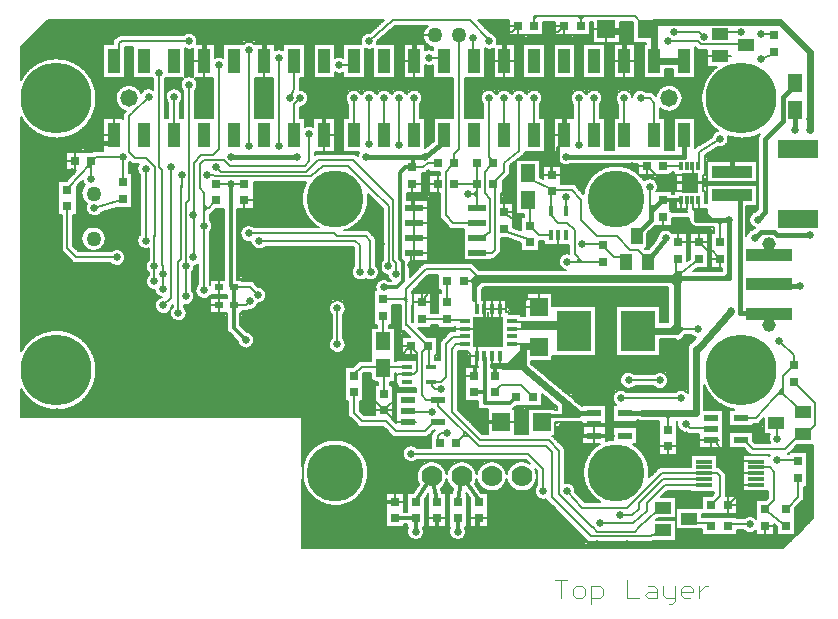
<source format=gtl>
*%FSLAX23Y23*%
*%MOIN*%
G01*
%ADD11C,0.000*%
%ADD12C,0.001*%
%ADD13C,0.002*%
%ADD14C,0.006*%
%ADD15C,0.007*%
%ADD16C,0.007*%
%ADD17C,0.008*%
%ADD18C,0.010*%
%ADD19C,0.012*%
%ADD20C,0.015*%
%ADD21C,0.018*%
%ADD22C,0.022*%
%ADD23C,0.024*%
%ADD24C,0.025*%
%ADD25C,0.029*%
%ADD26C,0.031*%
%ADD27C,0.031*%
%ADD28C,0.035*%
%ADD29C,0.035*%
%ADD30C,0.039*%
%ADD31C,0.039*%
%ADD32C,0.046*%
%ADD33C,0.047*%
%ADD34C,0.050*%
%ADD35C,0.051*%
%ADD36C,0.051*%
%ADD37C,0.054*%
%ADD38C,0.055*%
%ADD39C,0.058*%
%ADD40C,0.059*%
%ADD41C,0.059*%
%ADD42C,0.062*%
%ADD43C,0.067*%
%ADD44C,0.070*%
%ADD45C,0.074*%
%ADD46C,0.115*%
%ADD47C,0.135*%
%ADD48C,0.138*%
%ADD49C,0.138*%
%ADD50C,0.158*%
%ADD51C,0.158*%
%ADD52C,0.190*%
%ADD53C,0.194*%
%ADD54C,0.236*%
%ADD55C,0.240*%
%ADD56R,0.011X0.030*%
%ADD57R,0.012X0.030*%
%ADD58R,0.014X0.033*%
%ADD59R,0.014X0.037*%
%ADD60R,0.015X0.034*%
%ADD61R,0.016X0.034*%
%ADD62R,0.018X0.037*%
%ADD63R,0.018X0.041*%
%ADD64R,0.020X0.025*%
%ADD65R,0.021X0.021*%
%ADD66R,0.024X0.029*%
%ADD67R,0.025X0.020*%
%ADD68R,0.029X0.024*%
%ADD69R,0.030X0.011*%
%ADD70R,0.030X0.030*%
%ADD71R,0.031X0.031*%
%ADD72R,0.033X0.014*%
%ADD73R,0.034X0.015*%
%ADD74R,0.034X0.034*%
%ADD75R,0.035X0.035*%
%ADD76R,0.037X0.014*%
%ADD77R,0.037X0.018*%
%ADD78R,0.039X0.055*%
%ADD79R,0.039X0.014*%
%ADD80R,0.040X0.083*%
%ADD81R,0.041X0.018*%
%ADD82R,0.043X0.059*%
%ADD83R,0.043X0.018*%
%ADD84R,0.044X0.087*%
%ADD85R,0.047X0.055*%
%ADD86R,0.048X0.024*%
%ADD87R,0.050X0.023*%
%ADD88R,0.050X0.060*%
%ADD89R,0.051X0.071*%
%ADD90R,0.051X0.059*%
%ADD91R,0.052X0.028*%
%ADD92R,0.054X0.027*%
%ADD93R,0.054X0.064*%
%ADD94R,0.055X0.039*%
%ADD95R,0.055X0.075*%
%ADD96R,0.057X0.012*%
%ADD97R,0.057X0.067*%
%ADD98R,0.059X0.043*%
%ADD99R,0.060X0.060*%
%ADD100R,0.061X0.024*%
%ADD101R,0.061X0.051*%
%ADD102R,0.061X0.016*%
%ADD103R,0.061X0.071*%
%ADD104R,0.063X0.039*%
%ADD105R,0.064X0.064*%
%ADD106R,0.065X0.028*%
%ADD107R,0.065X0.055*%
%ADD108R,0.067X0.043*%
%ADD109R,0.085X0.030*%
%ADD110R,0.089X0.034*%
%ADD111R,0.094X0.030*%
%ADD112R,0.098X0.034*%
%ADD113R,0.104X0.104*%
%ADD114R,0.108X0.108*%
%ADD115R,0.116X0.138*%
%ADD116R,0.120X0.142*%
%ADD117R,0.134X0.059*%
%ADD118R,0.138X0.039*%
%ADD119R,0.138X0.063*%
%ADD120R,0.142X0.043*%
%ADD121R,0.169X0.169*%
%ADD122R,0.173X0.173*%
%ADD123R,0.250X0.250*%
D13*
X10356Y6933D02*
X10396D01*
X10376D01*
Y6873D01*
X10426D02*
X10446D01*
X10456Y6883D01*
Y6903D01*
X10446Y6913D01*
X10426D01*
X10416Y6903D01*
Y6883D01*
X10426Y6873D01*
X10476Y6853D02*
Y6913D01*
X10506D01*
X10516Y6903D01*
Y6883D01*
X10506Y6873D01*
X10476D01*
X10596D02*
Y6933D01*
Y6873D02*
X10636D01*
X10666Y6913D02*
X10686D01*
X10696Y6903D01*
Y6873D01*
X10666D01*
X10656Y6883D01*
X10666Y6893D01*
X10696D01*
X10716Y6883D02*
Y6913D01*
Y6883D02*
X10726Y6873D01*
X10756D01*
Y6863D01*
X10746Y6853D01*
X10736D01*
X10756Y6873D02*
Y6913D01*
X10786Y6873D02*
X10806D01*
X10786D02*
X10776Y6883D01*
Y6903D01*
X10786Y6913D01*
X10806D01*
X10816Y6903D01*
Y6893D01*
X10776D01*
X10836Y6873D02*
Y6913D01*
Y6893D02*
Y6873D01*
Y6893D02*
X10846Y6903D01*
X10856Y6913D01*
X10866D01*
D15*
X9992Y7139D02*
X9962D01*
X9932D01*
X10102D02*
X10132D01*
X10102D02*
X10072D01*
X9852Y7194D02*
X9822D01*
X9792D01*
X11057Y7114D02*
X11088D01*
X10962Y7184D02*
X10932D01*
X10846Y7214D02*
X10843D01*
X10846D02*
X10880D01*
X10892Y7154D02*
X10847D01*
X10892D02*
X10902D01*
X10926Y7214D02*
X10934D01*
X10962D01*
X10902Y7154D02*
X10898D01*
X10902D02*
X10908D01*
X10962D01*
X10892Y7144D02*
X10847D01*
X10892D02*
X10902D01*
X10846Y7084D02*
X10843D01*
X10846D02*
X10902D01*
Y7144D02*
X10898D01*
X10902D02*
X10908D01*
X10912D01*
X10962D01*
X10902Y7084D02*
X10898D01*
X10902D02*
X10908D01*
X10962D01*
X11023Y7144D02*
X11026D01*
Y7084D02*
X11023D01*
X11026D02*
X11088D01*
X11026Y7200D02*
X11023D01*
X11026D02*
X11060D01*
X11093Y7084D02*
X11096D01*
X11158D01*
X10760Y7209D02*
X10710D01*
X10699Y7139D02*
X10760D01*
X10761D01*
X10760Y7134D02*
X10693D01*
X10760D02*
X10761D01*
X10692Y7064D02*
X10689D01*
X10760Y7172D02*
X10761D01*
Y7102D02*
X10760D01*
X10761D02*
X10778D01*
X10846D01*
X9792Y7164D02*
X9788D01*
Y7170D02*
X9792D01*
Y7108D02*
X9788D01*
X9792D02*
X9800D01*
X9852D01*
X9858Y7164D02*
X9862D01*
Y7170D02*
X9858D01*
Y7108D02*
X9862D01*
X9868D01*
X9916D02*
X9922D01*
X10068Y7164D02*
X10072D01*
Y7170D02*
X10068D01*
Y7108D02*
X10072D01*
X10132D01*
X10002Y7164D02*
X9998D01*
Y7170D02*
X10002D01*
Y7108D02*
X9998D01*
X10002D02*
X10008D01*
X10056D02*
X10062D01*
X9932Y7164D02*
X9928D01*
Y7170D02*
X9932D01*
Y7108D02*
X9928D01*
X9932D02*
X9992D01*
X11175Y7190D02*
X11186D01*
X10333Y7194D02*
X10326D01*
Y7188D02*
X10338D01*
X10014Y7072D02*
X10010D01*
X10050D02*
X10054D01*
X9874D02*
X9870D01*
X9910D02*
X9914D01*
X10456Y7194D02*
X10508D01*
X10458Y7060D02*
X10454D01*
X10458D02*
X10462D01*
X10459D01*
X10462D02*
X10469D01*
X10485D01*
X10512D01*
X10658D01*
X10674D01*
X10675D01*
X10692D01*
X10962Y7100D02*
X10985D01*
X10987Y7138D02*
X10962D01*
X11025D02*
X11026D01*
X9862Y7118D02*
X9852D01*
Y7160D02*
X9862D01*
X9515Y7039D02*
X11117D01*
X11118Y7040D02*
X9515D01*
Y7046D02*
X11124D01*
X10458Y7052D02*
X9515D01*
X10462D02*
X10476D01*
X10478D02*
X10512D01*
X10674D01*
X10692D01*
X10760D01*
X11130D01*
X10458Y7058D02*
X9515D01*
X10462D02*
X10470D01*
X10484D01*
X10512D01*
X10658D01*
X10671D01*
X10674D02*
X10692D01*
X10760D01*
X11136D01*
X9870Y7064D02*
X9515D01*
X9870D02*
X9914D01*
X10010D01*
X10054D01*
X10458D01*
X10692D02*
X10760D01*
X11142D01*
X9870Y7070D02*
X9515D01*
X9870D02*
X9878D01*
X9906D02*
X9914D01*
X10010D01*
X10018D01*
X10046D02*
X10054D01*
X10456D01*
X10760D02*
X11148D01*
X9870Y7076D02*
X9515D01*
X9914D02*
X10010D01*
X10054D02*
X10450D01*
X10760D02*
X10846D01*
X10902D01*
X10908D02*
X10962D01*
X11026D01*
X11088D01*
X11096D01*
X11154D01*
X9867Y7082D02*
X9515D01*
X9917D02*
X10007D01*
X10057D02*
X10444D01*
X10760D02*
X10846D01*
X10902D01*
X10908D02*
X10962D01*
X11026D01*
X11088D01*
X11096D01*
X11158D01*
X9865Y7088D02*
X9515D01*
X9919D02*
X10005D01*
X10059D02*
X10438D01*
X10760D02*
X10846D01*
X10962D02*
X11026D01*
X11088D02*
X11096D01*
X11158D02*
X11166D01*
X9864Y7094D02*
X9515D01*
X9920D02*
X10004D01*
X10060D02*
X10432D01*
X10761D02*
X10778D01*
X10846D01*
X10962D02*
X10992D01*
X11088D02*
X11096D01*
X11158D02*
X11172D01*
X9792Y7100D02*
X9515D01*
X9792D02*
X9852D01*
X9862D01*
X9922D02*
X9932D01*
X9992D01*
X10002D01*
X10062D02*
X10072D01*
X10132D01*
X10426D01*
X10761D02*
X10778D01*
X10846D01*
X11088D02*
X11096D01*
X11158D02*
X11178D01*
X9792Y7106D02*
X9515D01*
X9792D02*
X9800D01*
X9852D01*
X9862D01*
X9922D02*
X9932D01*
X9992D01*
X10002D01*
X10062D02*
X10072D01*
X10132D01*
X10420D01*
X11088D02*
X11096D01*
X11158D02*
X11184D01*
X9792Y7112D02*
X9515D01*
X9852D02*
X9862D01*
X9922D02*
X9932D01*
X9992D02*
X10002D01*
X10062D02*
X10072D01*
X10132D02*
X10414D01*
X11088D02*
X11095D01*
X11158D02*
X11190D01*
X9792Y7118D02*
X9515D01*
X9922D02*
X9932D01*
X9992D02*
X10002D01*
X10062D02*
X10072D01*
X10132D02*
X10408D01*
X11158D02*
X11196D01*
X9792Y7124D02*
X9515D01*
X9922D02*
X9932D01*
X9992D02*
X10002D01*
X10062D02*
X10072D01*
X10132D02*
X10402D01*
X11158D02*
X11202D01*
X9792Y7130D02*
X9515D01*
X9922D02*
X9932D01*
X9992D02*
X10002D01*
X10062D02*
X10072D01*
X10132D02*
X10396D01*
X11158D02*
X11208D01*
X9792Y7136D02*
X9515D01*
X9922D02*
X9932D01*
X9992D02*
X10002D01*
X10062D02*
X10072D01*
X10132D02*
X10390D01*
X10695D02*
X10760D01*
X11158D02*
X11214D01*
X9792Y7142D02*
X9515D01*
X9922D02*
X9932D01*
X9992D02*
X10002D01*
X10062D02*
X10072D01*
X10132D02*
X10384D01*
X10962D02*
X10992D01*
X11158D02*
X11217D01*
X9792Y7148D02*
X9515D01*
X9922D02*
X9932D01*
X9992D02*
X10002D01*
X10062D02*
X10072D01*
X10132D02*
X10378D01*
X10847D02*
X10892D01*
X10902D01*
X10912D02*
X10962D01*
X11026D01*
X11158D02*
X11217D01*
X9792Y7154D02*
X9515D01*
X9922D02*
X9932D01*
X9992D02*
X10002D01*
X10062D02*
X10072D01*
X10132D02*
X10372D01*
X10962D02*
X11026D01*
X11158D02*
X11217D01*
X9792Y7160D02*
X9515D01*
X9922D02*
X9932D01*
X9992D02*
X10002D01*
X10062D02*
X10072D01*
X10132D02*
X10366D01*
X10962D02*
X11026D01*
X11158D02*
X11217D01*
X9792Y7166D02*
X9515D01*
X9852D02*
X9862D01*
X9922D02*
X9932D01*
X9992D02*
X10002D01*
X10062D02*
X10072D01*
X10132D02*
X10360D01*
X10962D02*
X11026D01*
X11158D02*
X11217D01*
X9792Y7172D02*
X9515D01*
X9852D02*
X9862D01*
X9922D02*
X9932D01*
X9992D02*
X10002D01*
X10062D02*
X10072D01*
X10132D02*
X10354D01*
X10761D02*
X10846D01*
X10962D02*
X11026D01*
X11158D02*
X11217D01*
X9792Y7178D02*
X9515D01*
X9852D02*
X9862D01*
X9922D02*
X9932D01*
X9992D02*
X10002D01*
X10062D02*
X10072D01*
X10132D02*
X10326D01*
X10348D01*
X10761D02*
X10846D01*
X10962D02*
X11026D01*
X11164D02*
X11186D01*
X11217D01*
X9595Y7184D02*
X9515D01*
X9653D02*
X9792D01*
X9852D02*
X9862D01*
X9922D02*
X9932D01*
X9992D02*
X10002D01*
X10062D02*
X10072D01*
X10132D02*
X10326D01*
X10342D01*
X10761D02*
X10846D01*
X10962D02*
X11026D01*
X11170D02*
X11186D01*
X11217D01*
X9578Y7190D02*
X9515D01*
X9670D02*
X9792D01*
X9852D02*
X9862D01*
X9922D02*
X9932D01*
X9992D02*
X10002D01*
X10062D02*
X10072D01*
X10132D02*
X10326D01*
X10336D01*
X10760D02*
X10846D01*
X10962D02*
X11026D01*
X11176D02*
X11186D01*
X11217D01*
X9567Y7196D02*
X9515D01*
X9681D02*
X9792D01*
X9852D02*
X9862D01*
X9922D02*
X9932D01*
X9992D02*
X10002D01*
X10062D02*
X10072D01*
X10132D02*
X10326D01*
X10453D02*
X10504D01*
X10760D02*
X10846D01*
X10962D02*
X11026D01*
X11186D02*
X11217D01*
X9558Y7202D02*
X9515D01*
X9690D02*
X9792D01*
X9852D02*
X9862D01*
X9922D02*
X9932D01*
X9992D02*
X10002D01*
X10062D02*
X10072D01*
X10132D02*
X10298D01*
X10310D01*
X10448D02*
X10495D01*
X10760D02*
X10846D01*
X10962D02*
X11026D01*
X11062D01*
X11188D02*
X11217D01*
X9551Y7208D02*
X9515D01*
X9697D02*
X9792D01*
X9852D02*
X9862D01*
X9992D02*
X10002D01*
X10062D02*
X10070D01*
X10132D02*
X10298D01*
X10442D02*
X10488D01*
X10760D02*
X10846D01*
X10962D02*
X11026D01*
X11068D01*
X11186D02*
X11194D01*
X11217D01*
X9544Y7214D02*
X9515D01*
X9704D02*
X9792D01*
X9852D02*
X9862D01*
X9992D02*
X10002D01*
X10132D02*
X10293D01*
X10437D02*
X10481D01*
X10715D02*
X10760D01*
X10846D01*
X10962D02*
X11068D01*
X11190D02*
X11217D01*
X10904Y7399D02*
X10877D01*
X10850D01*
X10762Y7379D02*
X10732D01*
X10702D01*
X11165Y7384D02*
X11217D01*
X11142Y7360D02*
X11140D01*
X11142D02*
X11182D01*
X11198D01*
Y7244D02*
X11186D01*
X10983Y7270D02*
X10983D01*
Y7228D02*
X11068D01*
X10983Y7267D02*
X10983D01*
Y7329D02*
X10983D01*
Y7349D02*
X10998D01*
X11010D01*
X11012D01*
X11024D01*
X11056D01*
X11071D01*
X10898D02*
X10810D01*
Y7227D02*
X10846D01*
X10862D01*
X10888D01*
X10762Y7348D02*
X10702D01*
X9792Y7224D02*
X9788D01*
X9792D02*
X9852D01*
X9858D02*
X9862D01*
X9885D01*
X10111D02*
X10132D01*
X10002D02*
X9998D01*
X10002D02*
X10015D01*
X9992D02*
X9979D01*
X10447Y7387D02*
X10506D01*
X10616Y7386D02*
X10630D01*
X10936Y7372D02*
X10986D01*
X10918D02*
X10836D01*
X10920Y7294D02*
X10926D01*
X10916Y7298D02*
X10915D01*
X10916D02*
X10926D01*
X10390Y7382D02*
X10379D01*
X9819Y7410D02*
X9808D01*
X9819D02*
X9835D01*
X9914D01*
X9930D01*
X9942D01*
X10994Y7350D02*
X10998D01*
X11009D01*
X11012D01*
X11009D01*
X11012D02*
X11025D01*
X11056D01*
X11071D01*
X11074D01*
X11056Y7388D02*
X11025D01*
X11056D02*
X11074D01*
X10259Y7334D02*
X9897D01*
Y7374D02*
X9942D01*
X10898Y7308D02*
X10905D01*
X10916D01*
X11134Y7354D02*
X11136D01*
X10692Y7308D02*
X10689D01*
X10692D02*
X10704D01*
X10720D01*
X10810D01*
Y7230D02*
X10746D01*
X10730D01*
X9539Y7220D02*
X9515D01*
X9709D02*
X9792D01*
X9852D02*
X9862D01*
X9992D02*
X10002D01*
X10132D02*
X10290D01*
X10432D02*
X10476D01*
X10721D02*
X10746D01*
X10760D01*
X10810D01*
X10846D01*
X10862D01*
X10885D01*
X10929D02*
X10962D01*
X10983D01*
X11068D01*
X11186D02*
X11217D01*
X9534Y7226D02*
X9515D01*
X9714D02*
X9792D01*
X9852D01*
X9862D01*
X9886D01*
X9979D02*
X9992D01*
X10002D01*
X10015D01*
X10110D02*
X10132D01*
X10289D01*
X10426D02*
X10471D01*
X10727D02*
X10746D01*
X10810D01*
X10846D01*
X10862D01*
X10888D01*
X10926D02*
X10962D01*
X10983D01*
X11068D01*
X11186D02*
X11217D01*
X9530Y7232D02*
X9515D01*
X9718D02*
X9792D01*
X9852D01*
X9862D01*
X9890D01*
X9977D02*
X9992D01*
X10002D01*
X10016D01*
X10105D02*
X10125D01*
X10167D02*
X10225D01*
X10267D02*
X10289D01*
X10425D02*
X10467D01*
X10926D02*
X10983D01*
X11186D02*
X11198D01*
X11217D01*
X9527Y7238D02*
X9515D01*
X9721D02*
X9894D01*
X9977D02*
X10015D01*
X10101D02*
X10115D01*
X10177D02*
X10215D01*
X10277D02*
X10290D01*
X10424D02*
X10464D01*
X10926D02*
X10983D01*
X11186D02*
X11198D01*
X11217D01*
X9524Y7244D02*
X9515D01*
X9724D02*
X9898D01*
X9983D02*
X10009D01*
X10097D02*
X10109D01*
X10183D02*
X10209D01*
X10283D02*
X10293D01*
X10421D02*
X10461D01*
X10926D02*
X10983D01*
X11198D02*
X11217D01*
X9902Y7250D02*
X9727D01*
X9988D02*
X10004D01*
X10093D02*
X10104D01*
X10188D02*
X10204D01*
X10288D02*
X10298D01*
X10416D02*
X10458D01*
X10926D02*
X10983D01*
X11198D02*
X11217D01*
X9901Y7256D02*
X9729D01*
X9991D02*
X10001D01*
X10091D02*
X10101D01*
X10191D02*
X10201D01*
X10404D02*
X10456D01*
X10926D02*
X10983D01*
X11198D02*
X11217D01*
X9898Y7262D02*
X9731D01*
X10390D02*
X10454D01*
X10926D02*
X10983D01*
X11198D02*
X11217D01*
X9896Y7268D02*
X9732D01*
X10390D02*
X10453D01*
X10926D02*
X10983D01*
X11198D02*
X11217D01*
X9896Y7274D02*
X9733D01*
X10390D02*
X10452D01*
X10930D02*
X10983D01*
X11198D02*
X11217D01*
X9896Y7280D02*
X9734D01*
X10390D02*
X10451D01*
X10926D02*
X10934D01*
X10983D01*
X11198D02*
X11217D01*
X9896Y7286D02*
X9734D01*
X10390D02*
X10451D01*
X10671D02*
X10681D01*
X10928D02*
X10983D01*
X11198D02*
X11217D01*
X9897Y7292D02*
X9734D01*
X10390D02*
X10450D01*
X10671D02*
X10687D01*
X10926D02*
X10983D01*
X11198D02*
X11217D01*
X9900Y7298D02*
X9734D01*
X9992D02*
X10000D01*
X10092D02*
X10100D01*
X10192D02*
X10200D01*
X10390D02*
X10451D01*
X10671D02*
X10692D01*
X10916D02*
X10926D01*
X10983D01*
X11198D02*
X11217D01*
X9903Y7304D02*
X9734D01*
X9989D02*
X10003D01*
X10089D02*
X10103D01*
X10189D02*
X10203D01*
X10390D02*
X10451D01*
X10671D02*
X10692D01*
X10916D02*
X10926D01*
X10983D01*
X11198D02*
X11217D01*
X9907Y7310D02*
X9733D01*
X9985D02*
X10007D01*
X10085D02*
X10107D01*
X10185D02*
X10207D01*
X10390D02*
X10452D01*
X10670D02*
X10692D01*
X10705D01*
X10719D01*
X10810D01*
X10904D02*
X10916D01*
X10926D01*
X10983D01*
X11198D02*
X11217D01*
X9913Y7316D02*
X9731D01*
X9979D02*
X10013D01*
X10079D02*
X10113D01*
X10179D02*
X10213D01*
X10390D02*
X10453D01*
X10668D02*
X10692D01*
X10711D01*
X10713D02*
X10810D01*
X10898D02*
X10916D01*
X10983D01*
X11198D02*
X11217D01*
X9858Y7322D02*
X9730D01*
X9858D02*
X9921D01*
X9971D02*
X10021D01*
X10071D02*
X10121D01*
X10171D02*
X10221D01*
X10390D02*
X10455D01*
X10667D02*
X10810D01*
X10898D02*
X10983D01*
X11198D02*
X11217D01*
X9858Y7328D02*
X9728D01*
X9858D02*
X9867D01*
X9887D02*
X9939D01*
X9953D02*
X10039D01*
X10053D02*
X10139D01*
X10153D02*
X10239D01*
X10253D02*
X10265D01*
X10390D02*
X10457D01*
X10665D02*
X10810D01*
X10898D02*
X10983D01*
X11198D02*
X11217D01*
X9857Y7334D02*
X9726D01*
X9897D02*
X10259D01*
X10390D02*
X10459D01*
X10663D02*
X10810D01*
X10898D02*
X10983D01*
X11198D02*
X11217D01*
X9525Y7340D02*
X9515D01*
X9723D02*
X9853D01*
X10390D02*
X10462D01*
X10660D02*
X10702D01*
X10762D01*
X10810D01*
X10898D02*
X10983D01*
X11198D02*
X11217D01*
X9528Y7346D02*
X9515D01*
X9720D02*
X9850D01*
X10390D02*
X10465D01*
X10657D02*
X10702D01*
X10762D01*
X10810D01*
X10898D02*
X10983D01*
X11198D02*
X11217D01*
X9532Y7352D02*
X9515D01*
X9716D02*
X9849D01*
X10390D02*
X10469D01*
X10653D02*
X10702D01*
X10762D02*
X10810D01*
X10898D01*
X10983D01*
X10998D01*
X11006D01*
X11198D02*
X11217D01*
X9536Y7358D02*
X9515D01*
X9712D02*
X9849D01*
X10394D02*
X10473D01*
X10649D02*
X10702D01*
X10762D02*
X10810D01*
X10898D01*
X10983D01*
X10998D01*
X11198D02*
X11217D01*
X9541Y7364D02*
X9515D01*
X9707D02*
X9851D01*
X10390D02*
X10398D01*
X10478D01*
X10644D02*
X10702D01*
X10762D02*
X10836D01*
X10918D01*
X10936D01*
X10994D01*
X11145D02*
X11182D01*
X11198D01*
X11217D01*
X9547Y7370D02*
X9515D01*
X9701D02*
X9854D01*
X10392D02*
X10484D01*
X10638D02*
X10702D01*
X10762D02*
X10836D01*
X10918D01*
X10936D01*
X10988D01*
X11151D02*
X11198D01*
X11217D01*
X9554Y7376D02*
X9515D01*
X9694D02*
X9858D01*
X9894D02*
X9942D01*
X10390D02*
X10447D01*
X10491D01*
X10631D02*
X10702D01*
X10762D02*
X10836D01*
X10918D02*
X10936D01*
X11157D02*
X11217D01*
X9562Y7382D02*
X9515D01*
X9686D02*
X9858D01*
X9877D01*
X9942D01*
X10380D02*
X10390D01*
X10447D01*
X10499D01*
X10630D02*
X10702D01*
X10762D02*
X10836D01*
X10918D02*
X10936D01*
X11163D02*
X11217D01*
X9572Y7388D02*
X9515D01*
X9676D02*
X9942D01*
X10374D02*
X10390D01*
X10447D01*
X10630D02*
X10702D01*
X10762D02*
X10836D01*
X10918D02*
X10936D01*
X9585Y7394D02*
X9515D01*
X9663D02*
X9942D01*
X10368D02*
X10390D01*
X10447D01*
X10630D02*
X10702D01*
X10762D02*
X10836D01*
X10918D02*
X10936D01*
X11020D02*
X11056D01*
X11071D01*
X9608Y7400D02*
X9515D01*
X9640D02*
X9808D01*
X9942D01*
X10362D02*
X10447D01*
X10526D02*
X10545D01*
X10630D02*
X10702D01*
X10762D02*
X10836D01*
X10918D02*
X10936D01*
X11018D02*
X11056D01*
X11069D01*
X9808Y7406D02*
X9515D01*
X9808D02*
X9822D01*
X9832D01*
X9917D01*
X9927D01*
X9942D01*
X10358D02*
X10447D01*
X10526D02*
X10551D01*
X10630D02*
X10702D01*
X10762D02*
X10836D01*
X10918D02*
X10936D01*
X11018D02*
X11069D01*
X9808Y7412D02*
X9515D01*
X9808D02*
X9816D01*
X9933D02*
X9941D01*
X10358D02*
X10447D01*
X10526D02*
X10551D01*
X10630D02*
X10702D01*
X10762D02*
X10788D01*
X10806D01*
X10808D02*
X10836D01*
X10918D02*
X10936D01*
X11018D02*
X11052D01*
X11070D01*
X9894Y7459D02*
X9867D01*
X9840D01*
X9818Y7499D02*
X9787D01*
X9756D01*
X10487Y7452D02*
X10515D01*
X10487D02*
X10459D01*
X10487Y7414D02*
X10515D01*
X10487D02*
X10459D01*
X10222Y7459D02*
X10177D01*
X10132D01*
X11052Y7421D02*
X11075D01*
X10056Y7584D02*
X10053D01*
Y7590D02*
X10056D01*
Y7528D02*
X10053D01*
X10056D02*
X10070D01*
X10100D01*
X10248Y7514D02*
X10252D01*
X10258D02*
X10266D01*
X10312D01*
X10228D02*
X10227D01*
X10228D02*
X10252D01*
X10258D01*
X10222Y7504D02*
X10218D01*
X10266D02*
X10310D01*
X10312D01*
X10358D01*
X10356Y7414D02*
X10348D01*
X10356D02*
X10358D01*
X10447Y7517D02*
X10526D01*
X10551Y7442D02*
X10630D01*
X10558Y7517D02*
X10551D01*
X10558D02*
X10560D01*
X10551Y7461D02*
X10630D01*
X9826Y7572D02*
X9824D01*
X9826D02*
X9828D01*
X9892D01*
X9756Y7594D02*
X9742D01*
X9756D02*
X9768D01*
X9806D02*
X9818D01*
X9822D01*
X9768Y7584D02*
X9756D01*
X9806D02*
X9818D01*
Y7468D02*
X9815D01*
X10936Y7426D02*
X11018D01*
X10955Y7501D02*
X10936D01*
Y7447D02*
X10972D01*
X11018D01*
X10918Y7501D02*
X10854D01*
X9828Y7561D02*
X9826D01*
X9828D02*
X9892D01*
X9953Y7432D02*
X9958D01*
X9958D01*
X9668Y7528D02*
X9656D01*
X9706D02*
X9718D01*
X9940Y7420D02*
X9942D01*
X9945D01*
X9948D01*
X9515Y7475D02*
X8577D01*
X10387Y7458D02*
X10390D01*
X9679Y7470D02*
X9668D01*
X10784Y7420D02*
X10788D01*
X10799D01*
X10808D01*
X10132Y7502D02*
X10100D01*
X10216D02*
X10222D01*
X10228D01*
X11018Y7454D02*
X11020D01*
X11036D01*
X11046D01*
X10808Y7420D02*
X10804D01*
X10808D02*
X10815D01*
X10836D01*
X10757Y7558D02*
X10597D01*
X10622Y7580D02*
X10685D01*
X10447Y7512D02*
X10447D01*
X10647Y7462D02*
X10702D01*
X10762D02*
X10765D01*
X10632Y7466D02*
X10630D01*
X10362Y7458D02*
X10358D01*
X10362D02*
X10368D01*
X10372D01*
X10380D01*
X10390D01*
X10402D01*
X10406D01*
X10412D01*
X10424D01*
X10434D01*
X10447D01*
X10362Y7500D02*
X10358D01*
X9704Y7444D02*
X9692D01*
X9704D02*
X9720D01*
X9784D01*
X9756Y7484D02*
X9720D01*
X10116Y7418D02*
X10132D01*
X10222D02*
X10266D01*
X10356D02*
X10358D01*
X9808Y7418D02*
X9515D01*
X10116D02*
X10132D01*
X10222D02*
X10266D01*
X10358D02*
X10447D01*
X10526D02*
X10551D01*
X10630D02*
X10702D01*
X10762D02*
X10788D01*
X10800D01*
X10808D01*
X10814D02*
X10836D01*
X10918D02*
X10936D01*
X11018D02*
X11052D01*
X11073D01*
X9804Y7424D02*
X9515D01*
X10110D02*
X10132D01*
X10222D02*
X10266D01*
X10358D02*
X10447D01*
X10526D02*
X10551D01*
X10630D02*
X10702D01*
X10762D02*
X10788D01*
X10918D02*
X10936D01*
X11018D02*
X11052D01*
X9798Y7430D02*
X9515D01*
X10104D02*
X10132D01*
X10222D02*
X10266D01*
X10358D02*
X10447D01*
X10526D02*
X10551D01*
X10630D02*
X10702D01*
X10762D02*
X10778D01*
X10918D02*
X10936D01*
X11018D01*
X11052D01*
X9692Y7436D02*
X9515D01*
X9692D02*
X9792D01*
X10098D02*
X10132D01*
X10222D02*
X10266D01*
X10358D02*
X10447D01*
X10526D02*
X10551D01*
X10630D02*
X10702D01*
X10762D02*
X10771D01*
X10918D02*
X10936D01*
X11018D01*
X11052D01*
X9692Y7442D02*
X9515D01*
X9692D02*
X9706D01*
X9718D01*
X9786D01*
X10092D02*
X10132D01*
X10222D02*
X10266D01*
X10358D02*
X10447D01*
X10526D02*
X10551D01*
X10630D01*
X10702D01*
X10918D02*
X10936D01*
X10972D01*
X11018D01*
X11046D01*
X9692Y7448D02*
X9515D01*
X9692D02*
X9700D01*
X10086D02*
X10132D01*
X10222D02*
X10266D01*
X10372D02*
X10390D01*
X10402D01*
X10412D02*
X10434D01*
X10447D01*
X10526D02*
X10551D01*
X10630D01*
X10702D01*
X10918D02*
X10936D01*
X11018D02*
X11027D01*
X11030D02*
X11046D01*
X9692Y7454D02*
X9515D01*
X10080D02*
X10132D01*
X10222D02*
X10266D01*
X10372D02*
X10380D01*
X10390D01*
X10402D01*
X10412D02*
X10424D01*
X10434D01*
X10447D01*
X10526D02*
X10551D01*
X10630D01*
X10702D01*
X10918D02*
X10936D01*
X11020D02*
X11035D01*
X11046D01*
X9668Y7460D02*
X9515D01*
X9668D02*
X9688D01*
X10074D02*
X10132D01*
X10222D02*
X10266D01*
X10526D02*
X10551D01*
X10630D01*
X10702D01*
X10918D02*
X10936D01*
X9668Y7466D02*
X9515D01*
X9668D02*
X9682D01*
X9818D02*
X9826D01*
X10068D02*
X10132D01*
X10222D02*
X10266D01*
X10526D02*
X10551D01*
X10918D02*
X10936D01*
X9668Y7472D02*
X9515D01*
X9668D02*
X9676D01*
X9818D02*
X9826D01*
X10062D02*
X10132D01*
X10222D02*
X10266D01*
X10526D02*
X10551D01*
X10918D02*
X10936D01*
X9515Y7478D02*
X8577D01*
X9515D02*
X9668D01*
X9818D02*
X9826D01*
X10056D02*
X10132D01*
X10222D02*
X10266D01*
X10526D02*
X10551D01*
X10918D02*
X10936D01*
X9515Y7484D02*
X8577D01*
X9515D02*
X9664D01*
X9720D02*
X9756D01*
X9818D02*
X9826D01*
X10050D02*
X10132D01*
X10222D02*
X10266D01*
X10526D02*
X10551D01*
X10918D02*
X10936D01*
X9660Y7490D02*
X8577D01*
X9660D02*
X9668D01*
X9714D02*
X9756D01*
X9818D02*
X9826D01*
X10044D02*
X10100D01*
X10132D01*
X10228D02*
X10266D01*
X10526D02*
X10551D01*
X10918D02*
X10936D01*
X9666Y7496D02*
X8577D01*
X9708D02*
X9756D01*
X9818D02*
X9826D01*
X10038D02*
X10100D01*
X10132D01*
X10228D02*
X10266D01*
X10526D02*
X10551D01*
X10918D02*
X10936D01*
X8666Y7502D02*
X8577D01*
X8723D02*
X9668D01*
X9706D02*
X9756D01*
X9818D02*
X9826D01*
X10032D02*
X10100D01*
X10132D01*
X10228D02*
X10252D01*
X10258D02*
X10266D01*
X10526D02*
X10551D01*
X10854D02*
X10918D01*
X10936D01*
X10950D01*
X8646Y7508D02*
X8577D01*
X8743D02*
X9668D01*
X9706D02*
X9756D01*
X9818D02*
X9826D01*
X10032D02*
X10100D01*
X10228D02*
X10252D01*
X10258D02*
X10266D01*
X10310D01*
X10312D02*
X10358D01*
X10526D02*
X10551D01*
X10854D02*
X10918D01*
X10930D01*
X8633Y7514D02*
X8577D01*
X8756D02*
X9668D01*
X9706D02*
X9756D01*
X9818D02*
X9826D01*
X10032D02*
X10100D01*
X10312D02*
X10358D01*
X10526D02*
X10551D01*
X10854D02*
X10917D01*
X8623Y7520D02*
X8577D01*
X8767D02*
X9656D01*
X9668D01*
X9706D02*
X9718D01*
X9756D01*
X9818D02*
X9826D01*
X10032D02*
X10056D01*
X10100D01*
X10312D02*
X10352D01*
X10438D02*
X10447D01*
X10526D01*
X10551D01*
X10854D02*
X10906D01*
X8614Y7526D02*
X8577D01*
X8775D02*
X9656D01*
X9668D01*
X9706D02*
X9718D01*
X9756D01*
X9818D02*
X9826D01*
X10032D02*
X10056D01*
X10070D01*
X10100D01*
X10312D02*
X10345D01*
X10434D02*
X10447D01*
X10526D01*
X10551D01*
X10854D02*
X10898D01*
X8607Y7532D02*
X8577D01*
X8783D02*
X9656D01*
X9718D02*
X9756D01*
X9818D02*
X9826D01*
X10032D02*
X10056D01*
X10312D02*
X10337D01*
X10424D02*
X10434D01*
X10550D01*
X10854D02*
X10890D01*
X8600Y7538D02*
X8577D01*
X8789D02*
X9656D01*
X9718D02*
X9756D01*
X9818D02*
X9826D01*
X10032D02*
X10056D01*
X10312D02*
X10330D01*
X10416D02*
X10424D01*
X10549D01*
X10854D02*
X10884D01*
X8595Y7544D02*
X8577D01*
X8795D02*
X9656D01*
X9718D02*
X9756D01*
X9818D02*
X9826D01*
X10032D02*
X10056D01*
X10312D02*
X10323D01*
X10412D02*
X10549D01*
X10854D02*
X10878D01*
X8590Y7550D02*
X8577D01*
X8800D02*
X9656D01*
X9718D02*
X9756D01*
X9818D02*
X9826D01*
X10032D02*
X10056D01*
X10412D02*
X10551D01*
X10854D02*
X10873D01*
X8585Y7556D02*
X8577D01*
X8804D02*
X9656D01*
X9718D02*
X9756D01*
X9818D02*
X9826D01*
X10032D02*
X10056D01*
X10395D02*
X10555D01*
X10854D02*
X10869D01*
X9656Y7562D02*
X8808D01*
X9718D02*
X9756D01*
X9818D02*
X9826D01*
X9828D02*
X9892D01*
X10032D02*
X10056D01*
X10387D02*
X10558D01*
X10593D02*
X10761D01*
X10854D02*
X10865D01*
X9656Y7568D02*
X8812D01*
X9718D02*
X9756D01*
X9818D02*
X9826D01*
X9828D02*
X9892D01*
X10032D02*
X10056D01*
X10380D02*
X10558D01*
X10582D01*
X10726D01*
X10796D01*
X9656Y7574D02*
X8815D01*
X9718D02*
X9756D01*
X9818D02*
X9828D01*
X10032D02*
X10056D01*
X10373D02*
X10582D01*
X10615D02*
X10692D01*
X10726D02*
X10800D01*
X9656Y7580D02*
X8818D01*
X9718D02*
X9756D01*
X9818D02*
X9828D01*
X10032D02*
X10056D01*
X10366D02*
X10581D01*
X10727D02*
X10800D01*
X9656Y7586D02*
X8820D01*
X9718D02*
X9742D01*
X9756D01*
X9768D01*
X9806D02*
X9818D01*
X10032D02*
X10056D01*
X10359D02*
X10577D01*
X10731D02*
X10800D01*
X9656Y7592D02*
X8822D01*
X9718D02*
X9742D01*
X9756D01*
X9768D01*
X9806D02*
X9818D01*
X10032D02*
X10056D01*
X10351D02*
X10575D01*
X10733D02*
X10800D01*
X9656Y7598D02*
X8824D01*
X9718D02*
X9742D01*
X10032D02*
X10056D01*
X10344D02*
X10574D01*
X10734D02*
X10800D01*
X9656Y7604D02*
X8825D01*
X9718D02*
X9742D01*
X10032D02*
X10056D01*
X10337D02*
X10574D01*
X10733D02*
X10800D01*
X9884Y7619D02*
X9862D01*
X9840D01*
X9846Y7714D02*
X9877D01*
X10073Y7680D02*
X10096D01*
X10089Y7770D02*
X10056D01*
X10024D01*
X10056Y7614D02*
X10087D01*
X10056Y7644D02*
X10053D01*
X10056D02*
X10073D01*
X10099D01*
X10100D01*
X10348Y7678D02*
X10492D01*
X10560D02*
X10707D01*
X10348Y7664D02*
X10278D01*
X10024Y7767D02*
X10022D01*
X10032Y7697D02*
X10067D01*
X10070Y7647D02*
X10073D01*
X10099D01*
X10096D01*
X10099D02*
X10100D01*
X10072Y7691D02*
X10067D01*
X10072D02*
X10073D01*
X9942Y7774D02*
X9900D01*
X9966D02*
X9972D01*
X9998D01*
X10016D01*
X10024D01*
X9762Y7784D02*
X9752D01*
X9802D02*
X9812D01*
X9929Y7744D02*
X9956D01*
X9962D01*
Y7684D02*
X9956D01*
X9846Y7744D02*
X9843D01*
X9846D02*
X9874D01*
X9846Y7684D02*
X9843D01*
X9846D02*
X9892D01*
X9828Y7616D02*
X9824D01*
X9956Y7666D02*
X9972D01*
X9828D02*
X9824D01*
X9828D02*
X9872D01*
X9892D01*
X9828Y7622D02*
X9824D01*
X9752Y7774D02*
X9742D01*
X9752D02*
X9762D01*
X9802D02*
X9812D01*
X9822D01*
X9685Y7644D02*
X9656D01*
X9969Y7738D02*
X9972D01*
X9984D01*
X9855Y7764D02*
X9842D01*
X9277Y7752D02*
X9264D01*
X9942Y7784D02*
X9966D01*
X9828Y7624D02*
X9822D01*
Y7664D02*
X9828D01*
X10790Y7750D02*
X10812D01*
X10738Y7736D02*
X10707D01*
X10738D02*
X10757D01*
X10734Y7792D02*
X10707D01*
X10009Y7764D02*
X9998D01*
X10009D02*
X10024D01*
X9742Y7624D02*
X9720D01*
X9692Y7664D02*
X9689D01*
X9692D02*
X9704D01*
X9720D01*
X9742D01*
X10622Y7618D02*
X10687D01*
X10725D02*
X10726D01*
X9656Y7610D02*
X8827D01*
X9718D02*
X9742D01*
X10032D02*
X10056D01*
X10330D02*
X10576D01*
X10731D02*
X10800D01*
X9656Y7616D02*
X8827D01*
X9718D02*
X9742D01*
X10032D02*
X10056D01*
X10323D02*
X10580D01*
X10727D02*
X10800D01*
X9656Y7622D02*
X8828D01*
X9718D02*
X9742D01*
X10032D02*
X10056D01*
X10315D02*
X10582D01*
X10618D02*
X10692D01*
X10726D02*
X10800D01*
X9656Y7628D02*
X8828D01*
X10032D02*
X10056D01*
X10308D02*
X10582D01*
X10726D01*
X10800D01*
X9656Y7634D02*
X8828D01*
X10032D02*
X10056D01*
X10301D02*
X10800D01*
X9656Y7640D02*
X8828D01*
X10032D02*
X10056D01*
X10294D02*
X10800D01*
X9656Y7646D02*
X8828D01*
X9656D02*
X9686D01*
X10032D02*
X10056D01*
X10073D01*
X10099D01*
X10287D02*
X10800D01*
X9656Y7652D02*
X8827D01*
X9656D02*
X9692D01*
X10032D02*
X10056D01*
X10073D01*
X10279D02*
X10348D01*
X10800D01*
X9692Y7658D02*
X8826D01*
X10032D02*
X10073D01*
X10278D02*
X10348D01*
X10800D01*
X9692Y7664D02*
X8825D01*
X9692D02*
X9704D01*
X9720D01*
X9742D01*
X10032D02*
X10073D01*
X10348D02*
X10800D01*
X9692Y7670D02*
X8823D01*
X9692D02*
X9710D01*
X9714D02*
X9742D01*
X9828D02*
X9872D01*
X9892D01*
X9956D02*
X9972D01*
X10032D02*
X10073D01*
X10348D02*
X10492D01*
X10560D01*
X10707D01*
X10800D01*
X9692Y7676D02*
X8821D01*
X9692D02*
X9742D01*
X9828D02*
X9846D01*
X9872D01*
X9892D01*
X9962D02*
X9972D01*
X10032D02*
X10073D01*
X10348D02*
X10492D01*
X10560D01*
X10707D01*
X10800D01*
X9742Y7682D02*
X8819D01*
X9822D02*
X9846D01*
X9892D01*
X9962D02*
X9972D01*
X10032D02*
X10067D01*
X10492D02*
X10560D01*
X10707D02*
X10800D01*
X9612Y7688D02*
X8816D01*
X9612D02*
X9650D01*
X9742D01*
X9822D02*
X9846D01*
X9962D02*
X9972D01*
X10032D02*
X10067D01*
X10492D02*
X10560D01*
X10707D02*
X10800D01*
X9612Y7694D02*
X8813D01*
X9650D02*
X9742D01*
X9822D02*
X9846D01*
X9962D02*
X9972D01*
X10032D02*
X10067D01*
X10492D02*
X10560D01*
X10707D02*
X10800D01*
X9610Y7700D02*
X8810D01*
X9652D02*
X9742D01*
X9822D02*
X9846D01*
X9962D02*
X9972D01*
X10492D02*
X10560D01*
X10707D02*
X10800D01*
X9319Y7706D02*
X8806D01*
X9333D02*
X9606D01*
X9656D02*
X9742D01*
X9822D02*
X9846D01*
X9962D02*
X9972D01*
X10492D02*
X10560D01*
X10707D02*
X10800D01*
X8587Y7712D02*
X8577D01*
X8802D02*
X9307D01*
X9345D02*
X9604D01*
X9658D02*
X9742D01*
X9822D02*
X9846D01*
X9962D02*
X9971D01*
X10492D02*
X10560D01*
X10707D02*
X10800D01*
X8592Y7718D02*
X8577D01*
X8798D02*
X9302D01*
X9350D02*
X9603D01*
X9659D02*
X9742D01*
X9822D02*
X9846D01*
X9965D02*
X9972D01*
X10492D02*
X10560D01*
X10707D02*
X10803D01*
X8597Y7724D02*
X8577D01*
X8792D02*
X9299D01*
X9353D02*
X9604D01*
X9658D02*
X9742D01*
X9822D02*
X9846D01*
X10492D02*
X10560D01*
X10707D02*
X10808D01*
X8603Y7730D02*
X8577D01*
X8786D02*
X9298D01*
X9354D02*
X9606D01*
X9656D02*
X9742D01*
X9822D02*
X9846D01*
X9962D02*
X9972D01*
X10492D02*
X10560D01*
X10707D02*
X10763D01*
X10771D01*
X10818D01*
X8610Y7736D02*
X8577D01*
X8779D02*
X9293D01*
X9354D02*
X9610D01*
X9652D02*
X9742D01*
X9822D02*
X9846D01*
X9962D02*
X9972D01*
X9981D01*
X10492D02*
X10560D01*
X10707D02*
X10757D01*
X10777D02*
X10824D01*
X8618Y7742D02*
X8577D01*
X8771D02*
X9264D01*
X9287D01*
X9353D02*
X9612D01*
X9650D02*
X9742D01*
X9822D02*
X9846D01*
X9962D02*
X9972D01*
X9987D01*
X10492D02*
X10560D01*
X10783D02*
X10825D01*
X8628Y7748D02*
X8577D01*
X8762D02*
X9264D01*
X9281D01*
X9350D02*
X9612D01*
X9650D02*
X9742D01*
X9822D02*
X9846D01*
X9870D01*
X9926D02*
X9962D01*
X9972D01*
X9993D01*
X10492D02*
X10560D01*
X10789D02*
X10813D01*
X8639Y7754D02*
X8577D01*
X8751D02*
X9264D01*
X9275D01*
X9345D02*
X9612D01*
X9650D02*
X9742D01*
X9822D02*
X9842D01*
X9846D02*
X9864D01*
X9920D02*
X9962D01*
X9998D01*
X10492D02*
X10560D01*
X8655Y7760D02*
X8577D01*
X8735D02*
X9264D01*
X9333D02*
X9612D01*
X9650D02*
X9742D01*
X9822D02*
X9842D01*
X9858D01*
X9914D02*
X9998D01*
X10005D01*
X10492D02*
X10560D01*
X8688Y7766D02*
X8577D01*
X8702D02*
X9263D01*
X9323D02*
X9612D01*
X9650D02*
X9742D01*
X9822D02*
X9842D01*
X9908D02*
X9942D01*
X9966D01*
X9998D01*
X10011D01*
X10023D01*
X10492D02*
X10560D01*
X9257Y7772D02*
X8577D01*
X9257D02*
X9264D01*
X9317D02*
X9612D01*
X9650D02*
X9742D01*
X9822D02*
X9842D01*
X9902D02*
X9942D01*
X9966D01*
X9972D02*
X9998D01*
X10016D01*
X10024D01*
X10492D02*
X10560D01*
X9261Y7778D02*
X8577D01*
X9311D02*
X9612D01*
X9650D02*
X9742D01*
X9752D01*
X9762D01*
X9802D02*
X9812D01*
X9822D01*
X9840D01*
X9942D02*
X9966D01*
X10492D02*
X10560D01*
X9264Y7784D02*
X8577D01*
X9308D02*
X9612D01*
X9650D02*
X9742D01*
X9752D01*
X9812D02*
X9822D01*
X9834D01*
X9842D01*
X9942D02*
X9966D01*
X10492D02*
X10560D01*
X9264Y7790D02*
X8577D01*
X9308D02*
X9612D01*
X9650D02*
X9752D01*
X9812D02*
X9840D01*
X10492D02*
X10560D01*
X9082Y7796D02*
X8577D01*
X9082D02*
X9094D01*
X9108D02*
X9120D01*
X9264D01*
X9308D02*
X9612D01*
X9650D02*
X9752D01*
X9812D02*
X9842D01*
X10492D02*
X10560D01*
X10707D02*
X10734D01*
X9082Y7802D02*
X8577D01*
X9120D02*
X9264D01*
X9308D02*
X9612D01*
X9650D02*
X9752D01*
X9812D02*
X9842D01*
X10492D02*
X10560D01*
X10707D02*
X10734D01*
X9236Y7848D02*
X9208D01*
X9912Y7859D02*
X9942D01*
X9912D02*
X9882D01*
X10121Y7835D02*
X10144D01*
X10147D02*
X10169D01*
X10147D02*
X10125D01*
X10173D02*
X10195D01*
X10173D02*
X10150D01*
X10256Y7844D02*
X10302D01*
X10348Y7847D02*
X10492D01*
X10560D02*
X10707D01*
X10348Y7890D02*
X10256D01*
X10208Y7818D02*
X10202D01*
X10208D02*
X10228D01*
X10244D01*
X10150Y7867D02*
X10147D01*
X10169D02*
X10195D01*
X10125D02*
X10121D01*
X10144D02*
X10150D01*
X10169D01*
X10125D02*
X10118D01*
X10125D02*
X10144D01*
X10118D02*
X10112D01*
X10195Y7826D02*
X10202D01*
X9882Y7834D02*
X9880D01*
Y7890D02*
X9882D01*
X9942D01*
X9882Y7828D02*
X9880D01*
X9966Y7890D02*
X9978D01*
X9966Y7898D02*
X9963D01*
X9966D02*
X9978D01*
X10876Y7974D02*
X10914D01*
X10866Y7972D02*
X10829D01*
X9879Y7995D02*
X9872D01*
X9879D02*
X9908D01*
X9926D01*
X9926D01*
X9932D01*
X10052D02*
X10071D01*
X10073D01*
X10092D01*
X10096D01*
X10144D01*
X9759Y7900D02*
X9752D01*
X9208Y7934D02*
X9206D01*
X9208D02*
X9254D01*
Y7882D02*
X9209D01*
X9298Y7934D02*
X9308D01*
X9314D01*
X9258Y7882D02*
X9254D01*
X9258D02*
X9264D01*
X9264D01*
X9206Y7874D02*
X9204D01*
X9206D02*
X9208D01*
X9258D01*
X9208Y7822D02*
X9204D01*
X9208D02*
X9258D01*
Y7874D02*
X9254D01*
X9258D02*
X9264D01*
X9264D01*
X9258Y7822D02*
X9254D01*
X9258D02*
X9264D01*
X9264D01*
X9308D02*
X9314D01*
X9872Y7984D02*
X9873D01*
X9686Y7938D02*
X9683D01*
X9686D02*
X9688D01*
X9264Y7874D02*
X9264D01*
X8782Y7988D02*
X8778D01*
X8836D02*
X8876D01*
X8742D02*
X8738D01*
X8742D02*
X8753D01*
X8769D01*
X8782D01*
X8836D01*
X10816Y7962D02*
X10866D01*
X10876D01*
X10912D01*
X10378Y7966D02*
X10102D01*
X10378D02*
X10392D01*
X9966Y7950D02*
X9935D01*
X9919Y7988D02*
X9908D01*
X9919D02*
X9932D01*
X9933D01*
X10052D01*
X10064D01*
X10080D01*
X10092D01*
X9768Y7930D02*
X9764D01*
X9804D02*
X9806D01*
X9811D01*
X9318Y7828D02*
X9314D01*
X9318D02*
X9334D01*
X9346D01*
X9333Y7928D02*
X9314D01*
X9333D02*
X9349D01*
X9360D01*
X9942Y7824D02*
X9966D01*
X9842Y7850D02*
X9812D01*
X9880D02*
X9882D01*
Y7888D02*
X9880D01*
X10122Y7911D02*
X10136D01*
X10732D01*
X10256Y7814D02*
X10244D01*
X9077Y7808D02*
X8577D01*
X9125D02*
X9264D01*
X9308D02*
X9612D01*
X9650D02*
X9752D01*
X9812D02*
X9842D01*
X10492D02*
X10560D01*
X10707D02*
X10734D01*
X9074Y7814D02*
X8577D01*
X9128D02*
X9208D01*
X9258D01*
X9314D02*
X9612D01*
X9650D02*
X9752D01*
X9812D02*
X9842D01*
X10244D02*
X10256D01*
X10492D02*
X10560D01*
X10707D02*
X10734D01*
X9051Y7820D02*
X8577D01*
X9051D02*
X9073D01*
X9129D02*
X9208D01*
X9258D01*
X9314D02*
X9346D01*
X9610D01*
X9652D02*
X9752D01*
X9812D02*
X9842D01*
X10208D02*
X10228D01*
X10244D01*
X10256D01*
X10492D02*
X10560D01*
X10707D02*
X10734D01*
X9034Y7826D02*
X8577D01*
X9129D02*
X9208D01*
X9320D02*
X9332D01*
X9346D01*
X9606D01*
X9656D02*
X9752D01*
X9812D02*
X9842D01*
X9942D02*
X9966D01*
X10208D02*
X10228D01*
X10244D01*
X10256D01*
X10492D02*
X10560D01*
X10707D02*
X10734D01*
X9028Y7832D02*
X8577D01*
X9128D02*
X9208D01*
X9338D02*
X9346D01*
X9604D01*
X9658D02*
X9752D01*
X9812D02*
X9842D01*
X9942D02*
X9966D01*
X10202D02*
X10256D01*
X10492D02*
X10560D01*
X10707D02*
X10734D01*
X9025Y7838D02*
X8577D01*
X9125D02*
X9208D01*
X9354D02*
X9603D01*
X9659D02*
X9752D01*
X9812D02*
X9842D01*
X9942D02*
X9966D01*
X10202D02*
X10256D01*
X10492D02*
X10560D01*
X10707D02*
X10734D01*
X9023Y7844D02*
X8577D01*
X9120D02*
X9208D01*
X9362D02*
X9604D01*
X9658D02*
X9752D01*
X9812D02*
X9842D01*
X9942D02*
X9966D01*
X10195D02*
X10256D01*
X10492D02*
X10560D01*
X10707D02*
X10734D01*
X9023Y7850D02*
X8577D01*
X9126D02*
X9146D01*
X9208D01*
X9366D02*
X9606D01*
X9656D02*
X9752D01*
X9942D02*
X9966D01*
X10195D02*
X10256D01*
X10348D02*
X10492D01*
X10560D01*
X10707D01*
X10734D01*
X9024Y7856D02*
X8577D01*
X9146D02*
X9208D01*
X9373D02*
X9610D01*
X9652D02*
X9752D01*
X9942D02*
X9966D01*
X10195D02*
X10256D01*
X10348D02*
X10492D01*
X10560D01*
X10707D01*
X10734D01*
X9027Y7862D02*
X8577D01*
X9149D02*
X9208D01*
X9385D02*
X9612D01*
X9650D02*
X9752D01*
X9942D02*
X9966D01*
X10195D02*
X10256D01*
X10348D02*
X10734D01*
X9031Y7868D02*
X8577D01*
X9152D02*
X9168D01*
X9206D01*
X9390D02*
X9612D01*
X9650D01*
X9752D01*
X9942D02*
X9966D01*
X10125D02*
X10144D01*
X10150D02*
X10169D01*
X10195D01*
X10256D01*
X10348D02*
X10734D01*
X9032Y7874D02*
X8577D01*
X9032D02*
X9041D01*
X9154D02*
X9168D01*
X9208D02*
X9258D01*
X9393D02*
X9752D01*
X9942D02*
X9966D01*
X10125D02*
X10144D01*
X10150D02*
X10169D01*
X10195D01*
X10256D01*
X10348D02*
X10734D01*
X9032Y7880D02*
X8577D01*
X9154D02*
X9165D01*
X9208D02*
X9254D01*
X9394D02*
X9752D01*
X9942D02*
X9966D01*
X10125D02*
X10144D01*
X10150D02*
X10169D01*
X10195D01*
X10256D01*
X10348D02*
X10734D01*
X9029Y7886D02*
X8577D01*
X9153D02*
X9161D01*
X9394D02*
X9752D01*
X9942D02*
X9966D01*
X10112D02*
X10256D01*
X10348D02*
X10734D01*
X9025Y7892D02*
X8577D01*
X9150D02*
X9159D01*
X9393D02*
X9752D01*
X9882D02*
X9942D01*
X9966D01*
X9978D01*
X10112D02*
X10256D01*
X10348D01*
X10734D01*
X9002Y7898D02*
X8577D01*
X9002D02*
X9023D01*
X9146D02*
X9158D01*
X9390D02*
X9752D01*
X9760D01*
X9884D02*
X9942D01*
X9966D01*
X9978D01*
X10116D02*
X10256D01*
X10348D01*
X10734D01*
X9002Y7904D02*
X8577D01*
X9146D02*
X9159D01*
X9385D02*
X9752D01*
X9890D02*
X9966D01*
X10116D02*
X10136D01*
X10734D01*
X9000Y7910D02*
X8577D01*
X9146D02*
X9161D01*
X9373D02*
X9752D01*
X9896D02*
X9966D01*
X10121D02*
X10136D01*
X10733D01*
X8996Y7916D02*
X8577D01*
X9146D02*
X9165D01*
X9361D02*
X9759D01*
X9902D02*
X9966D01*
X8994Y7922D02*
X8577D01*
X9146D02*
X9168D01*
X9360D02*
X9762D01*
X9908D02*
X9966D01*
X8993Y7928D02*
X8577D01*
X9146D02*
X9168D01*
X9314D02*
X9333D01*
X9349D01*
X9360D01*
X9686D01*
X9722D01*
X9726D02*
X9760D01*
X9914D02*
X9966D01*
X8994Y7934D02*
X8577D01*
X9146D02*
X9168D01*
X9208D02*
X9254D01*
X9298D02*
X9308D01*
X9314D02*
X9339D01*
X9343D02*
X9360D01*
X9686D01*
X9694D01*
X9764D02*
X9776D01*
X9796D02*
X9805D01*
X9920D02*
X9966D01*
X8996Y7940D02*
X8577D01*
X9146D02*
X9168D01*
X9208D02*
X9254D01*
X9298D02*
X9308D01*
X9314D02*
X9360D01*
X9686D01*
X9764D02*
X9801D01*
X9926D02*
X9966D01*
X9000Y7946D02*
X8577D01*
X9146D02*
X9168D01*
X9208D02*
X9254D01*
X9298D02*
X9314D01*
X9682D01*
X9767D02*
X9799D01*
X9932D02*
X9966D01*
X9002Y7952D02*
X8577D01*
X9146D02*
X9168D01*
X9206D02*
X9254D01*
X9298D02*
X9680D01*
X9769D02*
X9782D01*
X9791D01*
X9872D02*
X9882D01*
X9001Y7958D02*
X8577D01*
X9146D02*
X9168D01*
X9206D02*
X9254D01*
X9298D02*
X9679D01*
X9770D02*
X9781D01*
X9872D02*
X9888D01*
X8997Y7964D02*
X8577D01*
X9150D02*
X9168D01*
X9206D02*
X9254D01*
X9298D02*
X9679D01*
X9770D02*
X9777D01*
X9872D02*
X9894D01*
X10818D02*
X10866D01*
X10876D01*
X10914D01*
X8994Y7970D02*
X8577D01*
X9153D02*
X9168D01*
X9206D02*
X9254D01*
X9298D02*
X9681D01*
X9872D02*
X9900D01*
X10099D02*
X10378D01*
X10826D02*
X10866D01*
X10876D01*
X10914D01*
X8742Y7976D02*
X8577D01*
X8742D02*
X8782D01*
X8836D01*
X8916D01*
X8993D01*
X9154D02*
X9168D01*
X9206D02*
X9254D01*
X9298D02*
X9685D01*
X9764D02*
X9773D01*
X9872D02*
X9906D01*
X10093D02*
X10376D01*
X10866D02*
X10876D01*
X8742Y7982D02*
X8577D01*
X8742D02*
X8759D01*
X8763D02*
X8782D01*
X8836D01*
X8886D01*
X8906D02*
X8916D01*
X8993D01*
X9206D02*
X9254D01*
X9298D02*
X9686D01*
X9760D02*
X9773D01*
X9872D02*
X9908D01*
X10092D02*
X10372D01*
X10866D02*
X10876D01*
X8742Y7988D02*
X8577D01*
X8742D02*
X8753D01*
X8769D01*
X8782D01*
X8836D01*
X8876D01*
X8916D02*
X8995D01*
X9206D02*
X9254D01*
X9298D02*
X9686D01*
X9760D02*
X9775D01*
X9876D02*
X9908D01*
X9918D01*
X10081D02*
X10092D01*
X10144D01*
X10370D01*
X10866D02*
X10876D01*
X8742Y7994D02*
X8577D01*
X8920D02*
X8998D01*
X9206D02*
X9254D01*
X9298D02*
X9686D01*
X9760D02*
X9778D01*
X9872D02*
X9880D01*
X9908D01*
X9924D01*
X9932D02*
X10052D01*
X10069D01*
X10075D02*
X10092D01*
X10096D02*
X10144D01*
X10166D01*
X10369D01*
X10866D02*
X10876D01*
X9932Y8022D02*
X9886D01*
Y8072D02*
X9932D01*
Y8122D02*
X9886D01*
Y8172D02*
X9932D01*
X10186Y8158D02*
X10216D01*
X10766Y8058D02*
X10796D01*
X10836D02*
X10866D01*
X10836D02*
X10806D01*
X10876Y8004D02*
X10907D01*
X8712Y8148D02*
X8700D01*
X8750D02*
X8762D01*
X8892Y8172D02*
X8946D01*
X9223Y8168D02*
X9254D01*
X9298D02*
X9352D01*
X10688Y8112D02*
X10746D01*
X10995Y8180D02*
X11031D01*
X11034D01*
X10888Y8090D02*
X10876D01*
X10806Y8034D02*
X10802D01*
Y8088D02*
X10806D01*
X10866D01*
X10806Y8028D02*
X10802D01*
X10796Y8088D02*
X10749D01*
X10664Y8037D02*
X10657D01*
X10664D02*
X10669D01*
X10664Y8038D02*
X10656D01*
X10252Y8144D02*
X10242D01*
Y8028D02*
X10302D01*
X10341Y8050D02*
X10344D01*
X10364D02*
X10370D01*
X10366D01*
X10370D02*
X10390D01*
X10402D01*
X10320D02*
X10316D01*
X10320D02*
X10344D01*
X10364D01*
X10242Y8154D02*
X10226D01*
X10242D02*
X10252D01*
X10199Y8072D02*
X10176D01*
Y8188D02*
X10216D01*
X10166Y8014D02*
X10164D01*
X10166D02*
X10176D01*
X9985Y8128D02*
X9974D01*
X9760Y8082D02*
X9749D01*
X8723Y8018D02*
X8712D01*
X10856Y8188D02*
X10862D01*
X10863D01*
X10856D02*
X10856D01*
X10828Y8111D02*
X10827D01*
X10828D02*
X10832D01*
X10837D01*
X10838D01*
X10842D01*
X10847D01*
X10856D01*
X10866D01*
X10872D01*
X10876D01*
X10882D01*
X10887D01*
X10310Y8064D02*
X10302D01*
X10310D02*
X10320D01*
X9210Y8154D02*
X9206D01*
X9210D02*
X9222D01*
X10746Y8138D02*
X10756D01*
X10760D01*
X10770D01*
X10776D01*
X10780D01*
X10796D01*
X10796D01*
X10798D01*
X10804D01*
X9718Y8098D02*
X9653D01*
X9718D02*
X9734D01*
X9746D01*
X9570Y8108D02*
X9356D01*
X9391Y8044D02*
X9683D01*
X10144Y8004D02*
X10154D01*
X10166D01*
X10007Y8104D02*
X9996D01*
X10007D02*
X10023D01*
X10052D01*
X8782Y8028D02*
X8778D01*
X8836D02*
X8876D01*
X8782D02*
X8769D01*
X8782D02*
X8836D01*
X8741Y8000D02*
X8577D01*
X8923D02*
X9002D01*
X9206D02*
X9254D01*
X9298D02*
X9686D01*
X9760D02*
X9782D01*
X9932D02*
X10052D01*
X10151D02*
X10166D01*
X10370D01*
X10866D02*
X10876D01*
X8712Y8006D02*
X8577D01*
X8712D02*
X8735D01*
X8924D02*
X9002D01*
X9206D02*
X9254D01*
X9298D02*
X9686D01*
X9760D02*
X9782D01*
X9932D02*
X10052D01*
X10157D02*
X10166D01*
X10176D01*
X10372D01*
X10796D02*
X10806D01*
X10866D02*
X10876D01*
X8712Y8012D02*
X8577D01*
X8712D02*
X8729D01*
X8924D02*
X9002D01*
X9206D02*
X9254D01*
X9298D02*
X9686D01*
X9760D02*
X9782D01*
X9932D02*
X10052D01*
X10166D02*
X10176D01*
X10376D01*
X10796D02*
X10806D01*
X10866D02*
X10876D01*
X8712Y8018D02*
X8577D01*
X8712D02*
X8723D01*
X8922D02*
X9002D01*
X9206D02*
X9254D01*
X9298D02*
X9686D01*
X9760D02*
X9782D01*
X9932D02*
X10052D01*
X10176D02*
X10242D01*
X10302D01*
X10378D01*
X10796D02*
X10806D01*
X10866D02*
X10876D01*
X8712Y8024D02*
X8577D01*
X8919D02*
X9002D01*
X9206D02*
X9254D01*
X9298D02*
X9686D01*
X9760D02*
X9782D01*
X9932D02*
X10052D01*
X10176D02*
X10242D01*
X10302D01*
X10378D01*
X10399D01*
X10796D02*
X10806D01*
X10866D02*
X10876D01*
X8711Y8030D02*
X8577D01*
X8767D02*
X8782D01*
X8836D01*
X8879D01*
X8916D02*
X9002D01*
X9206D02*
X9254D01*
X9298D02*
X9686D01*
X9760D02*
X9782D01*
X9932D02*
X10052D01*
X10181D02*
X10242D01*
X10302D02*
X10402D01*
X10796D02*
X10806D01*
X10866D02*
X10876D01*
X8705Y8036D02*
X8577D01*
X8761D02*
X8782D01*
X8798D01*
X8839D02*
X8896D01*
X8916D01*
X8972D01*
X8992D01*
X9002D01*
X9206D02*
X9254D01*
X9298D02*
X9352D01*
X9364D01*
X9378D02*
X9686D01*
X9760D02*
X9782D01*
X9932D02*
X10052D01*
X10181D02*
X10242D01*
X10302D02*
X10402D01*
X10796D02*
X10806D01*
X10866D02*
X10876D01*
X8707Y8042D02*
X8577D01*
X8755D02*
X8790D01*
X8847D02*
X8972D01*
X9206D02*
X9254D01*
X9298D02*
X9352D01*
X9390D02*
X9684D01*
X9760D02*
X9782D01*
X9932D02*
X10052D01*
X10176D02*
X10242D01*
X10302D02*
X10320D01*
X10344D01*
X10364D01*
X10370D02*
X10390D01*
X10402D01*
X10664D02*
X10673D01*
X10796D02*
X10806D01*
X10866D02*
X10876D01*
X8712Y8048D02*
X8577D01*
X8750D02*
X8785D01*
X8852D02*
X8969D01*
X9206D02*
X9254D01*
X9298D02*
X9347D01*
X9760D02*
X9782D01*
X9932D02*
X10052D01*
X10176D02*
X10242D01*
X10302D02*
X10320D01*
X10344D01*
X10364D01*
X10370D02*
X10390D01*
X10402D01*
X10664D02*
X10678D01*
X10796D02*
X10806D01*
X10866D02*
X10876D01*
X8712Y8054D02*
X8577D01*
X8750D02*
X8782D01*
X8855D02*
X8966D01*
X9206D02*
X9254D01*
X9298D02*
X9344D01*
X9760D02*
X9782D01*
X9932D02*
X10052D01*
X10176D02*
X10242D01*
X10302D02*
X10320D01*
X10664D02*
X10682D01*
X10796D02*
X10806D01*
X10866D02*
X10876D01*
X8712Y8060D02*
X8577D01*
X8750D02*
X8780D01*
X8858D02*
X8964D01*
X9206D02*
X9254D01*
X9298D02*
X9316D01*
X9336D01*
X9343D01*
X9766D02*
X9782D01*
X9932D02*
X10052D01*
X10176D02*
X10216D01*
X10234D01*
X10306D02*
X10320D01*
X10664D02*
X10687D01*
X10796D02*
X10806D01*
X10866D02*
X10876D01*
X8712Y8066D02*
X8577D01*
X8750D02*
X8778D01*
X8859D02*
X8964D01*
X9206D02*
X9254D01*
X9298D02*
X9316D01*
X9766D02*
X9782D01*
X9932D02*
X10052D01*
X10176D02*
X10216D01*
X10664D02*
X10692D01*
X10796D02*
X10806D01*
X10866D02*
X10876D01*
X8712Y8072D02*
X8577D01*
X8750D02*
X8778D01*
X8859D02*
X8965D01*
X9206D02*
X9254D01*
X9298D02*
X9313D01*
X9760D02*
X9782D01*
X9932D02*
X10052D01*
X10176D02*
X10201D01*
X10664D02*
X10696D01*
X10796D02*
X10806D01*
X10866D02*
X10876D01*
X8712Y8078D02*
X8577D01*
X8750D02*
X8779D01*
X8858D02*
X8968D01*
X9206D02*
X9254D01*
X9298D02*
X9310D01*
X9760D02*
X9782D01*
X9932D02*
X10052D01*
X10664D02*
X10698D01*
X10796D02*
X10806D01*
X10866D02*
X10876D01*
X8712Y8084D02*
X8577D01*
X8750D02*
X8780D01*
X8857D02*
X8972D01*
X9206D02*
X9254D01*
X9298D02*
X9308D01*
X9748D02*
X9760D01*
X9782D01*
X9932D02*
X10052D01*
X10664D02*
X10700D01*
X10796D02*
X10806D01*
X10866D02*
X10876D01*
X8712Y8090D02*
X8577D01*
X8750D02*
X8783D01*
X8854D02*
X8972D01*
X9206D02*
X9254D01*
X9298D02*
X9308D01*
X9746D02*
X9760D01*
X9782D01*
X9932D02*
X10052D01*
X10666D02*
X10704D01*
X10748D02*
X10796D01*
X10806D01*
X10866D01*
X10876D01*
X10888D01*
X8712Y8096D02*
X8577D01*
X8750D02*
X8787D01*
X8850D02*
X8972D01*
X9208D02*
X9254D01*
X9298D02*
X9309D01*
X9736D02*
X9746D01*
X9782D01*
X9932D02*
X9996D01*
X10014D01*
X10015D02*
X10052D01*
X10672D02*
X10710D01*
X10742D02*
X10796D01*
X10806D01*
X10866D01*
X10876D01*
X10888D01*
X10995D02*
X11005D01*
X8712Y8102D02*
X8577D01*
X8750D02*
X8793D01*
X8845D02*
X8972D01*
X9212D02*
X9254D01*
X9298D02*
X9312D01*
X9666D02*
X9722D01*
X9730D01*
X9746D01*
X9782D01*
X9932D02*
X9996D01*
X10009D01*
X10022D01*
X10052D01*
X10233D02*
X10242D01*
X10678D02*
X10686D01*
X10746D01*
X10842D01*
X10876D01*
X10995D02*
X11017D01*
X8712Y8108D02*
X8577D01*
X8750D02*
X8802D01*
X8835D02*
X8972D01*
X9214D02*
X9254D01*
X9298D02*
X9316D01*
X9356D02*
X9569D01*
X9679D02*
X9746D01*
X9782D01*
X9932D02*
X9996D01*
X10216D02*
X10242D01*
X10686D02*
X10746D01*
X10818D01*
X10828D01*
X10844D02*
X10856D01*
X10866D01*
X10995D02*
X11022D01*
X8712Y8114D02*
X8577D01*
X8750D02*
X8972D01*
X9214D02*
X9254D01*
X9298D02*
X9316D01*
X9326D01*
X9346D02*
X9560D01*
X9688D02*
X9782D01*
X9932D02*
X9996D01*
X10216D02*
X10242D01*
X10746D02*
X10816D01*
X10995D02*
X11012D01*
X8712Y8120D02*
X8577D01*
X8750D02*
X8972D01*
X9213D02*
X9254D01*
X9298D02*
X9316D01*
X9552D01*
X9696D02*
X9782D01*
X9932D02*
X9974D01*
X9993D01*
X10216D02*
X10242D01*
X10746D02*
X10809D01*
X10995D02*
X11008D01*
X8712Y8126D02*
X8577D01*
X8750D02*
X8972D01*
X9211D02*
X9254D01*
X9298D02*
X9546D01*
X9702D02*
X9782D01*
X9932D02*
X9974D01*
X9987D01*
X10216D02*
X10242D01*
X10746D02*
X10804D01*
X10995D02*
X11005D01*
X8712Y8132D02*
X8577D01*
X8750D02*
X8972D01*
X9207D02*
X9254D01*
X9298D02*
X9540D01*
X9708D02*
X9782D01*
X9932D02*
X9974D01*
X9982D01*
X10216D02*
X10242D01*
X10746D02*
X10804D01*
X10995D02*
X11004D01*
X8700Y8138D02*
X8577D01*
X8700D02*
X8712D01*
X8750D02*
X8762D01*
X8972D01*
X9206D02*
X9254D01*
X9298D02*
X9535D01*
X9713D02*
X9782D01*
X9932D02*
X9974D01*
X10216D02*
X10242D01*
X10746D02*
X10756D01*
X10760D02*
X10770D01*
X10780D02*
X10796D01*
X10995D02*
X11004D01*
X8700Y8144D02*
X8577D01*
X8700D02*
X8712D01*
X8750D02*
X8762D01*
X8972D01*
X9206D02*
X9222D01*
X9254D01*
X9298D02*
X9531D01*
X9717D02*
X9782D01*
X9932D02*
X9972D01*
X10216D02*
X10226D01*
X10242D01*
X10995D02*
X11006D01*
X8700Y8150D02*
X8577D01*
X8762D02*
X8805D01*
X8837D02*
X8972D01*
X9206D02*
X9222D01*
X9254D01*
X9298D02*
X9528D01*
X9720D02*
X9782D01*
X9932D02*
X9967D01*
X9974D01*
X10216D02*
X10226D01*
X10242D01*
X10252D01*
X10995D02*
X11009D01*
X8700Y8156D02*
X8577D01*
X8762D02*
X8799D01*
X8843D02*
X8972D01*
X9212D02*
X9222D01*
X9254D01*
X9298D02*
X9352D01*
X9524D01*
X9723D02*
X9782D01*
X9932D02*
X9974D01*
X10216D02*
X10226D01*
X10995D02*
X11015D01*
X8700Y8162D02*
X8577D01*
X8762D02*
X8795D01*
X8854D02*
X8886D01*
X8946D01*
X8972D01*
X9222D02*
X9254D01*
X9298D02*
X9352D01*
X9522D01*
X9726D02*
X9782D01*
X9932D02*
X9974D01*
X10216D02*
X10226D01*
X10995D02*
X11027D01*
X8700Y8168D02*
X8577D01*
X8762D02*
X8793D01*
X8876D02*
X8886D01*
X8946D01*
X8972D01*
X9352D02*
X9519D01*
X9728D02*
X9782D01*
X9932D02*
X9974D01*
X10216D02*
X10226D01*
X10995D02*
X11031D01*
X8700Y8174D02*
X8577D01*
X8762D02*
X8793D01*
X8946D02*
X8972D01*
X9352D02*
X9518D01*
X9730D02*
X9779D01*
X9932D02*
X9974D01*
X10216D02*
X10226D01*
X10995D02*
X11031D01*
X8700Y8180D02*
X8577D01*
X8762D02*
X8794D01*
X8946D02*
X8972D01*
X9352D02*
X9516D01*
X9732D02*
X9773D01*
X9932D02*
X9974D01*
X10216D02*
X10226D01*
X8700Y8186D02*
X8577D01*
X8762D02*
X8796D01*
X8946D02*
X8972D01*
X9352D02*
X9515D01*
X9733D02*
X9767D01*
X9932D02*
X9974D01*
X10216D02*
X10226D01*
X8700Y8192D02*
X8577D01*
X8762D02*
X8791D01*
X8946D02*
X8972D01*
X9352D02*
X9514D01*
X9734D02*
X9761D01*
X9932D02*
X9974D01*
X10176D02*
X10216D01*
X10226D01*
X9912Y8253D02*
X9881D01*
X9936D02*
X9966D01*
X10347Y8284D02*
X10378D01*
X10347D02*
X10316D01*
X10947Y8293D02*
X10982D01*
X10947D02*
X10912D01*
X10850Y8255D02*
X10806D01*
X10761D01*
X10662Y8314D02*
X10632D01*
X9352Y8198D02*
X9321D01*
X8756Y8328D02*
X8726D01*
X8728Y8264D02*
X8700D01*
X8777Y8358D02*
X8780D01*
X8786D02*
X8808D01*
X8814D01*
X8726D02*
X8722D01*
X8726D02*
X8780D01*
X8786D01*
X8726Y8298D02*
X8722D01*
X8726D02*
X8760D01*
X8936Y8288D02*
X8946D01*
X10683Y8284D02*
X10686D01*
X10692D02*
X10698D01*
X10748D01*
X10686D02*
X10638D01*
X10686D02*
X10692D01*
X10695Y8228D02*
X10722D01*
X10726D01*
X10732D01*
X10736D01*
X10742D01*
X10746D01*
X10755Y8228D02*
X10760D01*
X10761D01*
X10850Y8228D02*
X10856D01*
Y8342D02*
X10856D01*
X10856Y8282D02*
X10850D01*
X10755D02*
X10751D01*
X10755D02*
X10761D01*
X10863Y8329D02*
X11031D01*
X11034D01*
X11031Y8258D02*
X10863D01*
X11031D02*
X11034D01*
X11031Y8250D02*
X10863D01*
X11031D02*
X11034D01*
X10378Y8314D02*
X10316D01*
X10256Y8334D02*
X10231D01*
X10256D02*
X10308D01*
X10182Y8222D02*
X10176D01*
X9936Y8292D02*
X9932D01*
X9936D02*
X9936D01*
X9968D01*
X9974D01*
X9936Y8284D02*
X9932D01*
X9936D02*
X9936D01*
X9974D01*
X9936Y8222D02*
X9932D01*
X9936D02*
X9974D01*
X9915Y8284D02*
X9912D01*
Y8222D02*
X9862D01*
Y8200D02*
X9932D01*
X9566Y8360D02*
X9556D01*
X9566D02*
X9568D01*
X9623D01*
X9651D02*
X9681D01*
X9683D01*
X9702D01*
X9704D01*
X10256D02*
X10263D01*
X10323D01*
X10352D02*
X10369D01*
X10823Y8378D02*
X10830D01*
X10451Y8218D02*
X10451D01*
X10206Y8274D02*
X10195D01*
X10244Y8344D02*
X10256D01*
X10378Y8254D02*
X10405D01*
X10421D01*
X10432D01*
X9528Y8260D02*
X9352D01*
X9556Y8354D02*
X9559D01*
X9575D01*
X9623D01*
X9651D01*
X9674D01*
X9690D01*
X9701D01*
X8938Y8320D02*
X8936D01*
X8938D02*
X8949D01*
X8965D01*
X8969D01*
X10408Y8321D02*
X10632D01*
X10552Y8367D02*
X10523D01*
X10723D02*
X10752D01*
X10755Y8294D02*
X10748D01*
X8819Y8364D02*
X8808D01*
X8819D02*
X8835D01*
X8842D01*
X8851D01*
X10746Y8220D02*
X10755D01*
X9925Y8290D02*
X9912D01*
X9925D02*
X9936D01*
X9936D01*
X8700Y8198D02*
X8577D01*
X8762D02*
X8785D01*
X8946D02*
X8972D01*
X9352D02*
X9514D01*
X9734D02*
X9755D01*
X9932D02*
X9974D01*
X10176D02*
X10216D01*
X10226D01*
X8700Y8204D02*
X8577D01*
X8762D02*
X8782D01*
X8946D02*
X8972D01*
X9352D02*
X9513D01*
X9734D02*
X9749D01*
X9862D02*
X9932D01*
X9974D01*
X10176D02*
X10226D01*
X8700Y8210D02*
X8577D01*
X8762D02*
X8780D01*
X8946D02*
X8972D01*
X9352D02*
X9514D01*
X9734D02*
X9743D01*
X9862D02*
X9912D01*
X9932D01*
X9936D02*
X9974D01*
X10182D02*
X10226D01*
X8700Y8216D02*
X8577D01*
X8762D02*
X8778D01*
X8946D02*
X8972D01*
X9352D02*
X9514D01*
X9862D02*
X9912D01*
X9936D01*
X9974D01*
X10182D02*
X10226D01*
X8700Y8222D02*
X8577D01*
X8762D02*
X8778D01*
X8946D02*
X8972D01*
X9352D02*
X9515D01*
X9862D02*
X9912D01*
X9936D01*
X9974D01*
X10182D02*
X10226D01*
X10746D02*
X10755D01*
X8700Y8228D02*
X8577D01*
X8762D02*
X8779D01*
X8946D02*
X8972D01*
X9352D02*
X9516D01*
X9912D02*
X9936D01*
X10182D02*
X10226D01*
X10443D02*
X10453D01*
X10746D02*
X10755D01*
X8700Y8234D02*
X8577D01*
X8762D02*
X8780D01*
X8946D02*
X8972D01*
X9352D02*
X9518D01*
X9912D02*
X9936D01*
X10182D02*
X10226D01*
X10438D02*
X10455D01*
X10698D02*
X10746D01*
X10755D01*
X8700Y8240D02*
X8577D01*
X8762D02*
X8783D01*
X8946D02*
X8972D01*
X9352D02*
X9519D01*
X9912D02*
X9936D01*
X10182D02*
X10226D01*
X10433D02*
X10456D01*
X10700D02*
X10746D01*
X10755D01*
X8700Y8246D02*
X8577D01*
X8765D02*
X8786D01*
X8946D02*
X8972D01*
X9352D02*
X9522D01*
X9912D02*
X9936D01*
X10182D02*
X10226D01*
X10432D02*
X10459D01*
X10700D02*
X10761D01*
X10850D02*
X10863D01*
X8700Y8252D02*
X8577D01*
X8771D02*
X8788D01*
X8946D02*
X8972D01*
X9352D02*
X9524D01*
X9912D02*
X9936D01*
X10182D02*
X10226D01*
X10422D02*
X10432D01*
X10461D01*
X10699D02*
X10761D01*
X10850D02*
X10863D01*
X11031D01*
X8700Y8258D02*
X8577D01*
X8777D02*
X8785D01*
X8946D02*
X8972D01*
X9352D02*
X9528D01*
X9912D02*
X9936D01*
X10182D02*
X10226D01*
X10378D02*
X10410D01*
X10417D01*
X10432D01*
X10465D01*
X10696D02*
X10761D01*
X10850D02*
X10863D01*
X11031D01*
X8700Y8264D02*
X8577D01*
X8700D02*
X8729D01*
X8946D02*
X8972D01*
X9912D02*
X9936D01*
X10185D02*
X10206D01*
X10226D01*
X10378D02*
X10432D01*
X10468D01*
X10692D02*
X10761D01*
X10850D02*
X10863D01*
X8700Y8270D02*
X8577D01*
X8700D02*
X8735D01*
X8946D02*
X8972D01*
X9912D02*
X9936D01*
X10191D02*
X10206D01*
X10226D01*
X10378D02*
X10472D01*
X10652D02*
X10662D01*
X10682D02*
X10692D01*
X10755D01*
X8700Y8276D02*
X8577D01*
X8700D02*
X8740D01*
X8946D02*
X8972D01*
X9912D02*
X9936D01*
X10197D02*
X10206D01*
X10226D01*
X10308D02*
X10316D01*
X10378D02*
X10477D01*
X10645D02*
X10652D01*
X10686D01*
X10692D02*
X10748D01*
X10755D01*
X8746Y8282D02*
X8577D01*
X8946D02*
X8972D01*
X9918D02*
X9936D01*
X10206D02*
X10226D01*
X10308D02*
X10316D01*
X10378D02*
X10483D01*
X10639D02*
X10686D01*
X10698D02*
X10748D01*
X10755D01*
X8726Y8288D02*
X8577D01*
X8726D02*
X8751D01*
X8946D02*
X8969D01*
X9912D02*
X9924D01*
X9936D01*
X9936D02*
X9970D01*
X10209D02*
X10226D01*
X10308D02*
X10316D01*
X10378D02*
X10489D01*
X10748D02*
X10755D01*
X8726Y8294D02*
X8577D01*
X8726D02*
X8757D01*
X8936D02*
X8946D01*
X8966D01*
X10213D02*
X10226D01*
X10308D02*
X10316D01*
X10378D02*
X10497D01*
X10748D02*
X10755D01*
X8726Y8300D02*
X8577D01*
X8936D02*
X8946D01*
X8964D01*
X10207D02*
X10226D01*
X10308D02*
X10316D01*
X10378D02*
X10506D01*
X10616D02*
X10632D01*
X8726Y8306D02*
X8577D01*
X8936D02*
X8964D01*
X10206D02*
X10226D01*
X10308D02*
X10316D01*
X10378D02*
X10518D01*
X10604D02*
X10632D01*
X8726Y8312D02*
X8577D01*
X8938D02*
X8956D01*
X8958D02*
X8965D01*
X10206D02*
X10226D01*
X10308D02*
X10316D01*
X10378D02*
X10537D01*
X10584D02*
X10632D01*
X8726Y8318D02*
X8577D01*
X8938D02*
X8950D01*
X8964D01*
X10211D02*
X10226D01*
X10308D02*
X10316D01*
X10378D01*
X10402D02*
X10632D01*
X8726Y8324D02*
X8577D01*
X10218D02*
X10226D01*
X10308D02*
X10316D01*
X10372D01*
X8726Y8330D02*
X8577D01*
X10308D02*
X10368D01*
X10863D02*
X11031D01*
X8726Y8336D02*
X8577D01*
X10233D02*
X10256D01*
X10308D01*
X10365D01*
X10863D02*
X11031D01*
X8726Y8342D02*
X8577D01*
X10241D02*
X10256D01*
X10308D01*
X10364D01*
X10856D02*
X11034D01*
X8726Y8348D02*
X8577D01*
X10256D02*
X10323D01*
X10352D01*
X10364D01*
X10856D02*
X11034D01*
X8726Y8354D02*
X8577D01*
X9559D02*
X9575D01*
X9623D01*
X9651D01*
X9674D01*
X9690D01*
X9701D01*
X10256D02*
X10323D01*
X10352D01*
X10366D01*
X10866D02*
X11034D01*
X8726Y8360D02*
X8577D01*
X8726D02*
X8780D01*
X8786D02*
X8808D01*
X8815D01*
X9556D02*
X9565D01*
X9569D02*
X9623D01*
X9651D01*
X9680D01*
X9684D02*
X9702D01*
X10263D02*
X10323D01*
X10352D01*
X10369D01*
X10875D02*
X11034D01*
X8726Y8366D02*
X8577D01*
X8726D02*
X8780D01*
X8786D02*
X8808D01*
X8821D01*
X8833D01*
X8842D01*
X8851D01*
X9623D02*
X9651D01*
X10323D02*
X10352D01*
X10884D02*
X11034D01*
X8808Y8372D02*
X8577D01*
X8808D02*
X8851D01*
X9623D02*
X9651D01*
X10323D02*
X10352D01*
X10523D02*
X10552D01*
X10723D02*
X10752D01*
X10893D02*
X11034D01*
X8851Y8378D02*
X8577D01*
X9623D02*
X9651D01*
X10323D02*
X10352D01*
X10523D02*
X10552D01*
X10723D02*
X10752D01*
X10823D02*
X10831D01*
X10917D02*
X11034D01*
X8851Y8384D02*
X8577D01*
X9623D02*
X9651D01*
X9923D02*
X9935D01*
X10323D02*
X10352D01*
X10523D02*
X10552D01*
X10723D02*
X10752D01*
X10823D02*
X10840D01*
X10927D02*
X11034D01*
X8851Y8390D02*
X8577D01*
X9623D02*
X9651D01*
X9923D02*
X9943D01*
X10323D02*
X10352D01*
X10523D02*
X10552D01*
X10723D02*
X10752D01*
X10823D02*
X10850D01*
X10931D02*
X11034D01*
X10387Y8417D02*
X10352D01*
X9623D02*
X9587D01*
X8887D02*
X8851D01*
X8851Y8474D02*
X8915D01*
X8918D01*
X9056D02*
X9068D01*
X9106D02*
X9118D01*
X9156D02*
X9218D01*
X9356D02*
X9418D01*
X9506D02*
X9523D01*
X9551D02*
X9623D01*
X9651D02*
X9668D01*
X9906D02*
X9923D01*
X9952D02*
X10016D01*
X10056D02*
X10116D01*
X10306D02*
X10323D01*
X10352D02*
X10418D01*
X10506D02*
X10523D01*
X10552D02*
X10568D01*
X10706D02*
X10723D01*
X10752D02*
X10823D01*
X8918Y8498D02*
X8918D01*
Y8494D02*
X8924D01*
X10662Y8558D02*
X10664D01*
X10680D01*
X10692D01*
X8851Y8396D02*
X8577D01*
X9623D02*
X9651D01*
X9923D02*
X9950D01*
X10323D02*
X10352D01*
X10523D02*
X10552D01*
X10723D02*
X10752D01*
X10823D02*
X10859D01*
X10934D02*
X11034D01*
X8851Y8402D02*
X8577D01*
X9623D02*
X9651D01*
X9923D02*
X9952D01*
X10323D02*
X10352D01*
X10523D02*
X10552D01*
X10723D02*
X10752D01*
X10823D02*
X10868D01*
X10935D02*
X11034D01*
X8664Y8408D02*
X8577D01*
X8725D02*
X8851D01*
X9623D02*
X9651D01*
X9923D02*
X9952D01*
X10323D02*
X10352D01*
X10523D02*
X10552D01*
X10723D02*
X10752D01*
X10823D02*
X10877D01*
X10935D02*
X10948D01*
X11009D02*
X11034D01*
X8645Y8414D02*
X8577D01*
X8744D02*
X8851D01*
X9623D02*
X9651D01*
X9923D02*
X9952D01*
X10323D02*
X10352D01*
X10523D02*
X10552D01*
X10723D02*
X10752D01*
X10823D02*
X10881D01*
X8632Y8420D02*
X8577D01*
X8757D02*
X8851D01*
X9623D02*
X9651D01*
X9923D02*
X9952D01*
X10323D02*
X10352D01*
X10523D02*
X10552D01*
X10723D02*
X10752D01*
X10823D02*
X10884D01*
X8622Y8426D02*
X8577D01*
X8768D02*
X8851D01*
X9623D02*
X9651D01*
X9923D02*
X9952D01*
X10323D02*
X10352D01*
X10523D02*
X10552D01*
X10723D02*
X10752D01*
X10823D02*
X10890D01*
X8614Y8432D02*
X8577D01*
X8776D02*
X8851D01*
X9623D02*
X9651D01*
X9923D02*
X9952D01*
X10323D02*
X10352D01*
X10523D02*
X10552D01*
X10723D02*
X10752D01*
X10823D02*
X10897D01*
X8606Y8438D02*
X8577D01*
X8783D02*
X8851D01*
X9623D02*
X9651D01*
X9923D02*
X9952D01*
X10323D02*
X10352D01*
X10523D02*
X10552D01*
X10723D02*
X10752D01*
X10823D02*
X10890D01*
X8600Y8444D02*
X8577D01*
X8790D02*
X8851D01*
X9623D02*
X9651D01*
X9923D02*
X9952D01*
X10323D02*
X10352D01*
X10523D02*
X10552D01*
X10723D02*
X10752D01*
X10823D02*
X10883D01*
X8594Y8450D02*
X8577D01*
X8795D02*
X8851D01*
X9523D02*
X9551D01*
X9623D02*
X9651D01*
X9923D02*
X9952D01*
X10323D02*
X10352D01*
X10523D02*
X10552D01*
X10723D02*
X10752D01*
X10823D02*
X10878D01*
X8589Y8456D02*
X8577D01*
X8800D02*
X8851D01*
X9523D02*
X9551D01*
X9623D02*
X9651D01*
X9923D02*
X9952D01*
X10323D02*
X10352D01*
X10523D02*
X10552D01*
X10723D02*
X10752D01*
X10823D02*
X10873D01*
X8585Y8462D02*
X8577D01*
X8805D02*
X8851D01*
X9523D02*
X9551D01*
X9623D02*
X9651D01*
X9923D02*
X9952D01*
X10323D02*
X10352D01*
X10523D02*
X10552D01*
X10723D02*
X10752D01*
X10823D02*
X10868D01*
X8851Y8468D02*
X8809D01*
X9523D02*
X9551D01*
X9623D02*
X9651D01*
X9923D02*
X9952D01*
X10323D02*
X10352D01*
X10523D02*
X10552D01*
X10723D02*
X10752D01*
X10823D02*
X10865D01*
X8851Y8474D02*
X8812D01*
X8851D02*
X8914D01*
X9056D02*
X9068D01*
X9106D02*
X9118D01*
X9156D02*
X9218D01*
X9356D02*
X9418D01*
X9506D02*
X9523D01*
X9551D01*
X9623D01*
X9651D01*
X9668D01*
X9906D02*
X9923D01*
X9952D01*
X10016D01*
X10056D02*
X10116D01*
X10306D02*
X10323D01*
X10352D01*
X10418D01*
X10506D02*
X10523D01*
X10552D01*
X10568D01*
X10706D02*
X10723D01*
X10752D01*
X10823D01*
X10861D01*
X8851Y8480D02*
X8815D01*
X8851D02*
X8910D01*
X8918D01*
X9056D02*
X9068D01*
X9106D02*
X9118D01*
X9156D02*
X9218D01*
X9356D02*
X9418D01*
X9506D02*
X9523D01*
X9551D01*
X9623D01*
X9651D01*
X9668D01*
X9906D02*
X9923D01*
X9952D01*
X10016D01*
X10056D02*
X10116D01*
X10306D02*
X10323D01*
X10352D01*
X10418D01*
X10506D02*
X10523D01*
X10552D01*
X10568D01*
X10706D02*
X10723D01*
X10752D01*
X10823D01*
X10858D01*
X8851Y8486D02*
X8818D01*
X8851D02*
X8916D01*
X9056D02*
X9068D01*
X9106D02*
X9118D01*
X9156D02*
X9218D01*
X9356D02*
X9418D01*
X9506D02*
X9523D01*
X9551D01*
X9623D01*
X9651D01*
X9668D01*
X9906D02*
X9923D01*
X9952D01*
X10016D01*
X10056D02*
X10116D01*
X10306D02*
X10323D01*
X10352D01*
X10418D01*
X10506D02*
X10523D01*
X10552D01*
X10568D01*
X10706D02*
X10723D01*
X10752D01*
X10823D01*
X10855D01*
X8918Y8492D02*
X8820D01*
X9056D02*
X9068D01*
X9106D02*
X9118D01*
X9156D02*
X9218D01*
X9356D02*
X9418D01*
X9506D02*
X9668D01*
X9906D02*
X10016D01*
X10056D02*
X10116D01*
X10306D02*
X10418D01*
X10506D02*
X10568D01*
X10706D02*
X10853D01*
X8918Y8498D02*
X8822D01*
X9056D02*
X9068D01*
X9106D02*
X9118D01*
X9156D02*
X9218D01*
X9356D02*
X9418D01*
X9506D02*
X9668D01*
X9906D02*
X10016D01*
X10056D02*
X10116D01*
X10306D02*
X10418D01*
X10506D02*
X10568D01*
X10706D02*
X10719D01*
X10755D02*
X10851D01*
X8909Y8504D02*
X8824D01*
X9056D02*
X9068D01*
X9106D02*
X9118D01*
X9156D02*
X9218D01*
X9356D02*
X9418D01*
X9506D02*
X9668D01*
X9906D02*
X10016D01*
X10056D02*
X10116D01*
X10306D02*
X10418D01*
X10506D02*
X10568D01*
X10765D02*
X10849D01*
X8903Y8510D02*
X8825D01*
X9056D02*
X9068D01*
X9106D02*
X9118D01*
X9156D02*
X9218D01*
X9356D02*
X9418D01*
X9506D02*
X9668D01*
X9906D02*
X10016D01*
X10056D02*
X10116D01*
X10306D02*
X10418D01*
X10506D02*
X10568D01*
X10771D02*
X10848D01*
X8899Y8516D02*
X8827D01*
X9056D02*
X9068D01*
X9106D02*
X9118D01*
X9156D02*
X9218D01*
X9356D02*
X9418D01*
X9523D02*
X9668D01*
X9906D02*
X10016D01*
X10056D02*
X10116D01*
X10306D02*
X10418D01*
X10506D02*
X10568D01*
X10775D02*
X10847D01*
X8896Y8522D02*
X8827D01*
X9056D02*
X9068D01*
X9106D02*
X9118D01*
X9156D02*
X9218D01*
X9356D02*
X9418D01*
X9529D02*
X9665D01*
X9909D02*
X10016D01*
X10056D02*
X10115D01*
X10309D02*
X10415D01*
X10509D02*
X10565D01*
X10778D02*
X10846D01*
X8894Y8528D02*
X8828D01*
X9056D02*
X9064D01*
X9110D02*
X9118D01*
X9156D02*
X9218D01*
X9356D02*
X9418D01*
X9533D02*
X9661D01*
X9913D02*
X10016D01*
X10056D02*
X10111D01*
X10313D02*
X10411D01*
X10513D02*
X10561D01*
X10780D02*
X10845D01*
X8893Y8534D02*
X8828D01*
X9156D02*
X9218D01*
X9356D02*
X9418D01*
X9535D02*
X9659D01*
X9915D02*
X10016D01*
X10056D02*
X10109D01*
X10315D02*
X10409D01*
X10515D02*
X10559D01*
X10781D02*
X10845D01*
X8892Y8540D02*
X8828D01*
X9156D02*
X9218D01*
X9356D02*
X9418D01*
X9535D02*
X9659D01*
X9915D02*
X10016D01*
X10056D02*
X10109D01*
X10315D02*
X10409D01*
X10515D02*
X10559D01*
X10782D02*
X10845D01*
X8893Y8546D02*
X8828D01*
X9156D02*
X9218D01*
X9356D02*
X9418D01*
X9534D02*
X9660D01*
X9914D02*
X10016D01*
X10056D02*
X10110D01*
X10314D02*
X10410D01*
X10514D02*
X10560D01*
X10781D02*
X10845D01*
X8894Y8552D02*
X8828D01*
X9156D02*
X9218D01*
X9356D02*
X9418D01*
X9532D02*
X9662D01*
X9912D02*
X10016D01*
X10056D02*
X10112D01*
X10312D02*
X10412D01*
X10512D02*
X10562D01*
X10780D02*
X10845D01*
X8897Y8558D02*
X8827D01*
X9156D02*
X9218D01*
X9356D02*
X9418D01*
X9528D02*
X9666D01*
X9708D02*
X9716D01*
X9758D02*
X9766D01*
X9808D02*
X9816D01*
X9858D02*
X9866D01*
X9908D02*
X10016D01*
X10056D02*
X10116D01*
X10158D02*
X10166D01*
X10208D02*
X10216D01*
X10258D02*
X10266D01*
X10308D02*
X10416D01*
X10458D02*
X10466D01*
X10508D02*
X10566D01*
X10608D02*
X10621D01*
X10681D02*
X10692D01*
X10777D02*
X10846D01*
X8900Y8564D02*
X8826D01*
X8974D02*
X8982D01*
X9056D02*
X9067D01*
X9107D02*
X9117D01*
X9157D02*
X9218D01*
X9356D02*
X9418D01*
X9520D02*
X9668D01*
X9706D02*
X9718D01*
X9756D02*
X9768D01*
X9806D02*
X9818D01*
X9856D02*
X9868D01*
X9906D02*
X10016D01*
X10056D02*
X10118D01*
X10156D02*
X10168D01*
X10206D02*
X10218D01*
X10256D02*
X10268D01*
X10306D02*
X10418D01*
X10456D02*
X10468D01*
X10506D02*
X10568D01*
X10606D02*
X10622D01*
X10655D02*
X10669D01*
X10675D02*
X10692D01*
X10701D01*
X10774D02*
X10847D01*
X8905Y8570D02*
X8825D01*
X8969D02*
X8992D01*
X9056D02*
X9068D01*
X9077D01*
X9097D02*
X9106D01*
X9161D02*
X9218D01*
X9356D02*
X9418D01*
X9509D02*
X9668D01*
X9706D01*
X9718D01*
X9756D01*
X9768D01*
X9806D01*
X9818D01*
X9856D01*
X9868D01*
X9906D01*
X10016D01*
X10056D02*
X10118D01*
X10156D01*
X10168D01*
X10206D01*
X10218D01*
X10256D01*
X10268D01*
X10306D01*
X10418D01*
X10456D01*
X10468D01*
X10506D01*
X10568D01*
X10606D01*
X10622D01*
X10692D01*
X10705D01*
X10769D02*
X10849D01*
X8912Y8576D02*
X8823D01*
X8961D02*
X9018D01*
X9056D02*
X9068D01*
X9106D01*
X9164D02*
X9218D01*
X9356D02*
X9418D01*
X9512D02*
X10016D01*
X10056D02*
X10713D01*
X10762D02*
X10850D01*
X8926Y8582D02*
X8821D01*
X8948D02*
X9018D01*
X9056D02*
X9109D01*
X9165D02*
X9218D01*
X9356D02*
X9418D01*
X9506D02*
X10016D01*
X10056D02*
X10727D01*
X10748D02*
X10852D01*
X10623Y8662D02*
X10587D01*
X10552D01*
X10223D02*
X10187D01*
X10152D01*
X9887D02*
X9852D01*
X9186D02*
X9151D01*
X10907Y8679D02*
X10942D01*
X10907D02*
X10872D01*
X10572Y8769D02*
X10527D01*
X10482D01*
X10387Y8779D02*
X10356D01*
X10232D02*
X10202D01*
X9957Y8748D02*
X9916D01*
X10253Y8748D02*
X10256D01*
X10262D02*
X10318D01*
X10202D02*
X10198D01*
X10202D02*
X10256D01*
X10262D01*
X10408D02*
X10412D01*
X10418D02*
X10472D01*
X10356D02*
X10353D01*
X10356D02*
X10412D01*
X10418D01*
X10482Y8724D02*
X10522D01*
X10552D01*
X10572D01*
X10616D02*
X10623D01*
X10652D01*
X10660D01*
X10864Y8644D02*
X10897D01*
X8882Y8719D02*
X8851D01*
Y8605D02*
X8922D01*
X8951D02*
X9016D01*
X9058D02*
X9118D01*
X9118D01*
X9163Y8719D02*
X9222D01*
X9156Y8605D02*
X9156D01*
X9156D02*
X9218D01*
X9251Y8719D02*
X9317D01*
X9357D02*
X9422D01*
X9418Y8605D02*
X9356D01*
X9451Y8719D02*
X9522D01*
Y8605D02*
X9506D01*
X9552Y8719D02*
X9623D01*
Y8605D02*
X9552D01*
X9651Y8719D02*
X9711D01*
X9722Y8605D02*
X9651D01*
X9763Y8719D02*
X9822D01*
Y8605D02*
X9751D01*
X9852Y8719D02*
X9923D01*
Y8605D02*
X9852D01*
X9951D02*
X10016D01*
X10056D02*
X10123D01*
X10163Y8719D02*
X10223D01*
Y8605D02*
X10152D01*
X10251Y8719D02*
X10322D01*
Y8605D02*
X10251D01*
X10352Y8719D02*
X10423D01*
Y8605D02*
X10352D01*
X10451Y8719D02*
X10482D01*
X10522D01*
Y8605D02*
X10451D01*
X10552Y8719D02*
X10572D01*
X10616D01*
X10623D01*
Y8605D02*
X10552D01*
X10652Y8719D02*
X10660D01*
X10652Y8605D02*
X10723D01*
X10751D02*
X10822D01*
X8892Y8744D02*
X8882D01*
X8892D02*
X8897D01*
X9824Y8780D02*
X9932D01*
X10723Y8636D02*
X10751D01*
X10822Y8700D02*
X10822D01*
X10834D01*
X10850D01*
X10852D01*
X10864D01*
X8922Y8710D02*
X8922D01*
X8922D02*
X8951D01*
X8907Y8748D02*
X8892D01*
X8907D02*
X8922D01*
X8924D01*
X9117D01*
X10822Y8710D02*
X10822D01*
X10824D01*
X9018Y8588D02*
X8819D01*
X9056D02*
X9109D01*
X9165D02*
X9218D01*
X9356D02*
X9418D01*
X9506D02*
X10016D01*
X10056D02*
X10854D01*
X8851Y8594D02*
X8816D01*
X8851D02*
X8922D01*
X8951D01*
X9018D01*
X9056D02*
X9111D01*
X9163D02*
X9218D01*
X9356D02*
X9418D01*
X9506D02*
X9522D01*
X9552D01*
X9623D01*
X9651D01*
X9722D01*
X9751D01*
X9822D01*
X9852D01*
X9923D01*
X9951D01*
X10016D01*
X10056D02*
X10123D01*
X10152D01*
X10223D01*
X10251D01*
X10322D01*
X10352D01*
X10423D01*
X10451D01*
X10522D01*
X10552D01*
X10623D01*
X10652D01*
X10723D01*
X10751D01*
X10822D01*
X10857D01*
X8851Y8600D02*
X8813D01*
X8851D02*
X8922D01*
X8951D01*
X9018D01*
X9056D02*
X9114D01*
X9160D02*
X9218D01*
X9356D02*
X9418D01*
X9506D02*
X9522D01*
X9552D01*
X9623D01*
X9651D01*
X9722D01*
X9751D01*
X9822D01*
X9852D01*
X9923D01*
X9951D01*
X10016D01*
X10056D02*
X10123D01*
X10152D01*
X10223D01*
X10251D01*
X10322D01*
X10352D01*
X10423D01*
X10451D01*
X10522D01*
X10552D01*
X10623D01*
X10652D01*
X10723D01*
X10751D01*
X10822D01*
X10860D01*
X8851Y8606D02*
X8810D01*
X8922D02*
X8951D01*
X9522D02*
X9552D01*
X9623D02*
X9651D01*
X9722D02*
X9751D01*
X9822D02*
X9852D01*
X9923D02*
X9951D01*
X10123D02*
X10152D01*
X10223D02*
X10251D01*
X10322D02*
X10352D01*
X10423D02*
X10451D01*
X10522D02*
X10552D01*
X10623D02*
X10652D01*
X10723D02*
X10751D01*
X10822D02*
X10863D01*
X8851Y8612D02*
X8806D01*
X8922D02*
X8951D01*
X9123D02*
X9137D01*
X9151D01*
X9522D02*
X9552D01*
X9623D02*
X9651D01*
X9722D02*
X9751D01*
X9822D02*
X9852D01*
X9923D02*
X9951D01*
X10123D02*
X10152D01*
X10223D02*
X10251D01*
X10322D02*
X10352D01*
X10423D02*
X10451D01*
X10522D02*
X10552D01*
X10623D02*
X10652D01*
X10723D02*
X10751D01*
X10822D02*
X10867D01*
X8588Y8618D02*
X8577D01*
X8802D02*
X8851D01*
X8922D02*
X8951D01*
X9123D02*
X9151D01*
X9522D02*
X9552D01*
X9623D02*
X9651D01*
X9722D02*
X9751D01*
X9822D02*
X9852D01*
X9923D02*
X9951D01*
X10123D02*
X10152D01*
X10223D02*
X10251D01*
X10322D02*
X10352D01*
X10423D02*
X10451D01*
X10522D02*
X10552D01*
X10623D02*
X10652D01*
X10723D02*
X10751D01*
X10822D02*
X10871D01*
X8592Y8624D02*
X8577D01*
X8797D02*
X8851D01*
X8922D02*
X8951D01*
X9123D02*
X9151D01*
X9522D02*
X9552D01*
X9722D02*
X9751D01*
X9822D02*
X9852D01*
X9923D02*
X9951D01*
X10123D02*
X10152D01*
X10223D02*
X10251D01*
X10322D02*
X10352D01*
X10423D02*
X10451D01*
X10522D02*
X10552D01*
X10623D02*
X10652D01*
X10723D02*
X10751D01*
X10822D02*
X10876D01*
X8598Y8630D02*
X8577D01*
X8792D02*
X8851D01*
X8922D02*
X8951D01*
X9123D02*
X9151D01*
X9522D02*
X9552D01*
X9722D02*
X9751D01*
X9822D02*
X9852D01*
X9923D02*
X9951D01*
X10123D02*
X10152D01*
X10223D02*
X10251D01*
X10322D02*
X10352D01*
X10423D02*
X10451D01*
X10522D02*
X10552D01*
X10623D02*
X10652D01*
X10723D02*
X10751D01*
X10822D02*
X10881D01*
X8604Y8636D02*
X8577D01*
X8786D02*
X8851D01*
X8922D02*
X8951D01*
X9123D02*
X9151D01*
X9522D02*
X9552D01*
X9722D02*
X9751D01*
X9822D02*
X9852D01*
X9923D02*
X9951D01*
X10123D02*
X10152D01*
X10223D02*
X10251D01*
X10322D02*
X10352D01*
X10423D02*
X10451D01*
X10522D02*
X10552D01*
X10623D02*
X10652D01*
X10723D02*
X10751D01*
X10822D02*
X10864D01*
X10887D01*
X8611Y8642D02*
X8577D01*
X8779D02*
X8851D01*
X8922D02*
X8951D01*
X9123D02*
X9151D01*
X9522D02*
X9552D01*
X9722D02*
X9751D01*
X9822D02*
X9852D01*
X9923D02*
X9951D01*
X10123D02*
X10152D01*
X10223D02*
X10251D01*
X10322D02*
X10352D01*
X10423D02*
X10451D01*
X10522D02*
X10552D01*
X10623D02*
X10652D01*
X10822D02*
X10864D01*
X10894D01*
X8619Y8648D02*
X8577D01*
X8771D02*
X8851D01*
X8922D02*
X8951D01*
X9123D02*
X9151D01*
X9522D02*
X9552D01*
X9722D02*
X9751D01*
X9822D02*
X9852D01*
X10123D02*
X10152D01*
X10223D02*
X10251D01*
X10322D02*
X10352D01*
X10423D02*
X10451D01*
X10522D02*
X10552D01*
X10623D02*
X10652D01*
X10822D02*
X10864D01*
X8628Y8654D02*
X8577D01*
X8761D02*
X8851D01*
X8922D02*
X8951D01*
X9123D02*
X9151D01*
X9522D02*
X9552D01*
X9722D02*
X9751D01*
X9822D02*
X9852D01*
X10123D02*
X10152D01*
X10223D02*
X10251D01*
X10322D02*
X10352D01*
X10423D02*
X10451D01*
X10522D02*
X10552D01*
X10623D02*
X10652D01*
X10822D02*
X10864D01*
X8640Y8660D02*
X8577D01*
X8749D02*
X8851D01*
X8922D02*
X8951D01*
X9123D02*
X9151D01*
X9522D02*
X9552D01*
X9722D02*
X9751D01*
X9822D02*
X9852D01*
X10123D02*
X10152D01*
X10223D02*
X10251D01*
X10322D02*
X10352D01*
X10423D02*
X10451D01*
X10522D02*
X10552D01*
X10623D02*
X10652D01*
X10822D02*
X10864D01*
X8656Y8666D02*
X8577D01*
X8733D02*
X8851D01*
X8922D02*
X8951D01*
X9123D02*
X9151D01*
X9522D02*
X9552D01*
X9722D02*
X9751D01*
X9822D02*
X9852D01*
X10123D02*
X10152D01*
X10223D02*
X10251D01*
X10322D02*
X10352D01*
X10423D02*
X10451D01*
X10522D02*
X10552D01*
X10623D02*
X10652D01*
X10822D02*
X10864D01*
X8851Y8672D02*
X8577D01*
X8922D02*
X8951D01*
X9123D02*
X9151D01*
X9522D02*
X9552D01*
X9722D02*
X9751D01*
X9822D02*
X9852D01*
X10123D02*
X10152D01*
X10223D02*
X10251D01*
X10322D02*
X10352D01*
X10423D02*
X10451D01*
X10522D02*
X10552D01*
X10623D02*
X10652D01*
X10822D02*
X10864D01*
X8851Y8678D02*
X8577D01*
X8922D02*
X8951D01*
X9123D02*
X9151D01*
X9222D02*
X9251D01*
X9522D02*
X9552D01*
X9623D02*
X9651D01*
X9722D02*
X9751D01*
X9822D02*
X9852D01*
X10123D02*
X10152D01*
X10223D02*
X10251D01*
X10322D02*
X10352D01*
X10423D02*
X10451D01*
X10522D02*
X10552D01*
X10623D02*
X10652D01*
X10822D02*
X10864D01*
X8851Y8684D02*
X8577D01*
X8922D02*
X8951D01*
X9123D02*
X9151D01*
X9222D02*
X9251D01*
X9522D02*
X9552D01*
X9623D02*
X9651D01*
X9722D02*
X9751D01*
X9822D02*
X9852D01*
X10123D02*
X10152D01*
X10223D02*
X10251D01*
X10322D02*
X10352D01*
X10423D02*
X10451D01*
X10522D02*
X10552D01*
X10623D02*
X10652D01*
X10822D02*
X10864D01*
X8851Y8690D02*
X8577D01*
X8922D02*
X8951D01*
X9123D02*
X9151D01*
X9222D02*
X9251D01*
X9522D02*
X9552D01*
X9623D02*
X9651D01*
X9722D02*
X9751D01*
X9822D02*
X9852D01*
X10123D02*
X10152D01*
X10223D02*
X10251D01*
X10322D02*
X10352D01*
X10423D02*
X10451D01*
X10522D02*
X10552D01*
X10623D02*
X10652D01*
X10822D02*
X10864D01*
X8851Y8696D02*
X8577D01*
X8922D02*
X8951D01*
X9123D02*
X9151D01*
X9222D02*
X9251D01*
X9522D02*
X9552D01*
X9623D02*
X9651D01*
X9722D02*
X9751D01*
X9822D02*
X9852D01*
X10123D02*
X10152D01*
X10223D02*
X10251D01*
X10322D02*
X10352D01*
X10423D02*
X10451D01*
X10522D02*
X10552D01*
X10623D02*
X10652D01*
X10822D02*
X10837D01*
X10847D01*
X10864D01*
X8851Y8702D02*
X8577D01*
X8922D02*
X8951D01*
X9222D02*
X9251D01*
X9422D02*
X9437D01*
X9451D01*
X9522D02*
X9552D01*
X9623D02*
X9651D01*
X9722D02*
X9730D01*
X9822D02*
X9852D01*
X9923D02*
X9937D01*
X9951D01*
X10144D02*
X10152D01*
X10223D02*
X10251D01*
X10322D02*
X10352D01*
X10423D02*
X10451D01*
X10522D02*
X10552D01*
X10623D02*
X10652D01*
X10822D02*
X10831D01*
X8851Y8708D02*
X8577D01*
X8922D02*
X8951D01*
X9222D02*
X9251D01*
X9422D02*
X9451D01*
X9522D02*
X9552D01*
X9623D02*
X9651D01*
X9822D02*
X9852D01*
X9923D02*
X9948D01*
X10223D02*
X10251D01*
X10322D02*
X10352D01*
X10423D02*
X10451D01*
X10522D02*
X10552D01*
X10623D02*
X10652D01*
X8851Y8714D02*
X8582D01*
X9222D02*
X9251D01*
X9422D02*
X9451D01*
X9522D02*
X9552D01*
X9623D02*
X9651D01*
X9822D02*
X9852D01*
X9923D02*
X9934D01*
X10223D02*
X10251D01*
X10322D02*
X10352D01*
X10423D02*
X10451D01*
X10522D02*
X10552D01*
X10623D02*
X10652D01*
X8851Y8720D02*
X8588D01*
X8851D02*
X8882D01*
X9164D02*
X9222D01*
X9251D01*
X9318D01*
X9356D02*
X9422D01*
X9451D01*
X9522D01*
X9552D01*
X9623D01*
X9651D01*
X9710D01*
X9764D02*
X9822D01*
X9852D01*
X9923D01*
X10164D02*
X10223D01*
X10251D01*
X10322D01*
X10352D01*
X10423D01*
X10451D01*
X10482D01*
X10522D01*
X10552D01*
X10572D01*
X10616D01*
X10623D02*
X10652D01*
X10660D01*
X8851Y8726D02*
X8594D01*
X8851D02*
X8879D01*
X9165D02*
X9222D01*
X9251D01*
X9318D01*
X9322D02*
X9330D01*
X9356D02*
X9422D01*
X9451D01*
X9522D01*
X9552D01*
X9623D01*
X9651D01*
X9709D01*
X9765D02*
X9822D01*
X9852D01*
X9922D01*
X10165D02*
X10223D01*
X10251D01*
X10322D01*
X10352D01*
X10423D01*
X10451D01*
X10482D01*
X10572D02*
X10616D01*
X8876Y8732D02*
X8600D01*
X9165D02*
X9709D01*
X9770D02*
X9919D01*
X10165D02*
X10482D01*
X10572D02*
X10616D01*
X8882Y8738D02*
X8606D01*
X9164D02*
X9710D01*
X9777D02*
X9917D01*
X10164D02*
X10202D01*
X10256D01*
X10262D02*
X10318D01*
X10356D01*
X10412D01*
X10418D02*
X10472D01*
X10482D01*
X10572D02*
X10616D01*
X8882Y8744D02*
X8612D01*
X8882D02*
X8892D01*
X9161D02*
X9713D01*
X9784D02*
X9916D01*
X10161D02*
X10202D01*
X10256D01*
X10262D02*
X10318D01*
X10356D01*
X10412D01*
X10418D02*
X10472D01*
X10482D01*
X10572D02*
X10616D01*
X8882Y8750D02*
X8618D01*
X8882D02*
X8892D01*
X8910D01*
X8922D01*
X8923D02*
X9118D01*
X9156D02*
X9718D01*
X9791D02*
X9916D01*
X10156D02*
X10202D01*
X10318D02*
X10356D01*
X10472D02*
X10482D01*
X10572D02*
X10616D01*
X8882Y8756D02*
X8624D01*
X8882D02*
X8892D01*
X8922D01*
X9130D01*
X9144D02*
X9156D01*
X9730D01*
X9797D02*
X9917D01*
X10144D02*
X10202D01*
X10318D02*
X10356D01*
X10472D02*
X10482D01*
X10572D02*
X10616D01*
X9745Y8762D02*
X8630D01*
X9804D02*
X9919D01*
X10137D02*
X10202D01*
X10318D02*
X10356D01*
X10472D02*
X10482D01*
X10572D02*
X10616D01*
X9752Y8768D02*
X8636D01*
X9811D02*
X9922D01*
X10131D02*
X10202D01*
X10318D02*
X10356D01*
X10472D02*
X10482D01*
X10572D02*
X10616D01*
X9759Y8774D02*
X8642D01*
X9818D02*
X9926D01*
X10125D02*
X10202D01*
X10318D02*
X10356D01*
X10472D02*
X10482D01*
X10572D02*
X10616D01*
X9766Y8780D02*
X8648D01*
X10119D02*
X10202D01*
X10318D02*
X10356D01*
X10472D02*
X10482D01*
X10572D02*
X10616D01*
X10356Y8794D02*
X10318D01*
X10472D02*
X10482D01*
X10572D02*
X10613D01*
X9787Y8799D02*
X8667D01*
X10100D02*
X10202D01*
X9773Y8786D02*
X8654D01*
X10113D02*
X10202D01*
X10318D02*
X10356D01*
X10472D02*
X10482D01*
X10572D02*
X10616D01*
X9779Y8792D02*
X8660D01*
X10107D02*
X10202D01*
X10318D02*
X10356D01*
X10472D02*
X10482D01*
X10572D02*
X10615D01*
X9786Y8798D02*
X8666D01*
X10101D02*
X10202D01*
X8577Y7570D02*
Y7475D01*
Y7696D02*
Y8475D01*
Y8601D02*
Y8709D01*
X8667Y8799D01*
X8756Y8358D02*
Y8328D01*
Y8298D01*
X8700Y8202D02*
Y8199D01*
Y8208D02*
Y8264D01*
X8762Y8202D02*
Y8199D01*
Y8208D02*
Y8242D01*
X8700Y8148D02*
Y8144D01*
Y8148D02*
Y8192D01*
Y8202D01*
Y8208D01*
X8762Y8148D02*
Y8144D01*
Y8148D02*
Y8192D01*
Y8202D01*
Y8208D01*
X8726Y8298D02*
Y8358D01*
X8712Y8030D02*
Y8018D01*
Y8030D02*
Y8046D01*
Y8148D01*
X8750D02*
Y8046D01*
X8742Y8000D02*
Y7988D01*
X8769Y8028D02*
X8750Y8046D01*
X8753Y7988D02*
X8761Y7980D01*
X8753Y7988D02*
X8750Y7991D01*
X8742Y8000D01*
X8723Y8018D01*
X8714Y8028D01*
X8712Y8030D01*
X8703Y8038D01*
X8712Y8046D01*
X8769Y7988D02*
X8761Y7980D01*
X8728Y8264D02*
X8752Y8288D01*
X8760Y8298D01*
X8768Y8248D02*
X8762Y8242D01*
X8768Y8248D02*
X8780Y8262D01*
X8782Y8263D01*
X8782Y8264D01*
X8783Y8265D01*
X8887Y8417D02*
Y8474D01*
X8946Y8228D02*
Y8224D01*
Y8234D02*
Y8240D01*
Y8288D01*
X8886Y8171D02*
Y8169D01*
X8946D02*
Y8172D01*
Y8228D01*
Y8234D01*
X8851Y8364D02*
Y8474D01*
X8851Y8605D02*
Y8719D01*
X8922Y8684D02*
Y8605D01*
Y8684D02*
Y8710D01*
X8951D02*
Y8605D01*
X8972Y8284D02*
Y8084D01*
X8918Y8494D02*
Y8498D01*
Y8474D02*
Y8471D01*
Y8474D02*
Y8487D01*
Y8494D01*
X8882Y8719D02*
Y8719D01*
Y8736D01*
Y8744D01*
X8936Y8320D02*
Y8288D01*
Y8320D02*
Y8324D01*
X8892Y8741D02*
Y8744D01*
Y8748D01*
X8938Y8324D02*
Y8320D01*
Y8324D02*
Y8325D01*
X8808Y8358D02*
Y8364D01*
X8919Y8489D02*
X8924Y8494D01*
X8918Y8487D02*
X8909Y8479D01*
X8918Y8487D02*
X8919Y8489D01*
X8923Y8492D01*
X8924Y8494D01*
X8926Y8496D01*
X8915Y8474D02*
X8918Y8471D01*
X8915Y8474D02*
X8909Y8479D01*
X8819Y8364D02*
X8814Y8358D01*
X8819Y8364D02*
X8827Y8372D01*
X8830Y8368D02*
X8835Y8364D01*
X8830Y8368D02*
X8827Y8372D01*
X8951Y8317D02*
X8957Y8311D01*
X8951Y8317D02*
X8949Y8320D01*
X8944Y8324D01*
X8940Y8328D01*
X8957Y8311D02*
X8965Y8320D01*
X8876Y8733D02*
X8882Y8736D01*
X8892Y8741D01*
X8897Y8744D01*
X8907Y8748D01*
X8921Y8755D01*
X8876Y8733D02*
X8882Y8719D01*
X8924Y8748D02*
X8921Y8755D01*
X8886Y8171D02*
X8846Y8160D01*
X8886Y8171D02*
X8892Y8172D01*
X9123Y8608D02*
Y8705D01*
X9151Y8705D02*
Y8608D01*
X9168Y7985D02*
Y7919D01*
X9068Y8474D02*
Y8524D01*
X9106Y8494D02*
Y8474D01*
Y8494D02*
Y8524D01*
X9118Y8494D02*
Y8564D01*
Y8564D01*
X9156D02*
Y8494D01*
X9018Y8567D02*
Y8604D01*
X9056Y8564D02*
Y8474D01*
Y8564D02*
Y8604D01*
X9118Y8494D02*
Y8474D01*
X9156D02*
Y8494D01*
X9146Y7958D02*
Y7898D01*
X9082Y7851D02*
Y7843D01*
X9120D02*
Y7851D01*
X9002Y7948D02*
Y7958D01*
Y7998D02*
Y8038D01*
X9082Y7851D02*
X9079Y7848D01*
X9186Y8662D02*
Y8719D01*
Y8662D02*
Y8605D01*
X9236Y7874D02*
Y7848D01*
Y7822D01*
Y7908D02*
Y7934D01*
Y7908D02*
Y7882D01*
X9321Y8168D02*
Y8198D01*
X9352Y8219D02*
Y8222D01*
Y8228D02*
Y8234D01*
Y8260D01*
Y8168D02*
Y8164D01*
Y8168D02*
Y8222D01*
Y8228D01*
X9208Y7880D02*
Y7879D01*
Y7915D02*
Y7934D01*
X9264Y7882D02*
Y7879D01*
X9258D02*
Y7882D01*
X9314Y7928D02*
Y7930D01*
Y7934D01*
X9208Y7822D02*
Y7819D01*
Y7822D02*
Y7874D01*
X9264Y7822D02*
Y7819D01*
Y7874D02*
Y7874D01*
X9258Y7822D02*
Y7819D01*
Y7874D02*
Y7874D01*
X9314Y7822D02*
Y7819D01*
Y7822D02*
Y7826D01*
Y7828D01*
X9222Y8673D02*
Y8719D01*
X9251D02*
Y8673D01*
X9206Y7934D02*
Y7917D01*
Y7934D02*
Y8094D01*
Y8132D02*
Y8151D01*
Y8154D01*
X9218Y8474D02*
Y8605D01*
X9356D02*
Y8474D01*
X9254Y8168D02*
Y7974D01*
X9298D02*
Y8168D01*
X9264Y7752D02*
Y7748D01*
Y7752D02*
Y7764D01*
Y7782D01*
Y7822D01*
X9308D02*
Y7782D01*
X9264Y7874D02*
Y7874D01*
Y7882D01*
X9254Y7934D02*
Y7974D01*
X9298D02*
Y7934D01*
X9222Y8154D02*
Y8166D01*
X9346Y7835D02*
Y7828D01*
X9360Y7916D02*
Y7928D01*
X9206Y8151D02*
X9210Y8154D01*
X9222Y8166D01*
X9223Y8168D01*
X9328Y7822D02*
X9326Y7820D01*
X9328Y7822D02*
X9334Y7828D01*
X9341Y7835D01*
X9326Y7820D02*
X9324Y7822D01*
X9320Y7826D01*
X9318Y7828D01*
X9366Y7911D02*
X9360Y7916D01*
X9349Y7928D01*
X9341Y7936D01*
X9335Y7930D02*
X9333Y7928D01*
X9335Y7930D02*
X9341Y7936D01*
X9354Y7736D02*
X9356Y7733D01*
X9329Y7761D02*
X9308Y7782D01*
X9323Y7705D02*
X9326Y7703D01*
X9298Y7730D02*
X9277Y7752D01*
X9264Y7764D01*
X9256Y7773D01*
X9264Y7782D01*
X9329Y7705D02*
X9326Y7703D01*
X9354Y7730D02*
X9356Y7733D01*
X9386Y8662D02*
Y8719D01*
Y8662D02*
Y8605D01*
X9523Y8474D02*
Y8443D01*
X9551D02*
Y8474D01*
X9422Y8698D02*
Y8719D01*
X9451D02*
Y8698D01*
X9522Y8719D02*
Y8605D01*
X9552D02*
Y8719D01*
X9515Y7270D02*
Y7039D01*
Y7312D02*
Y7475D01*
X9506Y8567D02*
Y8581D01*
Y8605D01*
Y8511D02*
Y8474D01*
X9556Y8354D02*
Y8351D01*
Y8354D02*
Y8360D01*
X9418Y8474D02*
Y8605D01*
X9507Y8511D02*
X9506Y8511D01*
X9559Y8354D02*
X9556Y8351D01*
X9559Y8354D02*
X9562Y8356D01*
X9562Y8357D01*
X9566Y8360D01*
X9568D02*
X9575Y8354D01*
X9508Y8567D02*
X9513Y8578D01*
X9587Y8474D02*
Y8417D01*
Y8360D01*
X9752Y7838D02*
Y7835D01*
Y7844D02*
Y7850D01*
Y7886D01*
Y7888D01*
Y7900D01*
Y7784D02*
Y7780D01*
Y7784D02*
Y7834D01*
Y7838D01*
Y7844D01*
X9742Y7684D02*
Y7680D01*
Y7684D02*
Y7774D01*
Y7594D02*
Y7590D01*
Y7594D02*
Y7624D01*
Y7664D02*
Y7684D01*
Y7684D01*
X9756Y7524D02*
Y7520D01*
Y7530D02*
Y7534D01*
Y7584D01*
Y7524D02*
Y7484D01*
Y7524D02*
Y7530D01*
X9623Y8360D02*
Y8474D01*
X9651D02*
Y8360D01*
X9623Y8605D02*
Y8625D01*
Y8673D02*
Y8719D01*
X9651Y8625D02*
Y8605D01*
Y8673D02*
Y8719D01*
X9722Y8705D02*
Y8605D01*
X9751D02*
Y8705D01*
X9656Y7528D02*
Y7525D01*
Y7528D02*
Y7574D01*
Y7584D01*
X9718Y7528D02*
Y7525D01*
Y7528D02*
Y7574D01*
Y7584D01*
X9656D02*
Y7580D01*
Y7584D02*
Y7590D01*
Y7644D01*
X9718Y7584D02*
Y7580D01*
Y7584D02*
Y7590D01*
Y7622D01*
X9762Y7774D02*
Y7784D01*
X9768Y7594D02*
Y7584D01*
X9668Y8474D02*
Y8519D01*
X9760Y8055D02*
Y7980D01*
Y8055D02*
Y8071D01*
Y8082D01*
X9612Y7818D02*
Y7738D01*
X9650D02*
Y7818D01*
X9686Y7938D02*
Y7940D01*
Y7978D02*
Y8040D01*
X9668Y7481D02*
Y7470D01*
Y7481D02*
Y7497D01*
Y7528D01*
X9706D02*
Y7497D01*
X9746Y8086D02*
Y8098D01*
X9764Y7930D02*
Y7926D01*
X9692Y7664D02*
Y7652D01*
Y7456D02*
Y7444D01*
X9699Y8345D02*
X9690Y8354D01*
X9686Y8357D01*
X9683Y8360D01*
X9755Y8198D02*
X9782Y8171D01*
X9755Y8198D02*
X9747Y8206D01*
X9733Y8220D01*
X9764Y8068D02*
X9769Y8063D01*
X9764Y8068D02*
X9760Y8071D01*
X9749Y8082D01*
X9746Y8086D01*
X9734Y8098D01*
X9726Y8106D01*
X9722Y8101D02*
X9718Y8098D01*
X9722Y8101D02*
X9726Y8106D01*
X9764Y8058D02*
X9760Y8055D01*
X9764Y8058D02*
X9769Y8063D01*
X9686Y8040D02*
X9683Y8044D01*
X9739Y8757D02*
X9751Y8767D01*
X9765Y8780D01*
X9787Y8799D01*
X9798Y8756D02*
X9765Y8728D01*
X9692Y7652D02*
X9685Y7644D01*
X9692Y7652D02*
X9704Y7664D01*
X9712Y7672D01*
X9720Y7624D02*
X9718Y7622D01*
X9720Y7664D02*
X9718Y7666D01*
X9712Y7672D01*
X9718Y7486D02*
X9720Y7484D01*
X9718Y7486D02*
X9706Y7497D01*
Y7442D02*
X9712Y7436D01*
X9706Y7442D02*
X9704Y7444D01*
X9692Y7456D01*
X9679Y7470D01*
X9668Y7481D01*
X9665Y7484D01*
X9659Y7489D01*
X9668Y7497D01*
X9720Y7444D02*
X9712Y7436D01*
X9887Y8662D02*
Y8719D01*
Y8662D02*
Y8605D01*
X9877Y7714D02*
Y7684D01*
X9886Y8022D02*
Y8050D01*
Y8022D02*
Y7995D01*
Y8072D02*
Y8100D01*
Y8072D02*
Y8045D01*
Y8122D02*
Y8150D01*
Y8122D02*
Y8095D01*
Y8172D02*
Y8200D01*
Y8172D02*
Y8145D01*
X9881Y8222D02*
Y8253D01*
X9966D02*
Y8284D01*
Y8253D02*
Y8222D01*
X9912Y7890D02*
Y7859D01*
X9962Y7139D02*
Y7108D01*
X9822Y7194D02*
Y7224D01*
X9792Y7160D02*
Y7160D01*
Y7170D02*
Y7224D01*
X9852D02*
Y7170D01*
X9792Y7108D02*
Y7105D01*
Y7108D02*
Y7118D01*
Y7160D01*
Y7164D01*
Y7170D01*
X9852Y7108D02*
Y7105D01*
Y7108D02*
Y7118D01*
Y7160D02*
Y7164D01*
Y7170D01*
X9862D02*
Y7224D01*
X9922Y7160D02*
Y7160D01*
Y7170D02*
Y7203D01*
X9862Y7108D02*
Y7105D01*
Y7108D02*
Y7118D01*
Y7160D02*
Y7164D01*
Y7170D01*
X9922Y7108D02*
Y7105D01*
Y7108D02*
Y7118D01*
Y7156D01*
Y7160D01*
Y7164D01*
Y7170D01*
X9932Y7164D02*
Y7160D01*
Y7170D02*
Y7217D01*
Y7108D02*
Y7105D01*
Y7108D02*
Y7164D01*
Y7170D01*
X9882Y7792D02*
Y7824D01*
Y7828D01*
X9942Y7774D02*
Y7770D01*
Y7774D02*
Y7784D01*
Y7824D02*
Y7828D01*
X9882D02*
Y7825D01*
Y7828D02*
Y7834D01*
Y7850D01*
X9942Y7828D02*
Y7825D01*
Y7828D02*
Y7834D01*
Y7890D01*
X9966Y7828D02*
Y7825D01*
Y7834D02*
Y7844D01*
Y7890D01*
Y7774D02*
Y7770D01*
Y7774D02*
Y7780D01*
Y7784D01*
Y7824D02*
Y7828D01*
Y7834D01*
Y7895D02*
Y7898D01*
Y7944D01*
Y7950D01*
X9936Y8289D02*
Y8290D01*
Y8292D01*
Y8300D01*
Y8222D02*
Y8219D01*
Y8222D02*
Y8284D01*
X9912Y8278D02*
Y8274D01*
Y8287D02*
Y8290D01*
Y8222D02*
Y8219D01*
Y8222D02*
Y8278D01*
Y8284D01*
Y8287D01*
X9932Y8145D02*
Y8142D01*
Y8150D02*
Y8200D01*
Y8095D02*
Y8092D01*
Y8100D02*
Y8145D01*
Y8150D01*
Y8045D02*
Y8042D01*
Y8050D02*
Y8095D01*
Y8100D01*
Y7995D02*
Y7992D01*
Y7995D02*
Y8045D01*
Y8050D01*
X9812Y7838D02*
Y7835D01*
Y7844D02*
Y7850D01*
Y7784D02*
Y7780D01*
Y7784D02*
Y7834D01*
Y7838D01*
Y7844D01*
X9962Y7734D02*
Y7684D01*
Y7734D02*
Y7738D01*
Y7744D01*
X9846D02*
Y7684D01*
X9828Y7594D02*
Y7593D01*
Y7616D02*
Y7622D01*
Y7572D02*
Y7568D01*
Y7572D02*
Y7584D01*
Y7594D01*
Y7596D01*
Y7616D01*
Y7618D02*
Y7622D01*
Y7624D01*
Y7664D02*
Y7666D01*
X9822Y7680D02*
Y7684D01*
Y7684D02*
Y7774D01*
Y7594D02*
Y7590D01*
Y7594D02*
Y7596D01*
Y7616D01*
Y7622D01*
Y7624D01*
Y7664D02*
Y7666D01*
Y7684D01*
Y7684D01*
X9818Y7524D02*
Y7520D01*
Y7530D02*
Y7534D01*
Y7561D01*
Y7572D01*
Y7584D01*
Y7468D02*
Y7466D01*
Y7468D02*
Y7470D01*
Y7484D01*
Y7486D01*
Y7507D01*
Y7524D01*
Y7524D01*
Y7530D01*
X9923Y8374D02*
Y8474D01*
X9952D02*
Y8397D01*
X9822Y8605D02*
Y8719D01*
X9852D02*
Y8605D01*
X9923D02*
Y8650D01*
Y8698D02*
Y8719D01*
X9951Y8650D02*
Y8605D01*
Y8698D02*
Y8707D01*
X9826Y7507D02*
Y7504D01*
Y7524D02*
Y7530D01*
Y7561D01*
Y7468D02*
Y7457D01*
Y7466D02*
Y7468D01*
Y7470D01*
Y7486D01*
Y7507D01*
Y7524D01*
Y7524D01*
X9942Y7374D02*
Y7374D01*
Y7374D02*
Y7410D01*
X9906Y8474D02*
Y8519D01*
X9802Y7784D02*
Y7774D01*
X9806Y7594D02*
Y7584D01*
X9782Y8056D02*
Y8060D01*
Y8104D02*
Y8171D01*
Y8060D02*
Y7999D01*
Y8060D02*
Y8104D01*
X9956Y7684D02*
Y7666D01*
X9892D02*
Y7684D01*
X9872Y7984D02*
Y7995D01*
Y7982D02*
Y7942D01*
Y7982D02*
Y7984D01*
Y7984D01*
X9842Y7777D02*
Y7764D01*
Y7777D02*
Y7791D01*
Y7850D01*
X9880Y7824D02*
Y7793D01*
Y7824D02*
Y7828D01*
Y7834D01*
Y7850D01*
Y7850D01*
Y7888D02*
Y7888D01*
Y7890D01*
Y7895D01*
X9862Y8200D02*
Y8222D01*
X9870Y7076D02*
Y7072D01*
X9914D02*
Y7069D01*
Y7072D02*
Y7076D01*
X9892Y7561D02*
Y7572D01*
X9948Y7422D02*
Y7420D01*
Y7422D02*
Y7427D01*
X9936Y8290D02*
Y8292D01*
Y8301D01*
X9908Y7988D02*
Y7978D01*
X9882Y7850D02*
Y7846D01*
Y7850D02*
Y7851D01*
Y7867D01*
Y7871D01*
Y7887D01*
Y7888D01*
Y7890D01*
X9808Y7421D02*
Y7410D01*
X9942D02*
Y7406D01*
Y7410D02*
Y7412D01*
Y7416D01*
Y7420D01*
Y7421D01*
X9958Y7432D02*
Y7432D01*
X9964Y7719D02*
X9966Y7721D01*
X9968Y7722D01*
X9964Y7719D02*
X9972Y7711D01*
X9973Y8142D02*
X9966Y8150D01*
X9974Y8157D01*
X9967Y8291D02*
X9968Y8292D01*
X9967Y8291D02*
X9974Y8284D01*
X9919Y8284D02*
X9917Y8281D01*
X9919Y8284D02*
X9925Y8290D01*
X9928Y8292D01*
X9936Y8300D01*
X9936Y8301D01*
X9917Y8281D02*
X9915Y8284D01*
X9912Y8286D01*
X9912Y8286D01*
X9912Y8287D01*
X9880Y7950D02*
X9872Y7942D01*
X9880Y7950D02*
X9880Y7950D01*
X9890Y7960D01*
X9908Y7978D01*
X9912Y7982D01*
X9915Y7984D01*
X9919Y7988D01*
X9926Y7995D01*
X9926Y7996D01*
X9882Y7896D02*
X9880Y7895D01*
X9882Y7896D02*
X9884Y7898D01*
X9892Y7906D01*
X9908Y7922D01*
X9908Y7923D01*
X9915Y7930D01*
X9927Y7942D01*
X9935Y7950D01*
X9933Y7988D02*
X9932Y7990D01*
X9926Y7995D01*
X9926Y7996D01*
X9882Y7887D02*
X9882Y7886D01*
X9882Y7887D02*
X9880Y7888D01*
X9881Y7993D02*
X9879Y7995D01*
X9873Y7984D02*
X9872Y7984D01*
X9873Y7984D02*
X9881Y7993D01*
X9918Y7756D02*
X9929Y7744D01*
X9918Y7756D02*
X9910Y7764D01*
X9910Y7764D01*
X9908Y7766D01*
X9902Y7772D01*
X9900Y7774D01*
X9880Y7850D02*
X9882Y7851D01*
X9900Y7774D02*
X9910Y7764D01*
X9882Y7792D02*
X9880Y7793D01*
X9855Y7764D02*
X9874Y7744D01*
X9855Y7764D02*
X9854Y7764D01*
X9842Y7777D02*
X9834Y7784D01*
X9842Y7791D01*
X9923Y8374D02*
X9936Y8384D01*
X9952Y8397D01*
X9903Y7252D02*
X9885Y7224D01*
X9922Y7203D02*
X9932Y7217D01*
X9935Y7223D01*
X9922Y7401D02*
X9925Y7404D01*
X9926Y7406D01*
X9930Y7410D01*
X9940Y7420D01*
X9942Y7421D01*
X9948Y7427D01*
X9953Y7432D01*
X9922Y7401D02*
X9914Y7410D01*
X9826Y7457D02*
X9818Y7466D01*
X9815Y7468D01*
X9814Y7470D01*
X9819Y7410D02*
X9827Y7401D01*
X9819Y7410D02*
X9818Y7411D01*
X9812Y7417D01*
X9808Y7421D01*
X9796Y7432D01*
X9784Y7444D01*
X9827Y7401D02*
X9835Y7410D01*
X9939Y7414D02*
X9942Y7416D01*
X9945Y7420D01*
X9948Y7422D01*
X9958Y7432D01*
X9958Y7432D01*
X9798Y8756D02*
X9822Y8778D01*
X9824Y8780D01*
X10134Y7826D02*
Y7758D01*
X10096Y7712D02*
Y7680D01*
Y7647D01*
X10121Y7835D02*
Y7867D01*
Y7835D02*
Y7803D01*
X10147Y7835D02*
Y7867D01*
Y7835D02*
Y7803D01*
X10087Y7644D02*
Y7614D01*
X10102Y7139D02*
Y7108D01*
X10072Y7160D02*
Y7164D01*
Y7170D02*
Y7205D01*
X10132Y7164D02*
Y7160D01*
Y7170D02*
Y7224D01*
X10072Y7108D02*
Y7105D01*
Y7108D02*
Y7164D01*
Y7170D01*
X10132Y7108D02*
Y7105D01*
Y7108D02*
Y7164D01*
Y7170D01*
X10002Y7164D02*
Y7160D01*
Y7170D02*
Y7224D01*
X10062Y7164D02*
Y7160D01*
Y7170D02*
Y7219D01*
X10002Y7108D02*
Y7105D01*
Y7108D02*
Y7156D01*
Y7164D01*
Y7170D01*
X10062Y7108D02*
Y7105D01*
Y7108D02*
Y7156D01*
Y7164D01*
Y7170D01*
X9992Y7164D02*
Y7160D01*
Y7170D02*
Y7224D01*
Y7108D02*
Y7105D01*
Y7108D02*
Y7164D01*
Y7170D01*
X10056Y7580D02*
Y7584D01*
Y7590D02*
Y7644D01*
Y7528D02*
Y7525D01*
Y7528D02*
Y7584D01*
Y7590D01*
X10132Y7502D02*
Y7418D01*
X10024Y7770D02*
Y7773D01*
Y7767D01*
Y7773D02*
Y7774D01*
Y7780D01*
Y7764D02*
Y7764D01*
Y7764D02*
Y7767D01*
X10073Y7647D02*
Y7644D01*
Y7647D02*
Y7691D01*
X10099Y7647D02*
Y7644D01*
X10067Y7691D02*
Y7697D01*
X10052Y8092D02*
Y8095D01*
Y8100D02*
Y8104D01*
Y8045D02*
Y8042D01*
Y8050D02*
Y8095D01*
Y8100D01*
Y7995D02*
Y7992D01*
Y7995D02*
Y8045D01*
Y8050D01*
X10144Y7995D02*
Y7992D01*
Y7995D02*
Y7998D01*
Y8004D01*
X10123Y8605D02*
Y8705D01*
X10152Y8705D02*
Y8605D01*
X10100Y7647D02*
Y7644D01*
X10116Y8474D02*
Y8482D01*
Y8490D01*
Y8520D01*
X10032Y7696D02*
Y7502D01*
X9972Y7666D02*
Y7684D01*
Y7711D01*
Y7727D01*
Y7738D01*
X9978Y7890D02*
Y7898D01*
X10112Y7901D02*
Y7867D01*
X9974Y8128D02*
Y8141D01*
Y8157D01*
Y8222D01*
Y8284D02*
Y8284D01*
Y8292D01*
X10016Y8474D02*
Y8605D01*
X10056D02*
Y8474D01*
X10010Y7076D02*
Y7072D01*
X10054D02*
Y7076D01*
X9996Y8104D02*
Y8116D01*
X10092Y7988D02*
Y7977D01*
X9998Y7764D02*
Y7752D01*
X10100Y7502D02*
Y7499D01*
Y7502D02*
Y7528D01*
X10146Y7995D02*
X10154Y8004D01*
X10164Y8014D01*
X9969Y7724D02*
X9968Y7722D01*
X9969Y7724D02*
X9970Y7724D01*
X9972Y7727D01*
X9979Y7734D01*
X9984Y7738D01*
X9987Y7741D01*
X9990Y7744D01*
X9992Y7747D01*
X9993Y7748D01*
X9998Y7752D01*
X10008Y7762D01*
X10009Y7764D01*
X10012Y7766D01*
X10012Y7767D01*
X10016Y7771D01*
X10017Y7772D01*
X10022Y7767D02*
X10024Y7764D01*
X10022Y7767D02*
X10017Y7772D01*
X10032Y7697D02*
X10032Y7696D01*
X10112Y7901D02*
X10116Y7906D01*
X10120Y7910D01*
X10122Y7911D01*
X10142Y8757D02*
X10140Y8758D01*
X10119Y8780D01*
X10102Y8797D01*
X10100Y8799D01*
X10114Y7420D02*
X10116Y7418D01*
X10114Y7420D02*
X10101Y7432D01*
X10100Y7433D01*
X10100Y7434D01*
X10090Y7444D01*
X10090Y7444D01*
X10086Y7447D01*
X10085Y7448D01*
X10082Y7451D01*
X10072Y7462D01*
X10059Y7474D01*
X10058Y7476D01*
X10056Y7477D01*
X10047Y7486D01*
X10032Y7501D01*
X10032Y7502D01*
X10102Y7966D02*
X10096Y7972D01*
X10092Y7976D01*
X10092Y7977D01*
X10082Y7986D01*
X10080Y7988D01*
X10073Y7995D01*
X10014Y8095D02*
X10007Y8104D01*
X9996Y8116D01*
X9985Y8128D01*
X9974Y8141D01*
X9973Y8142D01*
X10014Y8095D02*
X10019Y8100D01*
X10023Y8104D01*
X10017Y7237D02*
X10015Y7224D01*
X10090Y7254D02*
X10111Y7224D01*
X10072Y7205D02*
X10062Y7219D01*
X10059Y7224D01*
X9979Y7224D02*
X9976Y7238D01*
X10187Y8662D02*
Y8719D01*
Y8662D02*
Y8605D01*
X10186Y8188D02*
Y8158D01*
X10347Y8284D02*
Y8314D01*
X10232Y8748D02*
Y8779D01*
X10173Y7867D02*
Y7835D01*
Y7803D01*
X10302Y7844D02*
Y7890D01*
X10252Y7514D02*
Y7510D01*
X10312Y7514D02*
Y7553D01*
X10222Y7502D02*
Y7418D01*
Y7502D02*
Y7504D01*
X10266D02*
Y7418D01*
X10358D02*
Y7414D01*
Y7418D02*
Y7458D01*
Y7500D02*
Y7504D01*
X10256Y7814D02*
Y7818D01*
Y7890D01*
X10348D02*
Y7847D01*
Y7678D02*
Y7664D01*
X10244Y7814D02*
Y7818D01*
X10195Y7826D02*
Y7867D01*
X10202Y7826D02*
Y7818D01*
X10318Y8748D02*
Y8764D01*
Y8794D01*
X10202Y8799D02*
Y8748D01*
X10356D02*
Y8794D01*
X10242Y8144D02*
Y8099D01*
Y8028D02*
Y8025D01*
Y8028D02*
Y8057D01*
X10302Y8028D02*
Y8025D01*
Y8028D02*
Y8057D01*
Y8064D01*
X10320Y8050D02*
Y8046D01*
Y8050D02*
Y8064D01*
X10316Y8271D02*
Y8314D01*
X10226Y8244D02*
Y8240D01*
Y8244D02*
Y8331D01*
X10308Y8314D02*
Y8276D01*
Y8314D02*
Y8334D01*
X10226Y8154D02*
Y8150D01*
Y8154D02*
Y8188D01*
Y8244D01*
Y8244D01*
X10216Y8128D02*
Y8108D01*
Y8124D02*
Y8128D01*
Y8134D01*
Y8154D01*
Y8188D01*
X10182Y8219D02*
Y8222D01*
Y8261D01*
X10323Y8360D02*
Y8474D01*
X10352D02*
Y8360D01*
X10223Y8605D02*
Y8719D01*
X10251D02*
Y8605D01*
X10322D02*
Y8719D01*
X10352D02*
Y8605D01*
X10306Y8519D02*
Y8474D01*
X10252Y8154D02*
Y8144D01*
X10206Y8274D02*
Y8286D01*
Y8300D01*
Y8315D01*
X10256Y8344D02*
Y8355D01*
Y8360D01*
X10298Y7296D02*
Y7249D01*
X10326Y7194D02*
Y7190D01*
Y7188D02*
Y7185D01*
Y7188D02*
Y7194D01*
Y7200D01*
Y7203D01*
X10176Y8014D02*
Y8025D01*
Y8041D01*
Y8042D01*
Y8072D01*
Y8188D02*
Y8222D01*
X10302Y8064D02*
Y8061D01*
X10166Y8014D02*
Y8004D01*
Y8014D02*
Y8015D01*
X10278Y7660D02*
Y7653D01*
Y7660D02*
Y7664D01*
X10228Y7504D02*
Y7502D01*
Y7504D02*
Y7514D01*
X10356Y7414D02*
Y7406D01*
Y7414D02*
Y7418D01*
X10352Y7175D02*
X10366Y7161D01*
X10352Y7175D02*
X10338Y7188D01*
X10336Y7190D01*
X10333Y7194D01*
X10328Y7198D01*
X10326Y7200D01*
X10324Y7202D01*
X10303Y7632D02*
X10278Y7653D01*
X10303Y7632D02*
X10309Y7628D01*
X10310Y7626D01*
X10312Y7624D01*
X10312Y7624D01*
X10315Y7622D01*
X10321Y7618D01*
X10338Y7604D01*
X10348Y7595D01*
X10358Y7587D01*
X10362Y7583D01*
X10321Y7546D02*
X10312Y7553D01*
X10321Y7546D02*
X10330Y7538D01*
X10339Y7530D01*
X10351Y7520D01*
X10358Y7515D01*
X10360Y7514D01*
X10218Y7504D02*
X10216Y7502D01*
X10218Y7504D02*
X10222Y7509D01*
X10227Y7514D01*
X10358Y7404D02*
X10363Y7398D01*
X10358Y7404D02*
X10356Y7406D01*
X10352Y7410D01*
X10348Y7414D01*
X10289Y7304D02*
X10298Y7296D01*
X10272Y7321D02*
X10270Y7324D01*
X10259Y7334D01*
X10228Y8104D02*
X10216Y8108D01*
X10228Y8104D02*
X10242Y8099D01*
X10216Y8066D02*
X10199Y8072D01*
X10216Y8066D02*
X10222Y8064D01*
X10242Y8057D01*
X10316Y8271D02*
X10308Y8276D01*
X10218Y8323D02*
X10206Y8315D01*
X10218Y8323D02*
X10223Y8328D01*
X10226Y8331D01*
X10231Y8334D01*
X10243Y8344D01*
X10244Y8344D01*
X10252Y8351D01*
X10255Y8354D01*
X10256Y8355D01*
X10263Y8360D01*
X10166Y8015D02*
X10164Y8014D01*
X10166Y8015D02*
X10176Y8025D01*
X10184Y8033D01*
X10176Y8041D01*
X10182Y8261D02*
X10188Y8268D01*
X10195Y8274D01*
X10204Y8284D01*
X10206Y8286D01*
X10213Y8292D01*
X10214Y8293D01*
X10206Y8300D01*
X10165Y8734D02*
X10165Y8734D01*
X10165Y8734D02*
X10165Y8734D01*
X10387Y8474D02*
Y8417D01*
X10367Y8084D02*
Y8050D01*
X10527Y8724D02*
Y8769D01*
X10387Y8779D02*
Y8748D01*
X10487Y7452D02*
Y7412D01*
Y7414D02*
Y7454D01*
Y7414D02*
Y7375D01*
X10447Y7512D02*
Y7517D01*
X10526Y7461D02*
Y7458D01*
Y7479D02*
Y7517D01*
X10447Y7387D02*
Y7383D01*
Y7387D02*
Y7424D01*
X10526D02*
Y7396D01*
X10447Y7421D02*
Y7424D01*
Y7442D01*
Y7458D01*
X10526Y7424D02*
Y7421D01*
Y7424D02*
Y7442D01*
Y7461D01*
Y7479D01*
X10551Y7442D02*
Y7401D01*
Y7461D02*
Y7517D01*
Y7520D01*
X10492Y7678D02*
Y7847D01*
X10472Y8748D02*
Y8764D01*
Y8794D01*
X10482Y8748D02*
Y8724D01*
Y8748D02*
Y8794D01*
X10370Y8050D02*
Y8046D01*
X10364D02*
Y8050D01*
X10378Y8260D02*
Y8314D01*
Y8260D02*
Y8254D01*
X10523Y8367D02*
Y8474D01*
X10552D02*
Y8367D01*
X10423Y8605D02*
Y8719D01*
X10451D02*
Y8605D01*
X10522D02*
Y8719D01*
X10552D02*
Y8605D01*
X10506Y8519D02*
Y8474D01*
X10418D02*
Y8519D01*
X10402Y8024D02*
Y8021D01*
Y8024D02*
Y8027D01*
Y8050D01*
X10390Y7355D02*
Y7256D01*
Y7355D02*
Y7371D01*
Y7382D01*
X10432Y8241D02*
Y8254D01*
X10362Y7458D02*
Y7456D01*
Y7500D02*
Y7504D01*
Y7511D01*
X10458Y7069D02*
Y7060D01*
X10462D02*
Y7064D01*
Y7066D01*
Y7064D02*
X10466Y7060D01*
X10462Y7064D02*
X10458Y7069D01*
X10452Y7074D01*
X10428Y7098D01*
X10428Y7099D01*
X10413Y7114D01*
X10390Y7136D01*
X10372Y7154D01*
X10366Y7161D01*
X10466Y7060D02*
X10467Y7061D01*
X10368Y7579D02*
X10362Y7583D01*
X10368Y7579D02*
X10372Y7574D01*
X10372Y7574D01*
X10380Y7568D01*
X10384Y7564D01*
X10390Y7559D01*
X10402Y7550D01*
X10406Y7546D01*
X10412Y7542D01*
X10416Y7538D01*
X10424Y7532D01*
X10425Y7530D01*
X10434Y7524D01*
X10437Y7520D01*
X10442Y7517D01*
X10446Y7514D01*
X10447Y7512D01*
X10361D02*
X10360Y7514D01*
X10361Y7512D02*
X10362Y7511D01*
X10469Y7060D02*
X10477Y7051D01*
X10469Y7060D02*
X10467Y7061D01*
X10462Y7066D01*
X10477Y7051D02*
X10482Y7057D01*
X10485Y7060D01*
X10397Y8022D02*
X10399Y8024D01*
X10402Y8027D01*
X10451Y8218D02*
X10451Y8218D01*
X10442Y8228D01*
X10432Y8241D01*
X10422Y8252D01*
X10421Y8254D01*
X10414Y8261D01*
X10405Y8254D01*
X10451Y7198D02*
X10456Y7194D01*
X10451Y7198D02*
X10428Y7224D01*
X10425Y7227D01*
X10399Y7363D02*
X10390Y7371D01*
X10384Y7378D01*
X10383Y7378D01*
X10379Y7382D01*
X10366Y7396D01*
X10363Y7398D01*
X10399Y7363D02*
X10390Y7355D01*
X10587Y8662D02*
Y8719D01*
Y8662D02*
Y8605D01*
X10716Y8143D02*
Y8112D01*
X10662Y8284D02*
Y8314D01*
X10732Y7379D02*
Y7348D01*
X10702Y7400D02*
Y7404D01*
Y7410D02*
Y7420D01*
Y7462D01*
Y7348D02*
Y7345D01*
Y7348D02*
Y7404D01*
Y7410D01*
X10630Y7386D02*
Y7442D01*
Y7461D02*
Y7466D01*
X10560Y7678D02*
Y7847D01*
X10707Y7736D02*
Y7678D01*
Y7792D02*
Y7847D01*
X10572Y8724D02*
Y8794D01*
X10616Y8790D02*
Y8724D01*
X10748Y8284D02*
Y8282D01*
Y8284D02*
Y8294D01*
X10632Y8289D02*
Y8321D01*
X10746Y8228D02*
Y8220D01*
Y8228D02*
Y8228D01*
X10686Y8110D02*
Y8109D01*
X10746D02*
Y8112D01*
Y8138D01*
X10664Y8038D02*
Y8037D01*
Y8038D02*
Y8054D01*
Y8088D01*
X10723Y8367D02*
Y8474D01*
X10623Y8605D02*
Y8719D01*
X10652D02*
Y8605D01*
X10723D02*
Y8636D01*
X10734Y7800D02*
Y7792D01*
Y7796D02*
Y7800D01*
Y7809D01*
Y7909D01*
X10706Y8474D02*
Y8507D01*
X10568Y8519D02*
Y8474D01*
X10660Y8719D02*
Y8724D01*
X10692Y8558D02*
Y8547D01*
X10726Y7618D02*
Y7617D01*
X10692Y7308D02*
Y7297D01*
X10692Y7064D02*
Y7060D01*
X10670Y7275D02*
X10674Y7279D01*
X10682Y7286D01*
X10684Y7288D01*
X10692Y7297D01*
X10698Y7302D01*
X10702Y7307D01*
X10704Y7308D01*
X10712Y7317D01*
X10720Y7308D01*
X10664Y8088D02*
X10686Y8110D01*
X10688Y8112D01*
X10730Y7230D02*
X10710Y7209D01*
X10693Y8545D02*
X10692Y8547D01*
X10680Y8558D01*
X10672Y8567D01*
X10668Y8562D02*
X10664Y8558D01*
X10668Y8562D02*
X10672Y8567D01*
X10732Y7911D02*
X10734Y7909D01*
X10657Y8037D02*
X10656Y8038D01*
X10616Y8790D02*
X10613Y8794D01*
X10670Y8038D02*
X10669Y8037D01*
X10670Y8038D02*
X10682Y8054D01*
X10698Y8074D01*
X10674Y7059D02*
X10660Y7054D01*
X10674Y7059D02*
X10675Y7060D01*
X10689Y7064D01*
X10660Y7054D02*
X10658Y7060D01*
X10693Y7134D02*
X10699Y7139D01*
X10877Y7359D02*
Y7399D01*
X10766Y8058D02*
Y8088D01*
X10836D02*
Y8058D01*
X10907Y8004D02*
Y7974D01*
X10932Y7214D02*
Y7184D01*
Y7154D01*
X10846Y7172D02*
Y7214D01*
X10908Y7154D02*
Y7150D01*
X10902D02*
Y7154D01*
X10846Y7084D02*
Y7080D01*
Y7084D02*
Y7102D01*
Y7104D01*
X10908Y7084D02*
Y7080D01*
X10902D02*
Y7084D01*
Y7144D02*
Y7144D01*
X10810Y7329D02*
Y7349D01*
X10898D02*
Y7329D01*
X10810D02*
Y7310D01*
X10898D02*
Y7316D01*
Y7329D01*
X10810Y7310D02*
Y7308D01*
X10898D02*
Y7310D01*
X10810Y7227D02*
Y7224D01*
Y7227D02*
Y7230D01*
X10762Y7400D02*
Y7404D01*
Y7410D02*
Y7420D01*
Y7462D01*
Y7348D02*
Y7345D01*
Y7348D02*
Y7404D01*
Y7410D01*
X10760Y7139D02*
Y7136D01*
Y7139D02*
Y7172D01*
Y7209D01*
Y7064D02*
Y7060D01*
Y7064D02*
Y7102D01*
Y7134D01*
X10761D02*
Y7102D01*
Y7134D02*
Y7139D01*
Y7172D01*
X10847Y7144D02*
Y7144D01*
Y7144D02*
Y7154D01*
X10864Y8640D02*
Y8644D01*
Y8700D01*
X10755Y8228D02*
Y8220D01*
Y8228D02*
Y8228D01*
X10856Y8206D02*
Y8188D01*
Y8206D02*
Y8208D01*
Y8228D01*
Y8282D02*
Y8298D01*
Y8304D01*
Y8328D01*
Y8329D01*
Y8342D01*
X10755Y8284D02*
Y8282D01*
Y8284D02*
Y8294D01*
X10761Y8228D02*
Y8228D01*
Y8228D02*
Y8282D01*
X10850D02*
Y8228D01*
X10863Y8255D02*
Y8258D01*
Y8282D01*
Y8298D01*
Y8328D01*
Y8329D01*
Y8208D02*
Y8188D01*
Y8208D02*
Y8228D01*
Y8250D01*
X10876Y8028D02*
Y8025D01*
Y8034D02*
Y8044D01*
Y8088D01*
Y8090D01*
Y7972D02*
Y7970D01*
Y7972D02*
Y7974D01*
Y8028D01*
Y8028D01*
Y8034D01*
Y8034D01*
X10806Y8028D02*
Y8004D01*
X10866Y7972D02*
Y7969D01*
Y7972D02*
Y7974D01*
Y8028D01*
X10806D02*
Y8024D01*
Y8028D02*
Y8034D01*
Y8088D01*
X10866Y8028D02*
Y8024D01*
Y8028D02*
Y8028D01*
Y8034D01*
Y8034D01*
Y8088D01*
Y8090D01*
X10796Y8028D02*
Y7996D01*
Y8024D02*
Y8028D01*
Y8034D01*
Y8088D01*
X10752Y8367D02*
Y8474D01*
X10823Y8378D02*
Y8373D01*
Y8378D02*
Y8474D01*
X10751Y8605D02*
Y8636D01*
X10822Y8605D02*
Y8700D01*
Y8710D01*
X10936Y7426D02*
Y7372D01*
Y7447D02*
Y7501D01*
X10836Y7410D02*
Y7406D01*
X10918D02*
Y7410D01*
Y7426D02*
Y7447D01*
X10836Y7372D02*
Y7369D01*
Y7372D02*
Y7410D01*
Y7420D01*
X10918Y7372D02*
Y7369D01*
Y7372D02*
Y7410D01*
Y7426D01*
Y7444D02*
Y7447D01*
Y7464D01*
Y7501D01*
X10804Y8134D02*
Y8138D01*
X10914Y7974D02*
Y7964D01*
X10888Y8096D02*
Y8100D01*
Y8090D01*
Y8100D02*
Y8111D01*
Y7227D02*
Y7222D01*
X10926D02*
Y7214D01*
Y7222D02*
Y7250D01*
Y7246D01*
Y7250D02*
Y7270D01*
Y7271D01*
Y7287D01*
Y7294D01*
Y7298D01*
X10856Y8342D02*
Y8347D01*
X10800Y7558D02*
Y7556D01*
Y7558D02*
Y7704D01*
X10854Y7582D02*
Y7501D01*
X10822Y8700D02*
Y8710D01*
X10788Y7426D02*
Y7420D01*
X10916Y7298D02*
Y7297D01*
Y7298D02*
Y7308D01*
X10818Y7730D02*
X10828Y7741D01*
X10912Y7962D02*
X10914Y7964D01*
X10777Y7736D02*
X10767Y7726D01*
X10777Y7736D02*
X10782Y7741D01*
X10767Y7726D02*
X10757Y7736D01*
X10888Y7222D02*
X10880Y7214D01*
X10926Y7222D02*
X10934Y7214D01*
X10842Y8106D02*
X10838Y8111D01*
X10837Y8111D01*
X10842Y8106D02*
X10847Y8111D01*
X10887D02*
X10888Y8111D01*
X10799Y7420D02*
X10807Y7411D01*
X10799Y7420D02*
X10792Y7426D01*
X10807Y7411D02*
X10815Y7420D01*
X10842Y8691D02*
X10842Y8692D01*
X10834Y8700D01*
X10824Y8710D01*
X10842Y8691D02*
X10850Y8700D01*
X10790Y7749D02*
X10782Y7741D01*
X10790Y7749D02*
X10790Y7749D01*
X10790Y7750D01*
X10927Y7286D02*
X10935Y7279D01*
X10927Y7286D02*
X10926Y7287D01*
X10924Y7290D01*
X10920Y7294D01*
X10916Y7297D01*
X10915Y7298D01*
X10908Y7306D01*
X10905Y7308D01*
X10904Y7310D01*
X10935Y7279D02*
X10926Y7271D01*
X10823Y8373D02*
X10830Y8378D01*
X10856Y8394D01*
X10880Y8409D01*
X10856Y8348D02*
X10856Y8347D01*
X10856Y8348D02*
X10863Y8352D01*
X10875Y8360D01*
X10901Y8377D01*
X10806Y8004D02*
X10796Y7996D01*
X10822Y7966D02*
X10816Y7962D01*
X10822Y7966D02*
X10829Y7972D01*
X10947Y8293D02*
Y8378D01*
X11057Y7114D02*
Y7084D01*
X10962Y7150D02*
Y7154D01*
Y7214D01*
Y7084D02*
Y7080D01*
Y7084D02*
Y7100D01*
Y7138D02*
Y7144D01*
X11026Y7084D02*
Y7080D01*
Y7084D02*
Y7099D01*
X11088Y7084D02*
Y7080D01*
Y7084D02*
Y7118D01*
X11026Y7138D02*
Y7144D01*
Y7200D01*
X11096Y7084D02*
Y7080D01*
Y7084D02*
Y7111D01*
X11052Y7421D02*
Y7454D01*
Y7473D01*
X10983Y7228D02*
Y7224D01*
Y7228D02*
Y7247D01*
Y7267D01*
X10983D02*
Y7270D01*
X10983Y7267D02*
Y7263D01*
Y7267D02*
Y7270D01*
Y7287D01*
Y7283D01*
Y7287D02*
Y7290D01*
Y7306D01*
Y7310D01*
Y7329D01*
X10983D02*
Y7349D01*
X11071D02*
Y7345D01*
Y7349D02*
Y7350D01*
X11031Y8255D02*
Y8258D01*
Y8329D01*
Y8180D02*
Y8176D01*
Y8180D02*
Y8250D01*
X11018Y7426D02*
Y7396D01*
Y7447D02*
Y7454D01*
X11034Y8169D02*
Y8180D01*
Y8189D01*
Y8186D01*
Y8189D02*
Y8194D01*
Y8250D01*
Y8258D01*
Y8329D01*
Y8404D01*
X10995Y8180D02*
Y8081D01*
X11068Y7228D02*
Y7207D01*
X11046Y7454D02*
Y7467D01*
X10998Y7350D02*
Y7349D01*
Y7350D02*
Y7361D01*
X11056Y7350D02*
Y7349D01*
X11012D02*
Y7350D01*
X11136Y7354D02*
Y7356D01*
X11026Y7138D02*
Y7137D01*
X11017Y8102D02*
X11023Y8107D01*
X11027Y8162D02*
X11031Y8166D01*
X11034Y8169D01*
X11136Y7356D02*
X11134Y7354D01*
X11136Y7356D02*
X11138Y7357D01*
X11139Y7358D01*
X11140Y7360D01*
X11142Y7361D01*
X11068Y7207D02*
X11060Y7200D01*
X11025Y7388D02*
X11018Y7396D01*
X11009Y7350D02*
X11010Y7349D01*
X11009Y7350D02*
X10998Y7361D01*
X10986Y7372D01*
X11024Y7349D02*
X11025Y7350D01*
X11028Y7446D02*
X11029Y7447D01*
X11035Y7454D01*
X11036Y7454D01*
X11040Y7459D01*
X11046Y7467D01*
X11048Y7468D01*
X11052Y7473D01*
X11028Y7447D02*
X11020Y7454D01*
X11028Y7447D02*
X11028Y7446D01*
X11088Y7118D02*
X11096Y7111D01*
X11158Y7080D02*
X11117Y7039D01*
X11158Y7080D02*
Y7084D01*
Y7138D01*
Y7135D01*
Y7138D02*
Y7144D01*
Y7172D01*
X11198Y7295D02*
Y7298D01*
Y7304D02*
Y7360D01*
Y7244D02*
Y7240D01*
Y7244D02*
Y7288D01*
Y7298D01*
Y7304D01*
X11186Y7201D02*
Y7190D01*
Y7201D02*
Y7217D01*
Y7244D01*
X11142Y7360D02*
Y7361D01*
X11217Y7384D02*
Y7139D01*
X11142Y7361D02*
X11165Y7384D01*
X11175Y7190D02*
X11158Y7172D01*
X11175Y7190D02*
X11185Y7200D01*
X11186Y7201D01*
X11195Y7209D01*
X11186Y7217D01*
X11162Y7084D02*
X11158Y7080D01*
X11162Y7084D02*
X11216Y7138D01*
X11217Y7139D01*
X10647Y7462D02*
X10644Y7462D01*
X10642Y7462D01*
X10639Y7463D01*
X10637Y7464D01*
X10634Y7465D01*
X10632Y7466D01*
X10827Y8111D02*
X10824Y8111D01*
X10821Y8112D01*
X10818Y8113D01*
X10816Y8114D01*
X10813Y8116D01*
X10811Y8118D01*
X10809Y8120D01*
X10807Y8122D01*
X10806Y8125D01*
X10805Y8128D01*
X10804Y8131D01*
X10804Y8134D01*
X10818Y7730D02*
X10815Y7729D01*
X10812Y7727D01*
X10809Y7724D01*
X10806Y7722D01*
X10804Y7719D01*
X10802Y7715D01*
X10801Y7712D01*
X10800Y7708D01*
X10800Y7704D01*
X10827Y8111D02*
X10824Y8111D01*
X10821Y8112D01*
X10818Y8113D01*
X10816Y8114D01*
X10813Y8116D01*
X10811Y8118D01*
X10809Y8120D01*
X10807Y8122D01*
X10806Y8125D01*
X10805Y8128D01*
X10804Y8131D01*
X10804Y8134D01*
X11034Y8404D02*
X11034Y8407D01*
X11035Y8410D01*
X11036Y8412D01*
X11037Y8415D01*
X11038Y8417D01*
X11040Y8420D01*
X8846Y8160D02*
X8844Y8157D01*
X8842Y8154D01*
X8839Y8152D01*
X8837Y8150D01*
X8834Y8148D01*
X8831Y8147D01*
X8828Y8146D01*
X8825Y8145D01*
X8821Y8145D01*
X8818Y8145D01*
X8815Y8146D01*
X8812Y8147D01*
X8809Y8148D01*
X8806Y8149D01*
X8803Y8151D01*
X8801Y8154D01*
X8799Y8156D01*
X8797Y8159D01*
X8795Y8162D01*
X8794Y8165D01*
X8793Y8168D01*
X8793Y8171D01*
X8793Y8175D01*
X8793Y8178D01*
X8794Y8181D01*
X8795Y8184D01*
X8797Y8187D01*
X8790Y8250D02*
X8788Y8252D01*
X8787Y8254D01*
X8785Y8257D01*
X8784Y8259D01*
X8784Y8262D01*
X8783Y8265D01*
X8876Y7988D02*
X8878Y7986D01*
X8881Y7984D01*
X8884Y7983D01*
X8886Y7982D01*
X8889Y7981D01*
X8893Y7980D01*
X8896Y7980D01*
X8899Y7980D01*
X8902Y7981D01*
X8905Y7981D01*
X8908Y7983D01*
X8911Y7984D01*
X8913Y7986D01*
X8916Y7988D01*
X8918Y7990D01*
X8920Y7993D01*
X8921Y7996D01*
X8922Y7999D01*
X8923Y8002D01*
X8924Y8005D01*
X8924Y8008D01*
X8924Y8011D01*
X8923Y8014D01*
X8922Y8017D01*
X8921Y8020D01*
X8920Y8023D01*
X8918Y8026D01*
X8916Y8028D01*
X8913Y8030D01*
X8911Y8032D01*
X8908Y8033D01*
X8905Y8035D01*
X8902Y8035D01*
X8899Y8036D01*
X8896Y8036D01*
X8893Y8036D01*
X8889Y8035D01*
X8886Y8034D01*
X8884Y8033D01*
X8881Y8032D01*
X8878Y8030D01*
X8876Y8028D01*
X9120Y7851D02*
X9124Y7850D01*
X9127Y7850D01*
X9130Y7850D01*
X9134Y7851D01*
X9137Y7852D01*
X9140Y7854D01*
X9142Y7855D01*
X9145Y7857D01*
X9147Y7860D01*
X9149Y7862D01*
X9151Y7865D01*
X9152Y7868D01*
X9153Y7871D01*
X9154Y7875D01*
X9154Y7878D01*
X9154Y7882D01*
X9153Y7885D01*
X9152Y7889D01*
X9150Y7892D01*
X9148Y7895D01*
X9146Y7898D01*
Y7958D02*
X9148Y7961D01*
X9150Y7964D01*
X9152Y7967D01*
X9153Y7971D01*
X9154Y7974D01*
X9154Y7978D01*
X9154Y7980D02*
X9159Y7981D01*
X9163Y7983D01*
X9168Y7985D01*
X9002Y8038D02*
X8998Y8037D01*
X8995Y8036D01*
X8992Y8036D01*
X8989Y8036D01*
X8986Y8037D01*
X8983Y8038D01*
X8980Y8039D01*
X8977Y8040D01*
X8975Y8042D01*
X8972Y8044D01*
X8970Y8047D01*
X8968Y8049D01*
X8967Y8052D01*
X8966Y8055D01*
X8965Y8058D01*
X8964Y8061D01*
X8964Y8064D01*
X8964Y8067D01*
X8965Y8070D01*
X8966Y8074D01*
X8967Y8076D01*
X8968Y8079D01*
X8970Y8082D01*
X8972Y8084D01*
X9023Y7900D02*
X9024Y7897D01*
X9024Y7894D01*
X9025Y7891D01*
X9027Y7889D01*
X9028Y7886D01*
X9030Y7884D01*
X9033Y7882D01*
X9035Y7880D01*
X9037Y7879D01*
X9040Y7877D01*
X9043Y7876D01*
X9046Y7876D01*
X9002Y7958D02*
X8999Y7961D01*
X8997Y7964D01*
X8995Y7967D01*
X8994Y7971D01*
X8993Y7974D01*
X8993Y7978D01*
X8993Y7982D01*
X8994Y7985D01*
X8995Y7989D01*
X8997Y7992D01*
X8999Y7995D01*
X9002Y7998D01*
Y7948D02*
X8999Y7946D01*
X8997Y7943D01*
X8996Y7940D01*
X8995Y7937D01*
X8994Y7934D01*
X8993Y7931D01*
X8993Y7928D01*
X8993Y7924D01*
X8994Y7921D01*
X8995Y7918D01*
X8996Y7915D01*
X8998Y7912D01*
X9000Y7910D01*
X9002Y7907D01*
X9005Y7905D01*
X9007Y7904D01*
X9010Y7902D01*
X9013Y7901D01*
X9017Y7900D01*
X9020Y7900D01*
X9023Y7900D01*
X9079Y7848D02*
X9079Y7844D01*
X9078Y7841D01*
X9077Y7837D01*
X9075Y7834D02*
X9073Y7831D01*
X9071Y7829D01*
X9069Y7826D01*
X9066Y7824D01*
X9063Y7823D01*
X9060Y7821D01*
X9057Y7821D01*
X9053Y7820D01*
X9050Y7820D01*
X9046Y7820D01*
X9043Y7821D01*
X9040Y7822D01*
X9037Y7824D01*
X9034Y7826D01*
X9032Y7828D01*
X9029Y7830D01*
X9027Y7833D01*
X9026Y7836D01*
X9024Y7839D01*
X9024Y7843D01*
X9023Y7846D01*
X9023Y7849D01*
X9023Y7853D01*
X9024Y7856D01*
X9025Y7859D01*
X9027Y7862D01*
X9029Y7865D01*
X9031Y7868D01*
X9034Y7870D01*
X9036Y7872D01*
X9039Y7873D01*
X9042Y7875D01*
X9046Y7876D01*
X9075Y7834D02*
X9074Y7831D01*
X9073Y7828D01*
X9073Y7824D01*
X9073Y7821D01*
X9073Y7818D01*
X9074Y7815D01*
X9075Y7812D01*
X9077Y7809D01*
X9079Y7806D01*
X9081Y7803D01*
X9084Y7801D01*
X9086Y7799D01*
X9089Y7798D01*
X9092Y7796D01*
X9095Y7796D01*
X9099Y7795D01*
X9102Y7795D01*
X9105Y7795D01*
X9108Y7796D01*
X9112Y7797D01*
X9115Y7799D01*
X9117Y7800D01*
X9120Y7802D01*
X9122Y7805D01*
X9124Y7807D01*
X9126Y7810D01*
X9127Y7813D01*
X9128Y7816D01*
X9129Y7820D01*
X9129Y7823D01*
X9082Y7843D02*
X9080Y7841D01*
X9078Y7839D01*
X9077Y7837D01*
X9120Y7843D02*
X9123Y7840D01*
X9125Y7837D01*
X9127Y7834D01*
X9128Y7830D01*
X9129Y7827D01*
X9129Y7823D01*
X8972Y8284D02*
X8970Y8286D01*
X8968Y8289D01*
X8967Y8292D01*
X8966Y8295D01*
X8965Y8298D01*
X8964Y8301D01*
X8964Y8304D01*
X8964Y8307D01*
X8965Y8311D01*
X8966Y8314D01*
X8967Y8317D01*
X8969Y8320D01*
X9156Y8564D02*
X9159Y8567D01*
X9161Y8570D01*
X9163Y8573D01*
X9164Y8577D01*
X9165Y8580D01*
X9165Y8584D01*
X9118Y8605D02*
X9116Y8603D01*
X9114Y8600D01*
X9113Y8598D01*
X9111Y8595D01*
X9110Y8592D01*
X9109Y8589D01*
X9109Y8586D01*
X9109Y8583D01*
X9109Y8580D01*
X9110Y8577D01*
X9111Y8574D01*
X9112Y8571D01*
X9114Y8569D01*
X9115Y8566D01*
X9118Y8564D01*
X9123Y8608D02*
X9126Y8610D01*
X9129Y8611D01*
X9132Y8612D01*
X9135Y8612D01*
X9138Y8612D01*
X9142Y8612D01*
X9145Y8611D01*
X9148Y8610D01*
X9151Y8608D01*
X9156Y8605D02*
X9158Y8602D01*
X9161Y8599D01*
X9163Y8595D01*
X9164Y8592D01*
X9165Y8588D01*
X9165Y8584D01*
X9115Y8544D02*
X9115Y8540D01*
X9114Y8537D01*
X9113Y8533D01*
X9111Y8530D01*
X9109Y8527D01*
X9106Y8524D01*
X9115Y8544D02*
X9115Y8547D01*
X9114Y8551D01*
X9113Y8554D01*
X9112Y8557D01*
X9110Y8560D01*
X9108Y8562D01*
X9106Y8565D01*
X9103Y8567D01*
X9100Y8569D01*
X9097Y8570D01*
X9094Y8571D01*
X9091Y8572D01*
X9088Y8572D01*
X9084Y8572D01*
X9081Y8571D01*
X9078Y8570D01*
X9075Y8569D01*
X9072Y8567D01*
X9069Y8565D01*
X9067Y8563D01*
X9064Y8561D01*
X9063Y8558D01*
X9061Y8555D01*
X9060Y8552D01*
X9059Y8548D01*
X9059Y8545D01*
X9059Y8542D01*
X9060Y8538D01*
X9060Y8535D01*
X9062Y8532D01*
X9063Y8529D01*
X9065Y8526D01*
X9068Y8524D01*
X9163Y8719D02*
X9164Y8722D01*
X9165Y8725D01*
X9165Y8729D01*
X9151Y8705D02*
X9148Y8703D01*
X9145Y8702D01*
X9142Y8701D01*
X9138Y8701D01*
X9135Y8701D01*
X9132Y8701D01*
X9129Y8702D01*
X9126Y8703D01*
X9123Y8705D01*
X9117Y8748D02*
X9119Y8751D01*
X9122Y8753D01*
X9125Y8754D01*
X9127Y8755D01*
X9130Y8756D01*
X9134Y8757D01*
X9137Y8757D01*
X9140Y8757D01*
X9143Y8756D01*
X9146Y8756D01*
X9149Y8754D01*
X9152Y8753D01*
X9154Y8751D01*
X9157Y8749D01*
X9159Y8747D01*
X9161Y8744D01*
X9162Y8741D01*
X9163Y8738D01*
X9164Y8735D01*
X9165Y8732D01*
X9165Y8729D01*
X9018Y8567D02*
X9015Y8569D01*
X9012Y8570D01*
X9009Y8571D01*
X9006Y8572D01*
X9003Y8572D01*
X9000Y8572D01*
X8997Y8572D01*
X8994Y8571D01*
X8991Y8570D01*
X8988Y8568D01*
X8985Y8567D01*
X8983Y8565D01*
X8981Y8562D01*
X8979Y8560D01*
X8977Y8557D01*
X9343Y8061D02*
X9344Y8057D01*
X9345Y8054D01*
X9346Y8051D01*
X9348Y8048D01*
X9350Y8045D01*
X9352Y8042D01*
X9355Y8040D01*
X9358Y8038D01*
X9361Y8037D01*
X9365Y8036D01*
X9368Y8035D01*
X9372Y8035D01*
X9376Y8035D01*
X9379Y8036D01*
X9382Y8037D01*
X9386Y8039D01*
X9388Y8041D01*
X9391Y8044D01*
X9343Y8061D02*
X9340Y8060D01*
X9337Y8060D01*
X9333Y8060D01*
X9330Y8061D01*
X9327Y8061D01*
X9324Y8063D01*
X9321Y8064D01*
X9318Y8066D01*
X9316Y8068D01*
X9314Y8071D01*
X9312Y8074D01*
X9311Y8076D01*
X9309Y8079D01*
X9309Y8083D01*
X9308Y8086D01*
X9308Y8089D01*
X9308Y8092D01*
X9309Y8096D01*
X9310Y8099D01*
X9312Y8102D01*
X9313Y8104D01*
X9315Y8107D01*
X9318Y8109D01*
X9320Y8111D01*
X9323Y8113D01*
X9326Y8114D01*
X9329Y8115D01*
X9332Y8116D01*
X9336Y8116D01*
X9339Y8116D01*
X9342Y8115D01*
X9345Y8114D01*
X9348Y8113D01*
X9351Y8112D01*
X9354Y8110D01*
X9356Y8108D01*
X9368Y7855D02*
X9367Y7852D01*
X9365Y7849D01*
X9363Y7846D01*
X9361Y7843D01*
X9358Y7841D01*
X9355Y7839D01*
X9352Y7837D01*
X9349Y7836D01*
X9346Y7835D01*
X9368Y7855D02*
X9371Y7856D01*
X9375Y7856D01*
X9378Y7858D01*
X9381Y7859D01*
X9384Y7861D01*
X9386Y7864D01*
X9389Y7867D01*
X9391Y7870D01*
X9392Y7873D01*
X9393Y7876D01*
X9394Y7879D01*
X9394Y7883D01*
X9394Y7887D01*
X9393Y7890D01*
X9392Y7894D01*
X9390Y7897D01*
X9388Y7900D01*
X9386Y7903D01*
X9383Y7905D01*
X9380Y7907D01*
X9376Y7909D01*
X9373Y7910D01*
X9369Y7911D01*
X9366Y7911D01*
X9354Y7730D02*
X9353Y7727D01*
X9353Y7724D01*
X9351Y7721D01*
X9350Y7718D01*
X9348Y7716D01*
X9346Y7713D01*
X9343Y7711D01*
X9341Y7709D01*
X9338Y7708D01*
X9335Y7706D01*
X9332Y7706D01*
X9329Y7705D01*
X9323D02*
X9320Y7706D01*
X9317Y7706D01*
X9314Y7708D01*
X9311Y7709D01*
X9309Y7711D01*
X9306Y7713D01*
X9304Y7716D01*
X9302Y7718D01*
X9301Y7721D01*
X9299Y7724D01*
X9299Y7727D01*
X9298Y7730D01*
X9329Y7761D02*
X9332Y7760D01*
X9335Y7760D01*
X9338Y7758D01*
X9341Y7757D01*
X9343Y7755D01*
X9346Y7753D01*
X9348Y7750D01*
X9350Y7748D01*
X9351Y7745D01*
X9353Y7742D01*
X9353Y7739D01*
X9354Y7736D01*
X9209Y7882D02*
X9207Y7880D01*
X9205Y7878D01*
X9203Y7876D01*
X9200Y7874D01*
X9197Y7872D01*
X9194Y7871D01*
X9191Y7871D01*
X9188Y7870D01*
X9185Y7870D01*
X9182Y7870D01*
X9179Y7871D01*
X9176Y7872D01*
X9173Y7873D01*
X9170Y7875D01*
X9168Y7877D01*
X9165Y7879D01*
X9163Y7882D01*
X9162Y7884D01*
X9160Y7887D01*
X9159Y7890D01*
X9158Y7893D01*
X9158Y7896D01*
X9158Y7900D01*
X9158Y7903D01*
X9159Y7906D01*
X9160Y7909D01*
X9162Y7912D01*
X9163Y7914D01*
X9165Y7917D01*
X9168Y7919D01*
X9206Y8094D02*
X9209Y8097D01*
X9211Y8100D01*
X9212Y8103D01*
X9213Y8106D01*
X9214Y8110D01*
X9214Y8113D01*
X9214Y8116D01*
X9213Y8120D01*
X9212Y8123D01*
X9211Y8126D01*
X9209Y8129D01*
X9206Y8132D01*
X9317Y8719D02*
X9320Y8721D01*
X9323Y8723D01*
X9326Y8725D01*
X9330Y8726D01*
X9333Y8727D01*
X9337Y8727D01*
X9341Y8727D01*
X9344Y8726D01*
X9348Y8725D01*
X9351Y8723D01*
X9354Y8721D01*
X9357Y8719D01*
X9251Y8673D02*
X9248Y8675D01*
X9245Y8676D01*
X9242Y8677D01*
X9238Y8677D01*
X9235Y8677D01*
X9232Y8676D01*
X9228Y8676D01*
X9225Y8674D01*
X9222Y8673D01*
X9422Y8698D02*
X9425Y8699D01*
X9428Y8701D01*
X9431Y8701D01*
X9435Y8702D01*
X9438Y8702D01*
X9442Y8702D01*
X9445Y8701D01*
X9448Y8700D01*
X9451Y8698D01*
X9535Y8539D02*
X9535Y8535D01*
X9534Y8532D01*
X9533Y8528D01*
X9531Y8525D01*
X9529Y8522D01*
X9527Y8519D01*
X9524Y8517D01*
X9521Y8515D01*
X9517Y8513D01*
X9514Y8512D01*
X9510Y8511D01*
X9507Y8511D01*
X9535Y8539D02*
X9535Y8543D01*
X9534Y8546D01*
X9533Y8550D01*
X9531Y8553D01*
X9529Y8556D01*
X9527Y8559D01*
X9524Y8561D01*
X9521Y8563D01*
X9518Y8565D01*
X9515Y8566D01*
X9511Y8567D01*
X9508Y8567D01*
X9523Y8443D02*
X9526Y8445D01*
X9529Y8446D01*
X9532Y8447D01*
X9535Y8447D01*
X9539D01*
X9542Y8447D01*
X9545Y8446D01*
X9548Y8445D01*
X9551Y8443D01*
X9770Y7959D02*
X9770Y7956D01*
X9769Y7952D01*
X9768Y7949D01*
X9767Y7946D01*
X9765Y7943D01*
X9763Y7940D01*
X9760Y7938D01*
X9757Y7935D01*
X9754Y7934D01*
X9751Y7932D01*
X9748Y7932D01*
X9744Y7931D01*
X9741Y7931D01*
X9737Y7931D01*
X9734Y7932D01*
X9730Y7933D01*
X9727Y7935D01*
X9724Y7937D01*
X9770Y7959D02*
X9770Y7963D01*
X9769Y7967D01*
X9768Y7971D01*
X9766Y7974D01*
X9763Y7977D01*
X9760Y7980D01*
X9724Y7937D02*
X9722Y7935D01*
X9719Y7934D01*
X9716Y7932D01*
X9713Y7932D01*
X9709Y7931D01*
X9706Y7931D01*
X9703Y7931D01*
X9699Y7932D01*
X9696Y7933D01*
X9693Y7935D01*
X9690Y7936D01*
X9688Y7938D01*
X9686Y7940D02*
X9684Y7943D01*
X9682Y7946D01*
X9681Y7949D01*
X9680Y7952D01*
X9679Y7956D01*
X9679Y7959D01*
X9679Y7962D01*
X9680Y7966D01*
X9681Y7969D01*
X9682Y7972D01*
X9684Y7975D01*
X9686Y7978D01*
X9659Y7838D02*
X9659Y7834D01*
X9658Y7831D01*
X9657Y7827D01*
X9655Y7824D01*
X9653Y7821D01*
X9650Y7818D01*
X9659Y7838D02*
X9659Y7841D01*
X9658Y7845D01*
X9657Y7848D01*
X9656Y7851D01*
X9654Y7854D01*
X9652Y7856D01*
X9650Y7859D01*
X9647Y7861D01*
X9644Y7863D01*
X9641Y7864D01*
X9638Y7865D01*
X9635Y7866D01*
X9632Y7866D01*
X9628Y7866D01*
X9625Y7865D01*
X9622Y7864D01*
X9619Y7863D01*
X9616Y7861D01*
X9613Y7859D01*
X9611Y7857D01*
X9608Y7855D01*
X9607Y7852D01*
X9605Y7849D01*
X9604Y7846D01*
X9603Y7842D01*
X9603Y7839D01*
X9603Y7836D01*
X9604Y7832D01*
X9604Y7829D01*
X9606Y7826D01*
X9607Y7823D01*
X9609Y7820D01*
X9612Y7818D01*
Y7738D02*
X9609Y7736D01*
X9607Y7733D01*
X9606Y7730D01*
X9604Y7727D01*
X9604Y7724D01*
X9603Y7720D01*
X9603Y7717D01*
X9603Y7714D01*
X9604Y7710D01*
X9605Y7707D01*
X9607Y7704D01*
X9608Y7701D01*
X9611Y7699D01*
X9613Y7697D01*
X9616Y7695D01*
X9619Y7693D01*
X9622Y7692D01*
X9625Y7691D01*
X9628Y7690D01*
X9632Y7690D01*
X9635Y7690D01*
X9638Y7691D01*
X9641Y7692D01*
X9644Y7693D01*
X9647Y7695D01*
X9650Y7697D01*
X9652Y7700D01*
X9654Y7702D01*
X9656Y7705D01*
X9657Y7708D01*
X9658Y7711D01*
X9659Y7715D01*
X9659Y7718D01*
X9659Y7722D01*
X9658Y7725D01*
X9657Y7729D01*
X9655Y7732D01*
X9653Y7735D01*
X9650Y7738D01*
X9651Y8625D02*
X9648Y8623D01*
X9645Y8622D01*
X9642Y8621D01*
X9638Y8621D01*
X9635Y8621D01*
X9632Y8621D01*
X9629Y8622D01*
X9626Y8623D01*
X9623Y8625D01*
Y8673D02*
X9626Y8675D01*
X9629Y8676D01*
X9632Y8677D01*
X9635Y8677D01*
X9638Y8677D01*
X9642Y8677D01*
X9645Y8676D01*
X9648Y8675D01*
X9651Y8673D01*
X9712Y8552D02*
X9710Y8554D01*
X9708Y8557D01*
X9706Y8559D01*
X9704Y8561D01*
X9701Y8563D01*
X9698Y8565D01*
X9695Y8566D01*
X9692Y8567D01*
X9689Y8567D01*
X9685Y8567D01*
X9682Y8567D01*
X9679Y8566D01*
X9676Y8565D01*
X9673Y8563D01*
X9670Y8562D01*
X9668Y8559D01*
X9666Y8557D01*
X9664Y8555D01*
X9662Y8552D01*
X9661Y8549D01*
X9660Y8546D01*
X9659Y8543D01*
X9659Y8539D01*
X9659Y8536D01*
X9660Y8533D01*
X9661Y8530D01*
X9662Y8527D01*
X9663Y8524D01*
X9665Y8521D01*
X9668Y8519D01*
X9712Y8552D02*
X9714Y8555D01*
X9716Y8557D01*
X9718Y8560D01*
X9721Y8562D01*
X9724Y8564D01*
X9727Y8565D01*
X9730Y8566D01*
X9734Y8567D01*
X9737Y8567D01*
X9740Y8567D01*
X9744Y8566D01*
X9747Y8565D01*
X9750Y8564D01*
X9753Y8562D01*
X9756Y8560D01*
X9758Y8557D01*
X9760Y8555D01*
X9762Y8552D01*
X9763Y8719D02*
X9764Y8722D01*
X9765Y8725D01*
X9765Y8728D01*
X9751Y8705D02*
X9748Y8703D01*
X9745Y8702D01*
X9742Y8701D01*
X9738Y8701D01*
X9735Y8701D01*
X9732Y8702D01*
X9728Y8702D01*
X9725Y8704D01*
X9722Y8705D01*
X9711Y8719D02*
X9710Y8722D01*
X9709Y8725D01*
X9709Y8728D01*
X9709Y8731D01*
X9709Y8734D01*
X9710Y8737D01*
X9711Y8740D01*
X9713Y8743D01*
X9714Y8746D01*
X9717Y8748D01*
X9719Y8750D01*
X9721Y8752D01*
X9724Y8754D01*
X9727Y8755D01*
X9730Y8756D01*
X9733Y8757D01*
X9736Y8757D01*
X9739Y8757D01*
X9701Y8354D02*
X9700Y8351D01*
X9699Y8348D01*
X9699Y8345D01*
X9701Y8354D02*
X9702Y8356D01*
X9703Y8358D01*
X9704Y8360D01*
X9782Y7999D02*
X9780Y7996D01*
X9778Y7994D01*
X9776Y7990D01*
X9775Y7987D01*
X9774Y7984D01*
X9773Y7980D01*
X9773Y7977D01*
X9773Y7973D01*
X9774Y7969D01*
X9776Y7966D01*
X9777Y7963D01*
X9780Y7960D01*
X9782Y7957D01*
X9785Y7955D01*
X9788Y7953D01*
X9791Y7952D01*
X9795Y7951D01*
X9798Y7950D01*
X9799Y7947D01*
X9799Y7945D01*
X9800Y7942D01*
X9801Y7940D01*
X9803Y7937D01*
X9805Y7935D01*
X9806Y7933D01*
X9809Y7931D01*
X9811Y7930D01*
X9764Y7926D02*
X9763Y7923D01*
X9761Y7921D01*
X9760Y7918D01*
X9759Y7915D01*
X9758Y7912D01*
X9758Y7909D01*
X9758Y7906D01*
X9759Y7903D01*
X9759Y7900D01*
X9768Y7930D02*
X9771Y7931D01*
X9773Y7933D01*
X9776Y7934D01*
X9780Y7935D01*
X9783Y7936D01*
X9786Y7936D01*
X9789Y7936D01*
X9792Y7935D01*
X9796Y7934D01*
X9799Y7933D01*
X9801Y7931D01*
X9804Y7930D01*
X9920Y7094D02*
X9920Y7091D01*
X9919Y7088D01*
X9918Y7084D01*
X9917Y7081D01*
X9915Y7079D01*
X9914Y7076D01*
X9910Y7072D02*
X9907Y7071D01*
X9905Y7069D01*
X9902Y7068D01*
X9898Y7067D01*
X9895Y7066D01*
X9892Y7066D01*
X9889Y7066D01*
X9886Y7067D01*
X9882Y7068D01*
X9879Y7069D01*
X9877Y7071D01*
X9874Y7072D01*
X9870Y7076D02*
X9868Y7079D01*
X9866Y7083D01*
X9865Y7086D01*
X9864Y7090D01*
X9864Y7094D01*
X9864Y7098D01*
X9865Y7101D01*
X9866Y7105D01*
X9868Y7108D01*
X9916D02*
X9917Y7106D01*
X9918Y7104D01*
X9919Y7102D01*
X9920Y7099D01*
X9920Y7097D01*
X9920Y7094D01*
X9897Y7334D02*
X9895Y7332D01*
X9892Y7330D01*
X9889Y7329D01*
X9886Y7327D01*
X9882Y7327D01*
X9879Y7326D01*
X9876Y7326D01*
X9872Y7326D01*
X9869Y7327D01*
X9866Y7328D01*
X9863Y7330D01*
X9860Y7332D01*
X9857Y7334D01*
X9855Y7337D01*
X9853Y7339D01*
X9851Y7342D01*
X9850Y7346D01*
X9849Y7349D01*
X9849Y7352D01*
Y7356D01*
X9849Y7359D01*
X9850Y7362D01*
X9851Y7366D01*
X9853Y7369D01*
X9855Y7371D01*
X9857Y7374D01*
X9860Y7376D01*
X9863Y7378D01*
X9866Y7380D01*
X9869Y7381D01*
X9872Y7382D01*
X9876Y7382D01*
X9879Y7382D01*
X9882Y7381D01*
X9886Y7381D01*
X9889Y7379D01*
X9892Y7378D01*
X9895Y7376D01*
X9897Y7374D01*
X9923Y8650D02*
X9926Y8648D01*
X9929Y8647D01*
X9932Y8646D01*
X9935Y8646D01*
X9939Y8646D01*
X9942Y8646D01*
X9945Y8647D01*
X9948Y8648D01*
X9951Y8650D01*
Y8698D02*
X9948Y8700D01*
X9945Y8701D01*
X9942Y8702D01*
X9939Y8702D01*
X9935Y8702D01*
X9932Y8702D01*
X9929Y8701D01*
X9926Y8700D01*
X9923Y8698D01*
X9812Y8552D02*
X9810Y8555D01*
X9808Y8557D01*
X9806Y8560D01*
X9803Y8562D01*
X9800Y8564D01*
X9797Y8565D01*
X9794Y8566D01*
X9790Y8567D01*
X9787Y8567D01*
X9784Y8567D01*
X9780Y8566D01*
X9777Y8565D01*
X9774Y8564D01*
X9771Y8562D01*
X9768Y8560D01*
X9766Y8557D01*
X9764Y8555D01*
X9762Y8552D01*
X9906Y8519D02*
X9909Y8522D01*
X9911Y8525D01*
X9913Y8528D01*
X9914Y8532D01*
X9915Y8535D01*
X9915Y8539D01*
X9915Y8543D01*
X9914Y8546D01*
X9913Y8549D01*
X9911Y8553D01*
X9910Y8556D01*
X9907Y8558D01*
X9905Y8561D01*
X9902Y8563D01*
X9899Y8565D01*
X9895Y8566D01*
X9892Y8567D01*
X9888Y8567D01*
X9885Y8567D01*
X9881Y8566D01*
X9878Y8565D01*
X9874Y8564D01*
X9871Y8562D01*
X9869Y8560D01*
X9866Y8558D01*
X9864Y8555D01*
X9862Y8552D01*
X9860Y8555D01*
X9858Y8557D01*
X9856Y8560D01*
X9853Y8562D01*
X9850Y8564D01*
X9847Y8565D01*
X9844Y8566D01*
X9840Y8567D01*
X9837Y8567D01*
X9834Y8567D01*
X9830Y8566D01*
X9827Y8565D01*
X9824Y8564D01*
X9821Y8562D01*
X9818Y8560D01*
X9816Y8557D01*
X9814Y8555D01*
X9812Y8552D01*
X10060Y7094D02*
X10060Y7091D01*
X10059Y7088D01*
X10058Y7084D01*
X10057Y7081D01*
X10055Y7079D01*
X10054Y7076D01*
X10050Y7072D02*
X10047Y7071D01*
X10045Y7069D01*
X10042Y7068D01*
X10038Y7067D01*
X10035Y7066D01*
X10032Y7066D01*
X10029Y7066D01*
X10026Y7067D01*
X10022Y7068D01*
X10019Y7069D01*
X10017Y7071D01*
X10014Y7072D01*
X10010Y7076D02*
X10008Y7079D01*
X10006Y7083D01*
X10005Y7086D01*
X10004Y7090D01*
X10004Y7094D01*
X10004Y7098D01*
X10005Y7101D01*
X10006Y7105D01*
X10008Y7108D01*
X10056D02*
X10057Y7106D01*
X10058Y7104D01*
X10059Y7102D01*
X10060Y7099D01*
X10060Y7097D01*
X10060Y7094D01*
X10163Y8719D02*
X10164Y8722D01*
X10165Y8725D01*
X10165Y8729D01*
X10152Y8705D02*
X10149Y8704D01*
X10146Y8702D01*
X10142Y8702D01*
X10139Y8701D01*
X10136Y8701D01*
X10132Y8701D01*
X10129Y8702D01*
X10126Y8703D01*
X10123Y8705D01*
X10165Y8734D02*
X10164Y8738D01*
X10162Y8741D01*
X10160Y8744D01*
X10158Y8747D01*
X10155Y8750D01*
X10152Y8752D01*
X10149Y8754D01*
X10146Y8756D01*
X10142Y8757D01*
X10162Y8552D02*
X10160Y8554D01*
X10158Y8557D01*
X10156Y8559D01*
X10154Y8561D01*
X10151Y8563D01*
X10148Y8565D01*
X10145Y8566D01*
X10142Y8566D01*
X10139Y8567D01*
X10136Y8567D01*
X10133Y8567D01*
X10130Y8566D01*
X10127Y8565D01*
X10124Y8564D01*
X10121Y8562D01*
X10118Y8560D01*
X10116Y8558D01*
X10114Y8555D01*
X10113Y8553D01*
X10111Y8550D01*
X10110Y8547D01*
X10109Y8544D01*
X10109Y8540D01*
X10109Y8537D01*
X10109Y8534D01*
X10110Y8531D01*
X10111Y8528D01*
X10113Y8525D01*
X10114Y8522D01*
X10116Y8520D01*
X10298Y7249D02*
X10295Y7246D01*
X10293Y7244D01*
X10291Y7241D01*
X10290Y7237D01*
X10289Y7234D01*
X10289Y7230D01*
X10289Y7227D01*
X10290Y7223D01*
X10291Y7220D01*
X10292Y7217D01*
X10294Y7214D01*
X10296Y7211D01*
X10298Y7208D01*
X10301Y7206D01*
X10304Y7204D01*
X10307Y7203D01*
X10310Y7202D01*
X10314Y7201D01*
X10317Y7201D01*
X10321Y7201D01*
X10324Y7202D01*
X10212Y8552D02*
X10210Y8555D01*
X10208Y8557D01*
X10206Y8560D01*
X10203Y8562D01*
X10200Y8564D01*
X10197Y8565D01*
X10194Y8566D01*
X10190Y8567D01*
X10187Y8567D01*
X10184Y8567D01*
X10180Y8566D01*
X10177Y8565D01*
X10174Y8564D01*
X10171Y8562D01*
X10168Y8560D01*
X10166Y8557D01*
X10164Y8555D01*
X10162Y8552D01*
X10306Y8519D02*
X10309Y8522D01*
X10311Y8525D01*
X10313Y8528D01*
X10314Y8532D01*
X10315Y8535D01*
X10315Y8539D01*
X10315Y8543D01*
X10314Y8546D01*
X10313Y8549D01*
X10311Y8553D01*
X10310Y8556D01*
X10307Y8558D01*
X10305Y8561D01*
X10302Y8563D01*
X10299Y8565D01*
X10295Y8566D01*
X10292Y8567D01*
X10288Y8567D01*
X10285Y8567D01*
X10281Y8566D01*
X10278Y8565D01*
X10274Y8564D01*
X10271Y8562D01*
X10269Y8560D01*
X10266Y8558D01*
X10264Y8555D01*
X10262Y8552D01*
X10260Y8555D01*
X10258Y8557D01*
X10256Y8560D01*
X10253Y8562D01*
X10250Y8564D01*
X10247Y8565D01*
X10244Y8566D01*
X10240Y8567D01*
X10237Y8567D01*
X10234Y8567D01*
X10230Y8566D01*
X10227Y8565D01*
X10224Y8564D01*
X10221Y8562D01*
X10218Y8560D01*
X10216Y8557D01*
X10214Y8555D01*
X10212Y8552D01*
X10390Y7256D02*
X10394Y7257D01*
X10397Y7257D01*
X10401Y7257D01*
X10404Y7256D01*
X10407Y7255D01*
X10410Y7254D01*
X10413Y7252D01*
X10416Y7250D01*
X10418Y7248D01*
X10420Y7245D01*
X10422Y7242D01*
X10423Y7239D01*
X10424Y7236D01*
X10425Y7232D01*
X10425Y7229D01*
X10392Y7966D02*
X10388Y7967D01*
X10385Y7969D01*
X10382Y7970D01*
X10379Y7972D01*
X10377Y7975D01*
X10375Y7977D01*
X10373Y7980D01*
X10371Y7983D01*
X10370Y7987D01*
X10369Y7990D01*
X10369Y7993D01*
X10369Y7997D01*
X10370Y8000D01*
X10371Y8004D01*
X10372Y8007D01*
X10374Y8010D01*
X10376Y8012D01*
X10378Y8015D01*
X10381Y8017D01*
X10384Y8019D01*
X10387Y8020D01*
X10391Y8021D01*
X10394Y8022D01*
X10397Y8022D01*
X10408Y8321D02*
X10405Y8319D01*
X10402Y8318D01*
X10399Y8317D01*
X10396Y8316D01*
X10393Y8316D01*
X10389Y8316D01*
X10386Y8317D01*
X10383Y8317D01*
X10380Y8319D01*
X10377Y8320D01*
X10375Y8322D01*
X10372Y8324D01*
X10370Y8327D01*
X10368Y8329D01*
X10367Y8332D01*
X10365Y8335D01*
X10365Y8338D01*
X10364Y8342D01*
X10364Y8345D01*
X10364Y8348D01*
X10365Y8351D01*
X10366Y8354D01*
X10367Y8357D01*
X10369Y8360D01*
X10418Y8519D02*
X10415Y8521D01*
X10413Y8524D01*
X10412Y8527D01*
X10411Y8530D01*
X10410Y8533D01*
X10409Y8536D01*
X10409Y8539D01*
X10409Y8543D01*
X10410Y8546D01*
X10411Y8549D01*
X10412Y8552D01*
X10414Y8555D01*
X10416Y8557D01*
X10418Y8559D01*
X10420Y8562D01*
X10423Y8563D01*
X10426Y8565D01*
X10429Y8566D01*
X10432Y8567D01*
X10435Y8567D01*
X10439Y8567D01*
X10442Y8567D01*
X10445Y8566D01*
X10448Y8565D01*
X10451Y8563D01*
X10454Y8561D01*
X10456Y8559D01*
X10458Y8557D01*
X10460Y8554D01*
X10462Y8552D01*
X10515Y8539D02*
X10515Y8535D01*
X10514Y8532D01*
X10513Y8528D01*
X10511Y8525D01*
X10509Y8522D01*
X10506Y8519D01*
X10515Y8539D02*
X10515Y8543D01*
X10514Y8546D01*
X10513Y8549D01*
X10511Y8553D01*
X10510Y8556D01*
X10507Y8558D01*
X10505Y8561D01*
X10502Y8563D01*
X10499Y8565D01*
X10495Y8566D01*
X10492Y8567D01*
X10488Y8567D01*
X10485Y8567D01*
X10481Y8566D01*
X10478Y8565D01*
X10474Y8564D01*
X10471Y8562D01*
X10469Y8560D01*
X10466Y8558D01*
X10464Y8555D01*
X10462Y8552D01*
X10622Y7618D02*
X10620Y7621D01*
X10617Y7623D01*
X10614Y7624D01*
X10611Y7626D01*
X10607Y7626D01*
X10604Y7627D01*
X10601Y7627D01*
X10597Y7627D01*
X10594Y7626D01*
X10591Y7625D01*
X10588Y7623D01*
X10585Y7621D01*
X10582Y7619D01*
X10580Y7616D01*
X10578Y7614D01*
X10576Y7611D01*
X10575Y7607D01*
X10574Y7604D01*
X10574Y7601D01*
Y7597D01*
X10574Y7594D01*
X10575Y7591D01*
X10576Y7587D01*
X10578Y7584D01*
X10580Y7582D01*
X10582Y7579D01*
X10585Y7577D01*
X10588Y7575D01*
X10591Y7573D01*
X10594Y7572D01*
X10597Y7571D01*
X10601Y7571D01*
X10604Y7571D01*
X10607Y7572D01*
X10611Y7572D01*
X10614Y7574D01*
X10617Y7575D01*
X10620Y7577D01*
X10622Y7580D01*
X10698Y8074D02*
X10698Y8078D01*
X10699Y8081D01*
X10700Y8084D01*
X10702Y8087D01*
X10704Y8090D01*
X10706Y8092D01*
X10708Y8095D01*
X10711Y8097D01*
X10714Y8098D01*
X10717Y8099D01*
X10720Y8100D01*
X10723Y8101D01*
X10727Y8101D01*
X10730Y8101D01*
X10733Y8100D01*
X10737Y8099D01*
X10740Y8097D01*
X10742Y8096D01*
X10745Y8094D01*
X10747Y8091D01*
X10749Y8088D01*
X10734Y7598D02*
X10734Y7595D01*
X10733Y7592D01*
X10732Y7589D01*
X10731Y7586D01*
X10729Y7583D01*
X10728Y7580D01*
X10725Y7578D01*
X10723Y7576D01*
X10720Y7574D01*
X10717Y7572D01*
X10714Y7571D01*
X10711Y7570D01*
X10708Y7570D01*
X10705Y7570D01*
X10702Y7570D01*
X10698Y7571D01*
X10695Y7572D01*
X10692Y7573D01*
X10690Y7575D01*
X10687Y7577D01*
X10685Y7580D01*
X10687Y7618D02*
X10690Y7621D01*
X10693Y7623D01*
X10696Y7624D01*
X10699Y7625D01*
X10703Y7626D01*
X10706Y7626D01*
X10709Y7626D01*
X10713Y7625D01*
X10716Y7624D01*
X10719Y7623D01*
X10722Y7621D01*
X10725Y7618D01*
X10726Y7617D02*
X10729Y7614D01*
X10731Y7611D01*
X10732Y7608D01*
X10733Y7605D01*
X10734Y7601D01*
X10734Y7598D01*
X10597Y7558D02*
X10595Y7561D01*
X10592Y7563D01*
X10589Y7564D01*
X10586Y7566D01*
X10582Y7566D01*
X10579Y7567D01*
X10576Y7567D01*
X10572Y7567D01*
X10569Y7566D01*
X10566Y7565D01*
X10563Y7563D01*
X10560Y7561D01*
X10557Y7559D01*
X10555Y7556D01*
X10553Y7553D01*
X10551Y7550D01*
X10550Y7547D01*
X10549Y7544D01*
X10549Y7541D01*
X10549Y7537D01*
X10550Y7534D01*
X10550Y7530D01*
X10552Y7527D01*
X10553Y7524D01*
X10555Y7521D01*
X10557Y7519D01*
X10560Y7517D01*
X10568Y8519D02*
X10565Y8521D01*
X10563Y8524D01*
X10562Y8527D01*
X10561Y8530D01*
X10560Y8533D01*
X10559Y8536D01*
X10559Y8539D01*
X10559Y8542D01*
X10560Y8545D01*
X10561Y8548D01*
X10562Y8551D01*
X10563Y8554D01*
X10565Y8557D01*
X10567Y8559D01*
X10570Y8561D01*
X10572Y8563D01*
X10575Y8564D01*
X10578Y8566D01*
X10581Y8566D01*
X10584Y8567D01*
X10587Y8567D01*
X10591Y8567D01*
X10594Y8566D01*
X10597Y8565D01*
X10600Y8564D01*
X10602Y8562D01*
X10605Y8560D01*
X10607Y8558D01*
X10609Y8556D01*
X10611Y8553D01*
X10613Y8550D01*
X10614Y8547D01*
X10614Y8544D01*
X10700Y8244D02*
X10700Y8241D01*
X10699Y8239D01*
X10699Y8236D01*
X10698Y8233D01*
X10697Y8231D01*
X10695Y8228D01*
X10700Y8244D02*
X10700Y8248D01*
X10699Y8251D01*
X10698Y8254D01*
X10696Y8258D01*
X10694Y8261D01*
X10692Y8263D01*
X10689Y8266D01*
X10687Y8268D01*
X10683Y8270D01*
X10680Y8271D01*
X10677Y8272D01*
X10673Y8272D01*
X10669Y8272D01*
X10666Y8271D01*
X10662Y8270D01*
X10659Y8269D01*
X10656Y8267D01*
X10653Y8265D01*
X10614Y8544D02*
X10615Y8548D01*
X10617Y8551D01*
X10618Y8554D01*
X10620Y8556D01*
X10622Y8559D01*
X10625Y8561D01*
X10628Y8563D01*
X10631Y8565D01*
X10634Y8566D01*
X10637Y8567D01*
X10641Y8567D01*
X10644Y8567D01*
X10647Y8566D01*
X10651Y8566D01*
X10654Y8564D01*
X10657Y8563D01*
X10660Y8561D01*
X10662Y8558D01*
X10812Y7750D02*
X10814Y7747D01*
X10817Y7746D01*
X10819Y7744D01*
X10822Y7743D01*
X10825Y7742D01*
X10828Y7741D01*
X10765Y7462D02*
X10764Y7458D01*
X10764Y7455D01*
X10764Y7452D01*
X10764Y7449D01*
X10765Y7446D01*
X10766Y7443D01*
X10768Y7440D01*
X10769Y7438D01*
X10771Y7435D01*
X10774Y7433D01*
X10776Y7431D01*
X10779Y7429D01*
X10781Y7428D01*
X10784Y7427D01*
X10788Y7426D01*
X10800Y7556D02*
X10797Y7558D01*
X10795Y7560D01*
X10792Y7562D01*
X10790Y7564D01*
X10787Y7565D01*
X10784Y7566D01*
X10780Y7567D01*
X10777Y7567D01*
X10774Y7567D01*
X10771Y7566D01*
X10768Y7565D01*
X10765Y7564D01*
X10762Y7563D01*
X10759Y7561D01*
X10757Y7558D01*
X10901Y8377D02*
X10904Y8376D01*
X10907Y8376D01*
X10911Y8376D01*
X10914Y8377D01*
X10917Y8378D01*
X10920Y8379D01*
X10923Y8381D01*
X10926Y8383D01*
X10928Y8386D01*
X10930Y8388D01*
X10932Y8391D01*
X10933Y8394D01*
X10934Y8397D01*
X10935Y8401D01*
X10935Y8404D01*
X10899Y8431D02*
X10896Y8430D01*
X10893Y8428D01*
X10890Y8426D01*
X10887Y8424D01*
X10885Y8421D01*
X10883Y8419D01*
X10882Y8416D01*
X10880Y8413D01*
X10880Y8409D01*
X10934Y8412D02*
X10934Y8409D01*
X10935Y8407D01*
X10935Y8404D01*
X11075Y7421D02*
X11073Y7418D01*
X11071Y7414D01*
X11070Y7411D01*
X11069Y7407D01*
X11069Y7403D01*
X11069Y7399D01*
X11070Y7395D01*
X11072Y7392D01*
X11074Y7388D01*
X11026Y7099D02*
X11024Y7097D01*
X11022Y7095D01*
X11019Y7093D01*
X11016Y7092D01*
X11013Y7091D01*
X11010Y7090D01*
X11007Y7090D01*
X11004Y7090D01*
X11001Y7090D01*
X10998Y7091D01*
X10995Y7092D01*
X10992Y7094D01*
X10990Y7095D01*
X10987Y7097D01*
X10985Y7100D01*
X10987Y7138D02*
X10990Y7141D01*
X10993Y7143D01*
X10996Y7144D01*
X10999Y7145D01*
X11003Y7146D01*
X11006Y7146D01*
X11009Y7146D01*
X11013Y7145D01*
X11016Y7144D01*
X11019Y7143D01*
X11022Y7141D01*
X11025Y7138D01*
X10995Y8081D02*
X10996Y8085D01*
X10998Y8088D01*
X11000Y8091D01*
X11002Y8093D01*
X11004Y8096D01*
X11007Y8098D01*
X11010Y8099D01*
X11014Y8101D01*
X11017Y8102D01*
X11023Y8107D02*
X11020Y8109D01*
X11017Y8111D01*
X11014Y8113D01*
X11011Y8115D01*
X11009Y8118D01*
X11007Y8121D01*
X11006Y8124D01*
X11005Y8127D01*
X11004Y8131D01*
X11004Y8134D01*
X11004Y8138D01*
X11005Y8141D01*
X11006Y8145D01*
X11008Y8148D01*
X11010Y8151D01*
X11012Y8153D01*
X11014Y8156D01*
X11017Y8158D01*
X11020Y8159D01*
X11024Y8161D01*
X11027Y8162D01*
X10632Y8289D02*
X10629Y8291D01*
X10626Y8293D01*
X10624Y8295D01*
X10621Y8297D01*
X10618Y8299D01*
X10615Y8300D01*
X10612Y8302D01*
X10610Y8303D01*
X10607Y8305D01*
X10604Y8306D01*
X10601Y8307D01*
X10598Y8308D01*
X10594Y8309D01*
X10591Y8310D01*
X10588Y8311D01*
X10585Y8312D01*
X10582Y8313D01*
X10578Y8313D01*
X10575Y8314D01*
X10572Y8314D01*
X10569Y8314D01*
X10565Y8314D01*
X10562Y8315D01*
X10559Y8315D01*
X10556Y8314D01*
X10552Y8314D01*
X10549Y8314D01*
X10546Y8314D01*
X10543Y8313D01*
X10539Y8312D01*
X10536Y8312D01*
X10533Y8311D01*
X10530Y8310D01*
X10527Y8309D01*
X10524Y8308D01*
X10521Y8307D01*
X10518Y8306D01*
X10515Y8304D01*
X10512Y8303D01*
X10509Y8301D01*
X10506Y8300D01*
X10503Y8298D01*
X10500Y8296D01*
X10498Y8295D01*
X10495Y8293D01*
X10492Y8291D01*
X10490Y8289D01*
X10487Y8286D01*
X10485Y8284D01*
X10483Y8282D01*
X10480Y8280D01*
X10478Y8277D01*
X10476Y8275D01*
X10474Y8272D01*
X10472Y8270D01*
X10470Y8267D01*
X10468Y8264D01*
X10466Y8261D01*
X10465Y8259D01*
X10463Y8256D01*
X10462Y8253D01*
X10460Y8250D01*
X10459Y8247D01*
X10458Y8244D01*
X10457Y8241D01*
X10456Y8238D01*
X10455Y8235D01*
X10454Y8231D01*
X10453Y8228D01*
X10452Y8225D01*
X10452Y8222D01*
X10451Y8218D01*
X10632Y8289D02*
X10634Y8287D01*
X10636Y8285D01*
X10638Y8284D01*
X10641Y8281D01*
X10643Y8278D01*
X10646Y8275D01*
X10649Y8271D01*
X10651Y8268D01*
X10653Y8265D01*
X10934Y8412D02*
X10937Y8411D01*
X10940Y8410D01*
X10943Y8409D01*
X10947Y8408D01*
X10950Y8408D01*
X10953Y8407D01*
X10956Y8406D01*
X10960Y8406D01*
X10963Y8405D01*
X10966Y8405D01*
X10970Y8405D01*
X10973Y8405D01*
X10976Y8404D01*
X10979Y8404D01*
X10983Y8405D01*
X10986Y8405D01*
X10989Y8405D01*
X10993Y8405D01*
X10996Y8406D01*
X10999Y8406D01*
X11003Y8407D01*
X11006Y8407D01*
X11009Y8408D01*
X11012Y8409D01*
X11016Y8410D01*
X11019Y8411D01*
X11022Y8412D01*
X11025Y8413D01*
X11028Y8414D01*
X11031Y8415D01*
X11034Y8417D01*
X11037Y8418D01*
X11040Y8420D01*
X10899Y8431D02*
X10896Y8433D01*
X10894Y8435D01*
X10891Y8437D01*
X10889Y8439D01*
X10886Y8441D01*
X10884Y8444D01*
X10881Y8446D01*
X10879Y8448D01*
X10877Y8451D01*
X10875Y8453D01*
X10873Y8456D01*
X10871Y8459D01*
X10869Y8461D01*
X10867Y8464D01*
X10865Y8467D01*
X10864Y8470D01*
X10862Y8472D01*
X10860Y8475D01*
X10859Y8478D01*
X10857Y8481D01*
X10856Y8484D01*
X10855Y8487D01*
X10854Y8490D01*
X10852Y8493D01*
X10851Y8496D01*
X10850Y8500D01*
X10849Y8503D01*
X10849Y8506D01*
X10848Y8509D01*
X10847Y8512D01*
X10847Y8516D01*
X10846Y8519D01*
X10846Y8522D01*
X10845Y8525D01*
X10845Y8529D01*
X10845Y8532D01*
X10845Y8535D01*
X10845Y8539D01*
X10845Y8542D01*
X10845Y8545D01*
X10845Y8548D01*
X10845Y8552D01*
X10846Y8555D01*
X10846Y8558D01*
X10847Y8561D01*
X10847Y8565D01*
X10848Y8568D01*
X10849Y8571D01*
X10850Y8574D01*
X10851Y8577D01*
X10852Y8581D01*
X10853Y8584D01*
X10854Y8587D01*
X10855Y8590D01*
X10856Y8593D01*
X10858Y8596D01*
X10859Y8599D01*
X10861Y8602D01*
X10862Y8605D01*
X10864Y8607D01*
X10866Y8610D01*
X10868Y8613D01*
X10870Y8616D01*
X10871Y8618D01*
X10873Y8621D01*
X10876Y8623D01*
X10878Y8626D01*
X10880Y8628D01*
X10882Y8631D01*
X10884Y8633D01*
X10887Y8635D01*
X10889Y8638D01*
X10892Y8640D01*
X10894Y8642D01*
X10897Y8644D01*
X10671Y7291D02*
X10671Y7288D01*
X10671Y7285D01*
X10671Y7283D01*
X10671Y7280D01*
X10671Y7277D01*
X10670Y7275D01*
X10508Y7194D02*
X10505Y7195D01*
X10503Y7197D01*
X10500Y7199D01*
X10497Y7200D01*
X10495Y7202D01*
X10492Y7204D01*
X10489Y7206D01*
X10487Y7209D01*
X10485Y7211D01*
X10482Y7213D01*
X10480Y7215D01*
X10478Y7218D01*
X10476Y7220D01*
X10474Y7223D01*
X10472Y7225D01*
X10470Y7228D01*
X10468Y7231D01*
X10466Y7234D01*
X10465Y7236D01*
X10463Y7239D01*
X10462Y7242D01*
X10460Y7245D01*
X10459Y7248D01*
X10458Y7251D01*
X10457Y7254D01*
X10456Y7257D01*
X10455Y7260D01*
X10454Y7264D01*
X10453Y7267D01*
X10452Y7270D01*
X10452Y7273D01*
X10451Y7276D01*
X10451Y7280D01*
X10451Y7283D01*
X10451Y7286D01*
X10450Y7289D01*
X10450Y7293D01*
X10451Y7296D01*
X10451Y7299D01*
X10451Y7302D01*
X10451Y7306D01*
X10452Y7309D01*
X10453Y7312D01*
X10453Y7315D01*
X10454Y7319D01*
X10455Y7322D01*
X10456Y7325D01*
X10457Y7328D01*
X10458Y7331D01*
X10459Y7334D01*
X10461Y7337D01*
X10462Y7340D01*
X10464Y7343D01*
X10465Y7346D01*
X10467Y7348D01*
X10469Y7351D01*
X10470Y7354D01*
X10472Y7357D01*
X10474Y7359D01*
X10476Y7362D01*
X10478Y7364D01*
X10481Y7367D01*
X10483Y7369D01*
X10485Y7371D01*
X10488Y7373D01*
X10490Y7375D01*
X10493Y7378D01*
X10495Y7380D01*
X10498Y7381D01*
X10501Y7383D01*
X10503Y7385D01*
X10506Y7387D01*
X10526Y7396D02*
X10530Y7397D01*
X10534Y7398D01*
X10539Y7399D01*
X10543Y7400D01*
X10547Y7400D01*
X10551Y7401D01*
X10616Y7386D02*
X10619Y7385D01*
X10621Y7383D01*
X10624Y7381D01*
X10627Y7379D01*
X10629Y7377D01*
X10632Y7375D01*
X10634Y7373D01*
X10637Y7371D01*
X10639Y7369D01*
X10641Y7367D01*
X10643Y7364D01*
X10645Y7362D01*
X10648Y7359D01*
X10649Y7357D01*
X10651Y7354D01*
X10653Y7352D01*
X10655Y7349D01*
X10657Y7346D01*
X10658Y7343D01*
X10660Y7340D01*
X10661Y7337D01*
X10662Y7335D01*
X10664Y7332D01*
X10665Y7329D01*
X10666Y7325D01*
X10667Y7322D01*
X10668Y7319D01*
X10668Y7316D01*
X10669Y7313D01*
X10670Y7310D01*
X10670Y7307D01*
X10671Y7304D01*
X10671Y7300D01*
X10671Y7297D01*
X10671Y7294D01*
X10671Y7291D01*
X10854Y7582D02*
X10856Y7579D01*
X10857Y7576D01*
X10859Y7573D01*
X10860Y7570D01*
X10862Y7567D01*
X10864Y7564D01*
X10866Y7561D01*
X10867Y7558D01*
X10869Y7555D01*
X10872Y7552D01*
X10874Y7550D01*
X10876Y7547D01*
X10878Y7544D01*
X10880Y7542D01*
X10883Y7539D01*
X10885Y7537D01*
X10888Y7534D01*
X10890Y7532D01*
X10893Y7530D01*
X10896Y7528D01*
X10898Y7525D01*
X10901Y7523D01*
X10904Y7521D01*
X10907Y7520D01*
X10910Y7518D01*
X10913Y7516D01*
X10916Y7514D01*
X10919Y7513D01*
X10922Y7511D01*
X10925Y7510D01*
X10928Y7509D01*
X10932Y7507D01*
X10935Y7506D01*
X10938Y7505D01*
X10942Y7504D01*
X10945Y7503D01*
X10948Y7502D01*
X10952Y7502D01*
X10955Y7501D01*
X9734Y8204D02*
X9734Y8201D01*
X9734Y8197D01*
X9734Y8194D01*
X9734Y8190D01*
X9733Y8187D01*
X9733Y8184D01*
X9732Y8180D01*
X9731Y8177D01*
X9730Y8174D01*
X9729Y8170D01*
X9728Y8167D01*
X9727Y8164D01*
X9726Y8161D01*
X9724Y8158D01*
X9723Y8154D01*
X9721Y8151D01*
X9719Y8148D01*
X9718Y8146D01*
X9716Y8143D01*
X9714Y8140D01*
X9712Y8137D01*
X9710Y8134D01*
X9708Y8132D01*
X9705Y8129D01*
X9703Y8127D01*
X9700Y8124D01*
X9698Y8122D01*
X9695Y8120D01*
X9693Y8118D01*
X9690Y8115D01*
X9687Y8113D01*
X9684Y8112D01*
X9681Y8110D01*
X9679Y8108D01*
X9676Y8106D01*
X9672Y8105D01*
X9669Y8103D01*
X9666Y8102D01*
X9663Y8101D01*
X9660Y8100D01*
X9657Y8098D01*
X9653Y8098D01*
X9570Y8108D02*
X9567Y8109D01*
X9565Y8111D01*
X9562Y8113D01*
X9559Y8114D01*
X9557Y8116D01*
X9554Y8118D01*
X9552Y8121D01*
X9549Y8123D01*
X9547Y8125D01*
X9544Y8127D01*
X9542Y8130D01*
X9540Y8132D01*
X9538Y8135D01*
X9536Y8137D01*
X9534Y8140D01*
X9532Y8142D01*
X9530Y8145D01*
X9529Y8148D01*
X9527Y8151D01*
X9526Y8154D01*
X9524Y8156D01*
X9523Y8159D01*
X9522Y8162D01*
X9520Y8165D01*
X9519Y8169D01*
X9518Y8172D01*
X9517Y8175D01*
X9517Y8178D01*
X9516Y8181D01*
X9515Y8184D01*
X9515Y8187D01*
X9514Y8191D01*
X9514Y8194D01*
X9514Y8197D01*
X9513Y8200D01*
X9513Y8204D01*
X9513Y8207D01*
X9514Y8210D01*
X9514Y8213D01*
X9514Y8217D01*
X9515Y8220D01*
X9515Y8223D01*
X9516Y8226D01*
X9516Y8229D01*
X9517Y8233D01*
X9518Y8236D01*
X9519Y8239D01*
X9520Y8242D01*
X9521Y8245D01*
X9523Y8248D01*
X9524Y8251D01*
X9525Y8254D01*
X9527Y8257D01*
X9528Y8260D01*
X9733Y8220D02*
X9734Y8218D01*
X9734Y8215D01*
X9734Y8212D01*
X9734Y8209D01*
X9734Y8207D01*
X9734Y8204D01*
Y7291D02*
X9734Y7287D01*
X9734Y7284D01*
X9734Y7281D01*
X9734Y7278D01*
X9733Y7274D01*
X9733Y7271D01*
X9732Y7268D01*
X9731Y7265D01*
X9730Y7261D01*
X9730Y7258D01*
X9729Y7255D01*
X9727Y7252D01*
X9726Y7249D01*
X9725Y7246D01*
X9724Y7243D01*
X9722Y7240D01*
X9721Y7237D01*
X9719Y7234D01*
X9717Y7231D01*
X9715Y7229D01*
X9713Y7226D01*
X9711Y7223D01*
X9709Y7221D01*
X9707Y7218D01*
X9705Y7216D01*
X9703Y7213D01*
X9701Y7211D01*
X9698Y7209D01*
X9696Y7207D01*
X9693Y7204D01*
X9690Y7202D01*
X9688Y7201D01*
X9685Y7199D01*
X9682Y7197D01*
X9680Y7195D01*
X9677Y7194D01*
X9674Y7192D01*
X9671Y7191D01*
X9668Y7189D01*
X9665Y7188D01*
X9662Y7187D01*
X9659Y7186D01*
X9655Y7185D01*
X9652Y7184D01*
X9649Y7183D01*
X9646Y7182D01*
X9643Y7182D01*
X9639Y7181D01*
X9636Y7181D01*
X9633Y7181D01*
X9629Y7180D01*
X9626Y7180D01*
X9623Y7180D01*
X9620Y7180D01*
X9616Y7180D01*
X9613Y7181D01*
X9610Y7181D01*
X9606Y7182D01*
X9603Y7182D01*
X9600Y7183D01*
X9597Y7184D01*
X9594Y7184D01*
X9590Y7185D01*
X9587Y7186D01*
X9584Y7188D01*
X9581Y7189D01*
X9578Y7190D01*
X9575Y7191D01*
X9572Y7193D01*
X9569Y7195D01*
X9567Y7196D01*
X9564Y7198D01*
X9561Y7200D01*
X9558Y7202D01*
X9556Y7204D01*
X9553Y7206D01*
X9551Y7208D01*
X9548Y7210D01*
X9546Y7212D01*
X9544Y7215D01*
X9541Y7217D01*
X9539Y7220D01*
X9537Y7222D01*
X9535Y7225D01*
X9533Y7228D01*
X9531Y7230D01*
X9530Y7233D01*
X9528Y7236D01*
X9526Y7239D01*
X9525Y7242D01*
X9523Y7245D01*
X9522Y7248D01*
X9521Y7251D01*
X9520Y7254D01*
X9519Y7257D01*
X9518Y7260D01*
X9517Y7263D01*
X9516Y7267D01*
X9515Y7270D01*
Y7312D02*
X9516Y7315D01*
X9517Y7318D01*
X9518Y7321D01*
X9519Y7324D01*
X9520Y7327D01*
X9521Y7330D01*
X9522Y7334D01*
X9523Y7337D01*
X9525Y7340D01*
X9526Y7342D01*
X9528Y7345D01*
X9530Y7348D01*
X9531Y7351D01*
X9533Y7354D01*
X9535Y7356D01*
X9537Y7359D01*
X9539Y7362D01*
X9541Y7364D01*
X9544Y7366D01*
X9546Y7369D01*
X9548Y7371D01*
X9551Y7373D01*
X9553Y7376D01*
X9556Y7378D01*
X9558Y7380D01*
X9561Y7381D01*
X9564Y7383D01*
X9567Y7385D01*
X9569Y7387D01*
X9572Y7388D01*
X9575Y7390D01*
X9578Y7391D01*
X9581Y7393D01*
X9584Y7394D01*
X9587Y7395D01*
X9590Y7396D01*
X9594Y7397D01*
X9597Y7398D01*
X9600Y7399D01*
X9603Y7399D01*
X9606Y7400D01*
X9610Y7400D01*
X9613Y7401D01*
X9616Y7401D01*
X9620Y7401D01*
X9623Y7401D01*
X9626Y7401D01*
X9629Y7401D01*
X9633Y7401D01*
X9636Y7400D01*
X9639Y7400D01*
X9643Y7400D01*
X9646Y7399D01*
X9649Y7398D01*
X9652Y7397D01*
X9655Y7397D01*
X9659Y7396D01*
X9662Y7395D01*
X9665Y7393D01*
X9668Y7392D01*
X9671Y7391D01*
X9674Y7389D01*
X9677Y7388D01*
X9680Y7386D01*
X9682Y7384D01*
X9685Y7383D01*
X9688Y7381D01*
X9690Y7379D01*
X9693Y7377D01*
X9696Y7375D01*
X9698Y7373D01*
X9701Y7370D01*
X9703Y7368D01*
X9705Y7366D01*
X9707Y7363D01*
X9709Y7361D01*
X9711Y7358D01*
X9713Y7355D01*
X9715Y7353D01*
X9717Y7350D01*
X9719Y7347D01*
X9721Y7344D01*
X9722Y7341D01*
X9724Y7338D01*
X9725Y7335D01*
X9726Y7332D01*
X9727Y7329D01*
X9729Y7326D01*
X9730Y7323D01*
X9730Y7320D01*
X9731Y7317D01*
X9732Y7314D01*
X9733Y7310D01*
X9733Y7307D01*
X9734Y7304D01*
X9734Y7301D01*
X9734Y7297D01*
X9734Y7294D01*
X9734Y7291D01*
X8828Y8538D02*
X8828Y8535D01*
X8828Y8531D01*
X8828Y8528D01*
X8828Y8525D01*
X8827Y8521D01*
X8827Y8518D01*
X8826Y8515D01*
X8826Y8511D01*
X8825Y8508D01*
X8824Y8505D01*
X8823Y8501D01*
X8822Y8498D01*
X8821Y8495D01*
X8820Y8492D01*
X8819Y8489D01*
X8818Y8486D01*
X8816Y8482D01*
X8815Y8479D01*
X8813Y8476D01*
X8812Y8473D01*
X8810Y8471D01*
X8808Y8468D01*
X8807Y8465D01*
X8805Y8462D01*
X8803Y8459D01*
X8801Y8457D01*
X8799Y8454D01*
X8796Y8451D01*
X8794Y8449D01*
X8792Y8446D01*
X8790Y8444D01*
X8787Y8442D01*
X8785Y8439D01*
X8782Y8437D01*
X8780Y8435D01*
X8777Y8433D01*
X8774Y8431D01*
X8772Y8429D01*
X8769Y8427D01*
X8766Y8425D01*
X8763Y8423D01*
X8760Y8422D01*
X8757Y8420D01*
X8754Y8418D01*
X8751Y8417D01*
X8748Y8416D01*
X8745Y8414D01*
X8742Y8413D01*
X8739Y8412D01*
X8735Y8411D01*
X8732Y8410D01*
X8729Y8409D01*
X8726Y8408D01*
X8722Y8407D01*
X8719Y8407D01*
X8716Y8406D01*
X8712Y8406D01*
X8709Y8405D01*
X8706Y8405D01*
X8702Y8405D01*
X8699Y8405D01*
X8696Y8404D01*
X8692Y8404D01*
X8689Y8405D01*
X8685Y8405D01*
X8682Y8405D01*
X8679Y8405D01*
X8675Y8406D01*
X8672Y8406D01*
X8669Y8407D01*
X8665Y8408D01*
X8662Y8409D01*
X8659Y8409D01*
X8656Y8410D01*
X8652Y8411D01*
X8649Y8412D01*
X8646Y8414D01*
X8643Y8415D01*
X8640Y8416D01*
X8637Y8418D01*
X8634Y8419D01*
X8631Y8421D01*
X8628Y8422D01*
X8625Y8424D01*
X8622Y8426D01*
X8619Y8428D01*
X8617Y8430D01*
X8614Y8432D01*
X8611Y8434D01*
X8609Y8436D01*
X8606Y8438D01*
X8604Y8440D01*
X8601Y8443D01*
X8599Y8445D01*
X8596Y8448D01*
X8594Y8450D01*
X8592Y8453D01*
X8590Y8455D01*
X8588Y8458D01*
X8586Y8461D01*
X8584Y8464D01*
X8582Y8466D01*
X8580Y8469D01*
X8579Y8472D01*
X8577Y8475D01*
Y8601D02*
X8579Y8604D01*
X8580Y8607D01*
X8582Y8610D01*
X8584Y8613D01*
X8586Y8615D01*
X8588Y8618D01*
X8590Y8621D01*
X8592Y8623D01*
X8594Y8626D01*
X8596Y8629D01*
X8599Y8631D01*
X8601Y8633D01*
X8604Y8636D01*
X8606Y8638D01*
X8609Y8640D01*
X8611Y8642D01*
X8614Y8644D01*
X8617Y8646D01*
X8619Y8648D01*
X8622Y8650D01*
X8625Y8652D01*
X8628Y8654D01*
X8631Y8655D01*
X8634Y8657D01*
X8637Y8658D01*
X8640Y8660D01*
X8643Y8661D01*
X8646Y8663D01*
X8649Y8664D01*
X8652Y8665D01*
X8656Y8666D01*
X8659Y8667D01*
X8662Y8668D01*
X8665Y8668D01*
X8669Y8669D01*
X8672Y8670D01*
X8675Y8670D01*
X8679Y8671D01*
X8682Y8671D01*
X8685Y8671D01*
X8689Y8672D01*
X8692Y8672D01*
X8696Y8672D01*
X8699Y8672D01*
X8702Y8671D01*
X8706Y8671D01*
X8709Y8671D01*
X8712Y8671D01*
X8716Y8670D01*
X8719Y8669D01*
X8722Y8669D01*
X8726Y8668D01*
X8729Y8667D01*
X8732Y8666D01*
X8735Y8665D01*
X8739Y8664D01*
X8742Y8663D01*
X8745Y8662D01*
X8748Y8661D01*
X8751Y8659D01*
X8754Y8658D01*
X8757Y8656D01*
X8760Y8655D01*
X8763Y8653D01*
X8766Y8651D01*
X8769Y8649D01*
X8772Y8647D01*
X8774Y8646D01*
X8777Y8643D01*
X8780Y8641D01*
X8782Y8639D01*
X8785Y8637D01*
X8787Y8635D01*
X8790Y8632D01*
X8792Y8630D01*
X8794Y8627D01*
X8796Y8625D01*
X8799Y8622D01*
X8801Y8620D01*
X8803Y8617D01*
X8805Y8614D01*
X8807Y8611D01*
X8808Y8609D01*
X8810Y8606D01*
X8812Y8603D01*
X8813Y8600D01*
X8815Y8597D01*
X8816Y8594D01*
X8818Y8591D01*
X8819Y8587D01*
X8820Y8584D01*
X8821Y8581D01*
X8822Y8578D01*
X8823Y8575D01*
X8824Y8571D01*
X8825Y8568D01*
X8826Y8565D01*
X8826Y8562D01*
X8827Y8558D01*
X8827Y8555D01*
X8828Y8552D01*
X8828Y8548D01*
X8828Y8545D01*
X8828Y8541D01*
X8828Y8538D01*
Y7633D02*
X8828Y7629D01*
X8828Y7626D01*
X8828Y7622D01*
X8828Y7619D01*
X8827Y7616D01*
X8827Y7612D01*
X8826Y7609D01*
X8826Y7606D01*
X8825Y7602D01*
X8824Y7599D01*
X8823Y7596D01*
X8822Y7593D01*
X8821Y7590D01*
X8820Y7586D01*
X8819Y7583D01*
X8818Y7580D01*
X8816Y7577D01*
X8815Y7574D01*
X8813Y7571D01*
X8812Y7568D01*
X8810Y7565D01*
X8808Y7562D01*
X8807Y7559D01*
X8805Y7556D01*
X8803Y7554D01*
X8801Y7551D01*
X8799Y7548D01*
X8796Y7546D01*
X8794Y7543D01*
X8792Y7541D01*
X8790Y7538D01*
X8787Y7536D01*
X8785Y7534D01*
X8782Y7531D01*
X8780Y7529D01*
X8777Y7527D01*
X8774Y7525D01*
X8772Y7523D01*
X8769Y7521D01*
X8766Y7519D01*
X8763Y7518D01*
X8760Y7516D01*
X8757Y7514D01*
X8754Y7513D01*
X8751Y7511D01*
X8748Y7510D01*
X8745Y7509D01*
X8742Y7507D01*
X8739Y7506D01*
X8735Y7505D01*
X8732Y7504D01*
X8729Y7503D01*
X8726Y7503D01*
X8722Y7502D01*
X8719Y7501D01*
X8716Y7501D01*
X8712Y7500D01*
X8709Y7500D01*
X8706Y7499D01*
X8702Y7499D01*
X8699Y7499D01*
X8696Y7499D01*
X8692Y7499D01*
X8689Y7499D01*
X8685Y7499D01*
X8682Y7500D01*
X8679Y7500D01*
X8675Y7500D01*
X8672Y7501D01*
X8669Y7502D01*
X8665Y7502D01*
X8662Y7503D01*
X8659Y7504D01*
X8656Y7505D01*
X8652Y7506D01*
X8649Y7507D01*
X8646Y7508D01*
X8643Y7509D01*
X8640Y7511D01*
X8637Y7512D01*
X8634Y7514D01*
X8631Y7515D01*
X8628Y7517D01*
X8625Y7519D01*
X8622Y7520D01*
X8619Y7522D01*
X8617Y7524D01*
X8614Y7526D01*
X8611Y7528D01*
X8609Y7530D01*
X8606Y7533D01*
X8604Y7535D01*
X8601Y7537D01*
X8599Y7540D01*
X8596Y7542D01*
X8594Y7545D01*
X8592Y7547D01*
X8590Y7550D01*
X8588Y7553D01*
X8586Y7555D01*
X8584Y7558D01*
X8582Y7561D01*
X8580Y7564D01*
X8579Y7567D01*
X8577Y7570D01*
Y7696D02*
X8579Y7699D01*
X8580Y7701D01*
X8582Y7704D01*
X8584Y7707D01*
X8586Y7710D01*
X8588Y7713D01*
X8590Y7715D01*
X8592Y7718D01*
X8594Y7720D01*
X8596Y7723D01*
X8599Y7725D01*
X8601Y7728D01*
X8604Y7730D01*
X8606Y7732D01*
X8609Y7735D01*
X8611Y7737D01*
X8614Y7739D01*
X8617Y7741D01*
X8619Y7743D01*
X8622Y7745D01*
X8625Y7747D01*
X8628Y7748D01*
X8631Y7750D01*
X8634Y7751D01*
X8637Y7753D01*
X8640Y7754D01*
X8643Y7756D01*
X8646Y7757D01*
X8649Y7758D01*
X8652Y7759D01*
X8656Y7760D01*
X8659Y7761D01*
X8662Y7762D01*
X8665Y7763D01*
X8669Y7764D01*
X8672Y7764D01*
X8675Y7765D01*
X8679Y7765D01*
X8682Y7766D01*
X8685Y7766D01*
X8689Y7766D01*
X8692Y7766D01*
X8696Y7766D01*
X8699Y7766D01*
X8702Y7766D01*
X8706Y7766D01*
X8709Y7765D01*
X8712Y7765D01*
X8716Y7765D01*
X8719Y7764D01*
X8722Y7763D01*
X8726Y7763D01*
X8729Y7762D01*
X8732Y7761D01*
X8735Y7760D01*
X8739Y7759D01*
X8742Y7758D01*
X8745Y7756D01*
X8748Y7755D01*
X8751Y7754D01*
X8754Y7752D01*
X8757Y7751D01*
X8760Y7749D01*
X8763Y7747D01*
X8766Y7746D01*
X8769Y7744D01*
X8772Y7742D01*
X8774Y7740D01*
X8777Y7738D01*
X8780Y7736D01*
X8782Y7734D01*
X8785Y7731D01*
X8787Y7729D01*
X8790Y7727D01*
X8792Y7724D01*
X8794Y7722D01*
X8796Y7719D01*
X8799Y7717D01*
X8801Y7714D01*
X8803Y7711D01*
X8805Y7709D01*
X8807Y7706D01*
X8808Y7703D01*
X8810Y7700D01*
X8812Y7697D01*
X8813Y7694D01*
X8815Y7691D01*
X8816Y7688D01*
X8818Y7685D01*
X8819Y7682D01*
X8820Y7679D01*
X8821Y7676D01*
X8822Y7672D01*
X8823Y7669D01*
X8824Y7666D01*
X8825Y7663D01*
X8826Y7659D01*
X8826Y7656D01*
X8827Y7653D01*
X8827Y7649D01*
X8828Y7646D01*
X8828Y7643D01*
X8828Y7639D01*
X8828Y7636D01*
X8828Y7633D01*
X8926Y8496D02*
X8923Y8496D01*
X8921Y8497D01*
X8918Y8498D01*
X8915Y8500D01*
X8912Y8502D01*
X8910Y8504D01*
X8907Y8506D01*
X8905Y8508D01*
X8902Y8511D01*
X8900Y8513D01*
X8899Y8516D01*
X8897Y8519D01*
X8896Y8522D01*
X8894Y8525D01*
X8894Y8529D01*
X8893Y8532D01*
X8893Y8535D01*
X8892Y8539D01*
X8892Y8542D01*
X8893Y8545D01*
X8893Y8549D01*
X8894Y8552D01*
X8895Y8555D01*
X8897Y8558D01*
X8898Y8561D01*
X8900Y8564D01*
X8902Y8567D01*
X8904Y8569D01*
X8907Y8572D01*
X8909Y8574D01*
X8912Y8576D01*
X8915Y8578D01*
X8918Y8579D01*
X8921Y8580D01*
X8924Y8581D01*
X8927Y8582D01*
X8931Y8583D01*
X8934Y8583D01*
X8937Y8583D01*
X8941Y8583D01*
X8944Y8583D01*
X8947Y8582D01*
X8951Y8581D01*
X8954Y8580D01*
X8957Y8579D01*
X8960Y8577D01*
X8963Y8575D01*
X8965Y8573D01*
X8968Y8571D01*
X8970Y8569D01*
X8972Y8566D01*
X8974Y8563D01*
X8976Y8560D01*
X8977Y8557D01*
X10706Y8507D02*
X10709Y8504D01*
X10712Y8502D01*
X10715Y8500D01*
X10718Y8499D01*
X10721Y8497D01*
X10724Y8496D01*
X10728Y8495D01*
X10731Y8495D01*
X10734Y8494D01*
X10738Y8494D01*
X10741Y8494D01*
X10745Y8495D01*
X10748Y8496D01*
X10751Y8497D01*
X10755Y8498D01*
X10758Y8499D01*
X10761Y8501D01*
X10764Y8503D01*
X10766Y8505D01*
X10769Y8508D01*
X10771Y8510D01*
X10773Y8513D01*
X10775Y8516D01*
X10777Y8519D01*
X10778Y8522D01*
X10780Y8525D01*
X10780Y8528D01*
X10781Y8532D01*
X10782Y8535D01*
X10782Y8539D01*
X10782Y8542D01*
X10781Y8546D01*
X10781Y8549D01*
X10780Y8552D01*
X10778Y8555D01*
X10777Y8559D01*
X10775Y8562D01*
X10774Y8564D01*
X10771Y8567D01*
X10769Y8570D01*
X10767Y8572D01*
X10764Y8574D01*
X10761Y8576D01*
X10758Y8578D01*
X10755Y8579D01*
X10752Y8581D01*
X10749Y8582D01*
X10746Y8582D01*
X10742Y8583D01*
X10739Y8583D01*
X10735Y8583D01*
X10732Y8583D01*
X10729Y8582D01*
X10725Y8582D01*
X10722Y8581D01*
X10719Y8579D01*
X10716Y8578D01*
X10713Y8576D01*
X10710Y8574D01*
X10707Y8572D01*
X10705Y8570D01*
X10703Y8567D01*
X10701Y8564D01*
X10699Y8561D01*
X10697Y8558D01*
X10696Y8555D01*
X10695Y8552D01*
X10694Y8549D01*
X10693Y8545D01*
X9951Y8707D02*
X9948Y8708D01*
X9944Y8709D01*
X9941Y8710D01*
X9938Y8712D01*
X9935Y8714D01*
X9932Y8716D01*
X9929Y8718D01*
X9927Y8720D01*
X9925Y8723D01*
X9923Y8726D01*
X9921Y8729D01*
X9919Y8732D01*
X9918Y8735D01*
X9917Y8739D01*
X9917Y8742D01*
X9916Y8746D01*
X9916Y8749D01*
X9917Y8753D01*
X9917Y8756D01*
X9918Y8760D01*
X9919Y8763D01*
X9921Y8766D01*
X9923Y8769D01*
X9925Y8772D01*
X9927Y8775D01*
X9929Y8777D01*
X9932Y8780D01*
X8790Y8250D02*
X8787Y8247D01*
X8785Y8245D01*
X8783Y8242D01*
X8782Y8239D01*
X8781Y8235D01*
X8780Y8232D01*
X8779Y8229D01*
X8778Y8225D01*
X8778Y8222D01*
X8778Y8218D01*
X8779Y8215D01*
X8779Y8212D01*
X8780Y8208D01*
X8781Y8205D01*
X8783Y8202D01*
X8785Y8199D01*
X8787Y8196D01*
X8789Y8194D01*
X8791Y8191D01*
X8794Y8189D01*
X8797Y8187D01*
X8859Y8071D02*
X8859Y8068D01*
X8858Y8064D01*
X8858Y8061D01*
X8857Y8058D01*
X8856Y8054D01*
X8854Y8051D01*
X8852Y8049D01*
X8850Y8046D01*
X8848Y8043D01*
X8846Y8041D01*
X8843Y8039D01*
X8840Y8037D01*
X8837Y8035D01*
X8834Y8034D01*
X8831Y8032D01*
X8828Y8032D01*
X8824Y8031D01*
X8821Y8031D01*
X8818Y8030D01*
X8814Y8031D01*
X8811Y8031D01*
X8808Y8032D01*
X8804Y8033D01*
X8801Y8034D01*
X8798Y8036D01*
X8795Y8038D01*
X8793Y8040D01*
X8790Y8042D01*
X8788Y8044D01*
X8786Y8047D01*
X8784Y8050D01*
X8782Y8053D01*
X8781Y8056D01*
X8780Y8059D01*
X8779Y8063D01*
X8778Y8066D01*
X8778Y8069D01*
Y8073D01*
X8778Y8076D01*
X8779Y8079D01*
X8780Y8083D01*
X8781Y8086D01*
X8782Y8089D01*
X8784Y8092D01*
X8786Y8095D01*
X8788Y8097D01*
X8790Y8100D01*
X8793Y8102D01*
X8795Y8104D01*
X8798Y8106D01*
X8801Y8108D01*
X8804Y8109D01*
X8808Y8110D01*
X8811Y8111D01*
X8814Y8111D01*
X8818Y8111D01*
X8821Y8111D01*
X8824Y8111D01*
X8828Y8110D01*
X8831Y8109D01*
X8834Y8108D01*
X8837Y8107D01*
X8840Y8105D01*
X8843Y8103D01*
X8846Y8101D01*
X8848Y8099D01*
X8850Y8096D01*
X8852Y8093D01*
X8854Y8090D01*
X8856Y8087D01*
X8857Y8084D01*
X8858Y8081D01*
X8858Y8078D01*
X8859Y8074D01*
X8859Y8071D01*
X9996Y7271D02*
X9995Y7268D01*
X9995Y7264D01*
X9994Y7261D01*
X9992Y7258D01*
X9991Y7255D01*
X9989Y7252D01*
X9988Y7249D01*
X9986Y7247D01*
X9984Y7244D01*
X9981Y7242D01*
X9979Y7240D01*
X9976Y7238D01*
X9996Y7285D02*
X9995Y7288D01*
X9995Y7292D01*
X9994Y7295D01*
X9992Y7298D01*
X9991Y7301D01*
X9989Y7304D01*
X9988Y7307D01*
X9986Y7309D01*
X9984Y7312D01*
X9981Y7314D01*
X9979Y7316D01*
X9976Y7318D01*
X9973Y7320D01*
X9971Y7322D01*
X9968Y7324D01*
X9965Y7325D01*
X9962Y7326D01*
X9958Y7327D01*
X9955Y7328D01*
X9952Y7328D01*
X9948Y7328D01*
X9945Y7328D01*
X9942Y7328D01*
X9939Y7328D01*
X9935Y7327D01*
X9932Y7327D01*
X9929Y7326D01*
X9926Y7324D01*
X9923Y7323D01*
X9920Y7321D01*
X9917Y7319D01*
X9914Y7317D01*
X9912Y7315D01*
X9910Y7313D01*
X9907Y7311D01*
X9905Y7308D01*
X9903Y7305D01*
X9902Y7302D01*
X9900Y7299D01*
X9899Y7296D01*
X9898Y7293D01*
X9897Y7290D01*
X9896Y7287D01*
X9896Y7283D01*
X9896Y7280D01*
X9896Y7277D01*
X9896Y7274D01*
X9896Y7270D01*
X9897Y7267D01*
X9898Y7264D01*
X9899Y7261D01*
X9900Y7258D01*
X9901Y7255D01*
X9903Y7252D01*
X10090Y7254D02*
X10092Y7257D01*
X10093Y7259D01*
X10094Y7262D01*
X10095Y7265D01*
X10095Y7268D01*
X10096Y7271D01*
X10017Y7237D02*
X10014Y7239D01*
X10012Y7241D01*
X10009Y7243D01*
X10007Y7246D01*
X10005Y7249D01*
X10003Y7252D01*
X10001Y7255D01*
X10000Y7258D01*
X9998Y7261D01*
X9997Y7264D01*
X9997Y7268D01*
X9996Y7271D01*
Y7285D02*
X9997Y7288D01*
X9997Y7292D01*
X9998Y7295D01*
X10000Y7298D01*
X10001Y7301D01*
X10003Y7304D01*
X10005Y7307D01*
X10007Y7310D01*
X10009Y7313D01*
X10012Y7315D01*
X10014Y7317D01*
X10017Y7319D01*
X10020Y7321D01*
X10023Y7323D01*
X10026Y7324D01*
X10029Y7326D01*
X10032Y7327D01*
X10036Y7327D01*
X10039Y7328D01*
X10043Y7328D01*
X10046Y7328D01*
X10049Y7328D01*
X10053Y7328D01*
X10056Y7327D01*
X10060Y7327D01*
X10063Y7326D01*
X10066Y7324D01*
X10069Y7323D01*
X10072Y7321D01*
X10075Y7319D01*
X10078Y7317D01*
X10080Y7315D01*
X10083Y7313D01*
X10085Y7310D01*
X10087Y7307D01*
X10089Y7304D01*
X10091Y7301D01*
X10092Y7298D01*
X10094Y7295D01*
X10095Y7292D01*
X10095Y7288D01*
X10096Y7285D01*
Y7271D02*
X10097Y7268D01*
X10097Y7264D01*
X10098Y7261D01*
X10100Y7258D01*
X10101Y7255D01*
X10103Y7252D01*
X10105Y7249D01*
X10107Y7246D01*
X10109Y7243D01*
X10112Y7241D01*
X10114Y7239D01*
X10117Y7237D01*
X10120Y7235D01*
X10123Y7233D01*
X10126Y7232D01*
X10129Y7230D01*
X10132Y7229D01*
X10136Y7229D01*
X10139Y7228D01*
X10143Y7228D01*
X10146Y7228D01*
X10149Y7228D01*
X10153Y7228D01*
X10156Y7229D01*
X10160Y7229D01*
X10163Y7230D01*
X10166Y7232D01*
X10169Y7233D01*
X10172Y7235D01*
X10175Y7237D01*
X10178Y7239D01*
X10180Y7241D01*
X10183Y7243D01*
X10185Y7246D01*
X10187Y7249D01*
X10189Y7252D01*
X10191Y7255D01*
X10192Y7258D01*
X10194Y7261D01*
X10195Y7264D01*
X10195Y7268D01*
X10196Y7271D01*
Y7285D02*
X10195Y7288D01*
X10195Y7292D01*
X10194Y7295D01*
X10192Y7298D01*
X10191Y7301D01*
X10189Y7304D01*
X10187Y7307D01*
X10185Y7310D01*
X10183Y7313D01*
X10180Y7315D01*
X10178Y7317D01*
X10175Y7319D01*
X10172Y7321D01*
X10169Y7323D01*
X10166Y7324D01*
X10163Y7326D01*
X10160Y7327D01*
X10156Y7327D01*
X10153Y7328D01*
X10149Y7328D01*
X10146Y7328D01*
X10143Y7328D01*
X10139Y7328D01*
X10136Y7327D01*
X10132Y7327D01*
X10129Y7326D01*
X10126Y7324D01*
X10123Y7323D01*
X10120Y7321D01*
X10117Y7319D01*
X10114Y7317D01*
X10112Y7315D01*
X10109Y7313D01*
X10107Y7310D01*
X10105Y7307D01*
X10103Y7304D01*
X10101Y7301D01*
X10100Y7298D01*
X10098Y7295D01*
X10097Y7292D01*
X10097Y7288D01*
X10096Y7285D01*
X10196Y7271D02*
X10197Y7268D01*
X10197Y7264D01*
X10198Y7261D01*
X10200Y7258D01*
X10201Y7255D01*
X10203Y7252D01*
X10205Y7249D01*
X10207Y7246D01*
X10209Y7244D01*
X10211Y7242D01*
X10214Y7239D01*
X10216Y7237D01*
X10219Y7235D01*
X10222Y7234D01*
X10225Y7232D01*
X10228Y7231D01*
X10231Y7230D01*
X10235Y7229D01*
X10238Y7228D01*
X10241Y7228D01*
X10245Y7228D01*
X10248Y7228D01*
X10251Y7228D01*
X10255Y7228D01*
X10258Y7229D01*
X10261Y7230D01*
X10264Y7231D01*
X10267Y7232D01*
X10270Y7234D01*
X10273Y7235D01*
X10276Y7237D01*
X10279Y7240D01*
X10281Y7242D01*
X10284Y7244D01*
X10286Y7247D01*
X10288Y7249D01*
X10289Y7252D01*
X10291Y7255D01*
X10293Y7258D01*
X10294Y7261D01*
X10295Y7265D01*
X10295Y7268D01*
X10296Y7271D01*
X10296Y7275D01*
X10296Y7278D01*
X10272Y7321D02*
X10269Y7323D01*
X10266Y7324D01*
X10263Y7325D01*
X10260Y7326D01*
X10257Y7327D01*
X10254Y7328D01*
X10250Y7328D01*
X10247Y7328D01*
X10244Y7328D01*
X10240Y7328D01*
X10237Y7328D01*
X10234Y7327D01*
X10231Y7326D01*
X10228Y7325D01*
X10224Y7324D01*
X10221Y7322D01*
X10219Y7320D01*
X10216Y7319D01*
X10213Y7316D01*
X10211Y7314D01*
X10209Y7312D01*
X10206Y7309D01*
X10204Y7307D01*
X10203Y7304D01*
X10201Y7301D01*
X10200Y7298D01*
X10198Y7295D01*
X10197Y7292D01*
X10197Y7288D01*
X10196Y7285D01*
X10289Y7304D02*
X10291Y7302D01*
X10292Y7299D01*
X10293Y7296D01*
X10294Y7293D01*
X10295Y7290D01*
X10296Y7287D01*
X10296Y7284D01*
X10296Y7281D01*
X10296Y7278D01*
D17*
X10597Y7174D02*
X10712Y7289D01*
X9817Y8199D02*
X9682Y8334D01*
X10346Y7208D02*
X10466Y7088D01*
X9816Y7998D02*
X9817Y8199D01*
X9987Y7494D02*
X10102Y7379D01*
X10572Y7149D02*
X10612D01*
X10617Y7124D02*
X10507D01*
X10447Y7174D02*
X10572D01*
X10507Y7094D02*
X10497D01*
X10502D02*
X10622D01*
X10492Y7079D02*
X10477D01*
X10482D02*
X10672D01*
X10932Y7119D02*
X11007D01*
X11032Y7054D02*
X10897D01*
X10597Y7174D02*
X10567D01*
X10797Y7124D02*
X10872D01*
X9532Y7169D02*
X9517D01*
X11017Y7369D02*
X11037D01*
X11032D02*
X11117D01*
X10872Y7399D02*
X10817D01*
X10336Y7398D02*
X10109D01*
X11112Y7369D02*
X11122D01*
X10787Y7379D02*
X10732D01*
X10267Y7354D02*
X9877D01*
X10872Y7289D02*
X10897D01*
X10977Y7249D02*
X11012D01*
Y7289D02*
X10977D01*
Y7329D02*
X11012D01*
X10982D02*
X10932D01*
X11097Y7334D02*
X11162D01*
X10987Y7289D02*
X10982D01*
X11047Y7309D02*
X11072D01*
X10837Y7289D02*
X10712D01*
X10717Y7269D02*
X10852D01*
X10842Y7249D02*
X10722D01*
X10727D01*
X9532Y7369D02*
X9517D01*
X10397Y7359D02*
X10447D01*
X10327Y7379D02*
X10102D01*
X10807Y7439D02*
X10837D01*
X10232Y7584D02*
X10177D01*
X10227D02*
X10242D01*
X11102Y7554D02*
X11117D01*
X11027Y7474D02*
X10992D01*
X10867Y7439D02*
X10827D01*
X10777Y7539D02*
X10577D01*
X10602Y7599D02*
X10707D01*
X9977Y7594D02*
X9952D01*
X11102Y7559D02*
X11112D01*
X10417Y7449D02*
X10377D01*
Y7414D02*
X10402D01*
Y7449D02*
X10397D01*
Y7414D02*
X10392D01*
Y7449D02*
X10387D01*
Y7414D02*
X10382D01*
Y7479D02*
X10392D01*
X10387Y7519D02*
X10382D01*
X10412Y7444D02*
X10437D01*
X10427Y7454D02*
X10377D01*
X10532Y7414D02*
X10537D01*
X9857Y7459D02*
X9827D01*
X9927Y7534D02*
X9952D01*
X9792Y7464D02*
X9712D01*
X9827Y7429D02*
X9922D01*
X9947Y7494D02*
X9872D01*
X10052Y7414D02*
X10067D01*
X9977Y7569D02*
X9957D01*
X9977Y7424D02*
X9997D01*
X9852Y7644D02*
X9787D01*
X10757Y7769D02*
X10832D01*
X10052Y7744D02*
X10017D01*
X9997Y7799D02*
X9992D01*
X10047D01*
X10247Y7794D02*
X10392D01*
X10247D02*
X10227D01*
X10092Y7769D02*
X10057D01*
X10247D02*
X10387D01*
X10247D02*
X10227D01*
X10246Y7773D02*
X10256D01*
X9567Y7689D02*
X9522D01*
X9396Y7703D02*
X9236D01*
X9832Y7619D02*
X9852D01*
X9867D02*
X9887D01*
X10147Y7644D02*
X10172D01*
X10242D01*
X10052Y7719D02*
X10027D01*
X10242D02*
X10297D01*
X10287Y7709D02*
X10242D01*
Y7704D02*
X10287D01*
X10242Y7719D02*
X10222D01*
X10242Y7714D02*
X10282D01*
X9777Y7644D02*
X9712D01*
X10762Y7954D02*
X10772D01*
X10457Y7994D02*
X10397D01*
X9777Y7934D02*
X9567D01*
X9928Y7969D02*
X10072D01*
X10056Y7998D02*
X10246D01*
X9571Y7943D02*
X9466D01*
X10762Y7959D02*
X10777D01*
X10512Y7994D02*
X10447D01*
X9326Y7848D02*
X9286D01*
Y7908D02*
X9341D01*
X9466Y7888D02*
X9566D01*
X9907Y7804D02*
X9997D01*
X9862Y7869D02*
X9782D01*
X10052Y7929D02*
X10097D01*
X10167Y7869D02*
X10292D01*
X10147D02*
X10122D01*
X10147D02*
X10172D01*
X10117Y7934D02*
X10112D01*
X10672Y8174D02*
X10682D01*
X10837Y8169D02*
X10862D01*
X10837D02*
X10817D01*
X10756Y8173D02*
X10746D01*
X10867Y8029D02*
X10882D01*
X10322Y8084D02*
X10302D01*
X10322D02*
X10342D01*
X9202Y8174D02*
X9187D01*
X9907D02*
X9967D01*
X10447Y8054D02*
X10512D01*
X10497Y8079D02*
X10562D01*
X10607Y8034D02*
X10632D01*
X10587Y8009D02*
X10552D01*
X10741Y8168D02*
X10776D01*
X10796Y8158D02*
X10746D01*
X10741Y8163D02*
X10796D01*
X10761Y8168D02*
X10751D01*
X10776D02*
X10796D01*
X10816D02*
X10836D01*
X9726Y8078D02*
X9631D01*
X9621Y8088D02*
X9336D01*
X9306Y8003D02*
X9466D01*
X9371Y8063D02*
X9691D01*
X9966Y8023D02*
X10031D01*
X9566Y8003D02*
X9466D01*
X10766Y8058D02*
X10836D01*
X10796Y8103D02*
X10716D01*
X10146Y8023D02*
X10116D01*
X10076Y8123D02*
X10016D01*
X9966Y8023D02*
X9891D01*
X8896Y8008D02*
X8801D01*
X8816D02*
X8761D01*
X10367Y8124D02*
X10397D01*
X10361Y8013D02*
X10261D01*
X9411Y8143D02*
X9306D01*
X10672Y8179D02*
X10687D01*
X10817Y8259D02*
X10857D01*
X10412Y8234D02*
X10342D01*
X10347Y8334D02*
X10367D01*
Y8339D02*
X10237D01*
X10697Y8279D02*
X10747D01*
X9237D02*
X9222D01*
X9242Y8294D02*
X9527D01*
X9217Y8284D02*
X9197D01*
X9187Y8334D02*
X9252D01*
X9217Y8349D02*
X9177D01*
X9272Y8314D02*
X9522D01*
X9542Y8279D02*
X9232D01*
X9567Y8334D02*
X9682D01*
X9607Y8314D02*
X9582D01*
X9602D02*
X9667D01*
X10377D02*
X10387D01*
X10382D02*
X10612D01*
X8992Y8339D02*
X8957D01*
X10612Y8314D02*
X10662D01*
X10717D02*
X10777D01*
X8917Y8344D02*
X8827D01*
X8756Y8328D02*
X8701D01*
X9231Y8253D02*
X9276D01*
X8811Y8308D02*
X8801D01*
X8746Y8293D02*
X8631D01*
X10746Y8198D02*
X10751D01*
X10746Y8228D02*
X10781D01*
X10786Y8258D02*
X10746D01*
Y8283D02*
X10781D01*
X10096Y8253D02*
X10021D01*
X10066Y8218D02*
X10096D01*
X9321Y8253D02*
X9276D01*
X9882Y8309D02*
X9917D01*
X9932Y8324D02*
X9967D01*
X10642Y8539D02*
X10672D01*
X10842Y8719D02*
X10997D01*
X9987Y8674D02*
X9937D01*
X10187Y8759D02*
X10212D01*
X10337D02*
X10367D01*
X9137Y8729D02*
X8912D01*
X10732D02*
X10832D01*
X10837Y8759D02*
X10752D01*
X9687Y8649D02*
X9637D01*
X11037Y8754D02*
X11092D01*
X10912Y8679D02*
X10852D01*
X10902Y8759D02*
X10977D01*
X10622Y8814D02*
X10287D01*
X10072Y8799D02*
X9817D01*
X8731Y8173D02*
Y8038D01*
X8761Y8008D01*
X8736Y8243D02*
X8806Y8318D01*
X8937Y8469D02*
Y8479D01*
Y8474D02*
Y8439D01*
X8902Y8704D02*
Y8724D01*
X8937Y8444D02*
Y8379D01*
Y8359D01*
X8917Y8344D02*
Y8259D01*
X8811Y8268D02*
Y8323D01*
X8947Y8489D02*
X9002Y8544D01*
X8947Y8489D02*
X8937Y8479D01*
X8827Y8344D02*
X8822Y8339D01*
X8807Y8314D02*
X8802Y8309D01*
X8937Y8359D02*
X8957Y8339D01*
X8902Y8724D02*
X8912Y8729D01*
X8911Y8198D02*
X8821Y8173D01*
X9087Y8434D02*
Y8544D01*
X9077Y8308D02*
Y8023D01*
X9112Y8244D02*
Y8284D01*
X9172Y8319D02*
Y8239D01*
X9152Y8309D02*
Y8324D01*
X9137Y8464D02*
Y8584D01*
X9037Y8624D02*
Y8334D01*
X9137Y8314D02*
Y8474D01*
X9126Y8168D02*
Y7978D01*
X9046Y8078D02*
Y8298D01*
Y8083D02*
Y7983D01*
X9022Y8079D02*
Y8309D01*
X9152D02*
Y8009D01*
X9136Y8198D02*
Y8218D01*
X9126Y8188D02*
Y8168D01*
X9136Y8208D02*
Y8313D01*
X9126Y7978D02*
Y7878D01*
X9101Y7823D02*
Y7993D01*
X9076Y7878D02*
Y7873D01*
Y7978D01*
X9036Y8308D02*
Y8343D01*
X9051Y7978D02*
Y7953D01*
X9111Y8003D02*
Y8248D01*
X9021Y8083D02*
Y7928D01*
X9051Y7903D02*
Y7953D01*
X8992Y8064D02*
Y8304D01*
X9172Y8319D02*
X9187Y8334D01*
X9177Y8349D02*
X9152Y8324D01*
X9136Y8198D02*
X9126Y8188D01*
X9076Y7873D02*
X9051Y7848D01*
X9101Y7993D02*
X9111Y8003D01*
X9187Y8224D02*
X9172Y8239D01*
X9022Y8309D02*
X8992Y8339D01*
X9036Y8308D02*
X9046Y8298D01*
Y7983D02*
X9051Y7978D01*
X9076D02*
X9077Y8023D01*
X9187Y7899D02*
Y8224D01*
X9237Y8369D02*
Y8649D01*
X9337Y8699D02*
Y8379D01*
X9321Y8193D02*
Y8143D01*
X9236Y7773D02*
Y7703D01*
Y7773D02*
Y7798D01*
Y7788D02*
Y7848D01*
Y7908D01*
X9306Y8003D02*
Y8143D01*
X9217Y8349D02*
X9237Y8369D01*
X9197Y8174D02*
X9187Y8164D01*
X9202Y8174D02*
X9217Y8189D01*
X9341Y7863D02*
X9326Y7848D01*
X9312Y8144D02*
X9322Y8154D01*
X9222Y8279D02*
X9217Y8284D01*
X9227Y8309D02*
X9242Y8294D01*
X9272Y8314D02*
X9252Y8334D01*
X9187Y8184D02*
X9197Y8174D01*
X9341Y7908D02*
X9366Y7883D01*
X9332Y8144D02*
X9322Y8154D01*
X9487Y8569D02*
Y8639D01*
Y8519D02*
Y8444D01*
X9537Y8419D02*
Y8329D01*
X9437Y8379D02*
Y8674D01*
X9566Y7698D02*
Y7678D01*
Y7693D02*
Y7888D01*
Y8003D01*
X9396Y7758D02*
Y7703D01*
X9466Y7888D02*
Y8003D01*
X9516D02*
Y7888D01*
X9411Y8143D02*
Y8173D01*
X9517Y7369D02*
Y7169D01*
X9487Y8519D02*
X9507Y8539D01*
X9537Y8329D02*
X9522Y8314D01*
X9527Y8294D02*
X9567Y8334D01*
Y7699D02*
X9557Y7689D01*
X9567Y7679D01*
X9566Y7678D02*
X9596Y7648D01*
X9472Y8539D02*
X9487Y8569D01*
X9582Y8314D02*
X9542Y8279D01*
X9687Y8434D02*
Y8539D01*
X9737D02*
Y8384D01*
X9741Y8063D02*
Y7958D01*
X9631Y7838D02*
Y7718D01*
X9706Y7958D02*
Y8048D01*
X9687Y7554D02*
Y7489D01*
X9747Y7539D02*
Y7589D01*
Y8234D02*
X9667Y8314D01*
X9747Y8234D02*
X9802Y8179D01*
X9726Y8078D02*
X9741Y8063D01*
X9631Y8078D02*
X9621Y8088D01*
X9691Y8063D02*
X9706Y8048D01*
X9737Y8729D02*
X9817Y8799D01*
X9712Y7644D02*
X9687Y7619D01*
Y7489D02*
X9712Y7464D01*
X9777Y7509D02*
X9747Y7539D01*
X9887Y8434D02*
Y8539D01*
X9787D02*
Y8429D01*
X9822Y7609D02*
Y7534D01*
X9782Y7734D02*
Y7814D01*
X9787Y7634D02*
Y7554D01*
X9802Y8079D02*
Y8179D01*
Y8084D02*
Y7979D01*
X9837Y8384D02*
Y8539D01*
X9967Y8179D02*
Y8024D01*
Y8174D02*
Y8249D01*
X9777Y8054D02*
Y7934D01*
X9877Y7984D02*
Y8024D01*
X9937Y7714D02*
Y7644D01*
X9912Y7579D02*
Y7564D01*
Y7569D02*
Y7694D01*
X9826Y7703D02*
Y7733D01*
Y7723D02*
Y7833D01*
Y7958D02*
Y7988D01*
X9861Y7903D02*
Y7783D01*
X9897Y7689D02*
Y7629D01*
X9886Y8023D02*
Y8173D01*
X9881D02*
Y8248D01*
X9912Y7574D02*
Y7549D01*
X9967Y7529D02*
Y7514D01*
X9947Y7579D02*
Y7594D01*
X9967Y7414D02*
Y7394D01*
X9822Y7534D02*
X9797Y7509D01*
X9822Y7609D02*
X9832Y7619D01*
X9957Y8174D02*
X9967Y8184D01*
X9922Y7704D02*
X9912Y7694D01*
X9917Y8309D02*
X9932Y8324D01*
X9871Y7708D02*
X9846Y7683D01*
X9861Y7903D02*
X9926Y7968D01*
X9862Y7879D02*
X9852Y7869D01*
X9897Y7629D02*
X9887Y7619D01*
X9967Y8164D02*
X9957Y8174D01*
X9826Y7703D02*
X9846Y7683D01*
X9826Y7988D02*
X9816Y7998D01*
X9882Y7764D02*
X9922Y7724D01*
X9897Y7689D02*
X9877Y7709D01*
X9862Y7859D02*
X9852Y7869D01*
X9862Y7784D02*
X9882Y7764D01*
X9912Y7859D02*
X9946Y7908D01*
X9797Y7489D02*
X9827Y7459D01*
X9912Y7549D02*
X9927Y7534D01*
X9967Y7514D02*
X9987Y7494D01*
X9947Y7454D02*
X9922Y7429D01*
X9827D02*
X9792Y7464D01*
X9947Y7579D02*
X9957Y7569D01*
X9977Y7424D02*
X9967Y7414D01*
X10082Y8684D02*
Y8739D01*
X10156Y8248D02*
Y8033D01*
X10137Y8509D02*
Y8539D01*
X10147Y7674D02*
Y7644D01*
Y7799D02*
Y7829D01*
Y7844D02*
Y7869D01*
X10117Y7874D02*
Y7904D01*
X10122Y7829D02*
Y7799D01*
Y7844D02*
Y7869D01*
X10136Y8363D02*
Y8463D01*
Y8458D02*
Y8508D01*
X10141Y8143D02*
Y8093D01*
Y8143D02*
Y8203D01*
X10125Y8223D02*
Y8293D01*
X10136Y8343D02*
Y8368D01*
X10012Y7704D02*
Y7494D01*
X9992Y7609D02*
Y7719D01*
X9997Y7864D02*
Y7924D01*
X10092Y7669D02*
Y7614D01*
Y7844D02*
Y7934D01*
X10097Y7729D02*
Y7689D01*
X10096Y8173D02*
Y8253D01*
Y8258D02*
Y8323D01*
X9994Y8293D02*
Y8148D01*
X10021Y8333D02*
Y8353D01*
X10036Y8368D02*
Y8748D01*
X10052Y7429D02*
Y7414D01*
X10162Y7569D02*
X10177Y7584D01*
X10146Y8023D02*
X10156Y8033D01*
Y8263D02*
X10186Y8293D01*
X9992Y7609D02*
X9977Y7594D01*
X9992Y7719D02*
X10017Y7744D01*
X10027Y7719D02*
X10012Y7704D01*
X10077Y7929D02*
X10087Y7939D01*
X10092Y7924D02*
X10102Y7934D01*
X10112D02*
X10097Y7919D01*
Y7914D02*
X10117Y7934D01*
X10021Y8353D02*
X10036Y8368D01*
X10096Y8228D02*
X10086Y8218D01*
X10137Y8734D02*
X10072Y8799D01*
X10136Y8343D02*
X10146Y8333D01*
X10031Y8023D02*
X10056Y7998D01*
X10012Y7494D02*
X10107Y7399D01*
X10092Y7949D02*
X10072Y7969D01*
X10077Y7929D02*
X10087Y7919D01*
X10092Y7924D02*
X10097Y7919D01*
X10096Y8208D02*
X10086Y8218D01*
X10141Y8093D02*
X10121Y8078D01*
X10141Y8203D02*
X10125Y8223D01*
Y8293D02*
X10141Y8313D01*
X9994Y8148D02*
X10016Y8123D01*
X9994Y8293D02*
X10011Y8313D01*
X10057Y7419D02*
X10037Y7399D01*
X10187Y8434D02*
Y8539D01*
X10287D02*
Y8434D01*
X10342Y8234D02*
Y8174D01*
X10272Y8183D02*
Y8113D01*
X10342Y8289D02*
Y8334D01*
X10217Y8319D02*
Y8294D01*
X10187D02*
Y8324D01*
X10237Y8364D02*
Y8539D01*
X10287Y8784D02*
Y8814D01*
X10317Y7304D02*
Y7229D01*
X10346Y7213D02*
Y7358D01*
Y7213D02*
Y7208D01*
X10172Y7644D02*
Y7669D01*
Y7799D02*
Y7834D01*
Y7844D02*
Y7869D01*
X10262Y7874D02*
Y7904D01*
X10242Y7719D02*
Y7644D01*
X10247Y7769D02*
Y7794D01*
X10287Y7714D02*
Y7709D01*
Y7704D02*
Y7714D01*
X10186Y8168D02*
Y8198D01*
X10217Y8229D02*
Y8294D01*
X10342Y8329D02*
X10352Y8339D01*
X10237D02*
X10217Y8319D01*
X10287Y8804D02*
X10297Y8814D01*
X10227Y8774D02*
X10212Y8759D01*
X10261Y8013D02*
X10246Y7998D01*
X10187Y8199D02*
X10217Y8229D01*
X10242Y7584D02*
X10272Y7554D01*
X10302Y8084D02*
X10282Y8104D01*
X10367Y8329D02*
X10357Y8339D01*
X10342Y8329D02*
X10332Y8339D01*
X10336Y7398D02*
X10371Y7363D01*
X10346Y7358D02*
X10326Y7378D01*
X10367Y8124D02*
X10342Y8149D01*
X10267Y7354D02*
X10317Y7304D01*
X10267Y8069D02*
X10197Y8094D01*
X10287Y8264D02*
X10337Y8239D01*
X10237Y8364D02*
X10187Y8324D01*
X10197Y8149D02*
X10227Y8129D01*
X10487Y8434D02*
Y8539D01*
X10392Y8209D02*
Y8189D01*
X10442Y8784D02*
Y8814D01*
X10437Y8539D02*
Y8384D01*
X10442Y8199D02*
Y8134D01*
X10437Y8004D02*
Y7994D01*
X10432D02*
Y8004D01*
X10422Y8019D02*
Y8099D01*
X10537Y7449D02*
Y7414D01*
X10532D02*
Y7449D01*
X10547D02*
Y7414D01*
X10371Y7363D02*
Y7218D01*
X10367Y8014D02*
Y8079D01*
X10392Y8174D02*
Y8189D01*
X10377Y7449D02*
Y7414D01*
X10402D02*
Y7449D01*
X10397D02*
Y7414D01*
X10392D02*
Y7449D01*
X10387D02*
Y7414D01*
X10382D02*
Y7449D01*
X10407D02*
Y7429D01*
X10412Y7434D02*
Y7449D01*
X10392Y7479D02*
Y7519D01*
X10382D02*
Y7479D01*
X10387D02*
Y7519D01*
X10377Y7454D02*
Y7444D01*
X10447Y7409D02*
Y7359D01*
X10442Y8804D02*
X10452Y8814D01*
X10377Y8769D02*
X10367Y8759D01*
X10432Y8814D02*
X10442Y8804D01*
X10367Y8324D02*
X10377Y8314D01*
X10442Y8134D02*
X10497Y8079D01*
X10482Y7109D02*
X10497Y7094D01*
X10477Y7079D02*
X10467Y7089D01*
X10526Y7983D02*
X10516Y7993D01*
X10371Y7218D02*
X10441Y7148D01*
X10481Y7108D01*
X10422Y8099D02*
X10397Y8124D01*
X10422Y8019D02*
X10447Y7994D01*
X10442Y8199D02*
X10412Y8234D01*
X10521Y8043D02*
X10552Y8009D01*
X10397Y7229D02*
X10447Y7174D01*
X10397Y7359D02*
X10377Y7409D01*
X10687Y8439D02*
Y8524D01*
X10587Y8539D02*
Y8434D01*
X10672Y8244D02*
Y8164D01*
X10716Y8143D02*
Y8103D01*
X10746Y8233D02*
Y8258D01*
Y8278D01*
Y8198D02*
Y8173D01*
X10741Y8168D02*
Y8198D01*
X10732Y7484D02*
Y7439D01*
X10662Y7189D02*
Y7164D01*
X10637Y7169D02*
Y7189D01*
X10742Y7769D02*
X10757Y7784D01*
X10637Y7109D02*
X10622Y7094D01*
X10732Y7474D02*
X10742Y7484D01*
X10722Y7249D02*
X10662Y7189D01*
X10637D02*
X10717Y7269D01*
X10687Y8524D02*
X10672Y8539D01*
Y8304D02*
X10697Y8279D01*
X10742Y7929D02*
X10762Y7909D01*
X10607Y8034D02*
X10562Y8079D01*
X10632Y8034D02*
X10652Y8014D01*
X10727Y8104D02*
X10717Y8114D01*
X10722Y7484D02*
X10732Y7474D01*
X10642Y8789D02*
X10622Y8814D01*
X10702Y7089D02*
X10672Y7079D01*
X10617Y7124D02*
X10662Y7164D01*
X10637Y7169D02*
X10612Y7149D01*
X10637Y7109D02*
X10697Y7164D01*
X10777Y7944D02*
Y7954D01*
X10842Y8144D02*
Y8169D01*
X10847D02*
Y8139D01*
X10852D02*
Y8169D01*
X10857D02*
Y8139D01*
X10862Y8134D02*
Y8169D01*
X10837D02*
Y8139D01*
X10907Y8124D02*
Y8119D01*
Y8134D02*
Y8064D01*
X10816Y8168D02*
Y8193D01*
X10836Y8318D02*
Y8358D01*
X10907Y7274D02*
Y7214D01*
Y7269D02*
Y7279D01*
X10756Y8173D02*
Y8198D01*
X10751D02*
Y8168D01*
X10761D02*
Y8198D01*
X10776Y8188D02*
Y8168D01*
X10796D02*
Y8193D01*
X10816Y8278D02*
Y8308D01*
X10836Y8188D02*
Y8168D01*
Y8348D02*
Y8358D01*
X10761Y8003D02*
Y7943D01*
X10796Y8058D02*
Y8103D01*
X10772Y7954D02*
Y7919D01*
Y7924D02*
X10787Y7939D01*
X10762Y7959D02*
X10752Y7949D01*
X10922Y7944D02*
X10937Y7959D01*
X10907Y8119D02*
X10917Y8129D01*
X10817Y7399D02*
X10792Y7374D01*
X10767Y7754D02*
X10782Y7769D01*
X10907Y7214D02*
X10887Y7194D01*
X10942D02*
X10977Y7229D01*
X10872Y8139D02*
X10862Y8149D01*
Y8154D02*
X10877Y8139D01*
X10847D02*
X10837Y8149D01*
X10827Y8159D02*
X10817Y8169D01*
X10827Y8149D02*
X10842Y8134D01*
X10892D02*
X10907Y8119D01*
X10847Y8049D02*
X10867Y8029D01*
X10882D02*
X10897Y8014D01*
X10792Y7454D02*
X10807Y7439D01*
X10852Y8744D02*
X10837Y8759D01*
X10832Y8729D02*
X10842Y8719D01*
X10767Y7784D02*
X10782Y7769D01*
X10897Y7289D02*
X10907Y7279D01*
X10797Y7369D02*
X10787Y7379D01*
X10836Y8358D02*
X10907Y8404D01*
X10892Y7394D02*
X10932Y7329D01*
X10761Y7943D02*
X10836Y8003D01*
X11117Y7569D02*
Y7554D01*
Y7574D02*
Y7614D01*
X11112Y7569D02*
Y7559D01*
X11097Y7449D02*
Y7404D01*
X10977Y7269D02*
Y7249D01*
Y7269D02*
Y7289D01*
Y7284D02*
Y7329D01*
Y7249D02*
Y7229D01*
X11087Y7214D02*
Y7294D01*
Y7219D02*
Y7199D01*
X11057Y7109D02*
Y7079D01*
X11117Y7614D02*
X11147Y7644D01*
X11162Y7409D02*
X11122Y7369D01*
X10987Y7329D02*
X10977Y7319D01*
X10987Y7289D02*
X10977Y7279D01*
X10987Y7249D02*
X10977Y7239D01*
X11132Y7174D02*
X11167Y7209D01*
X11087Y7199D02*
X11067Y7179D01*
X11057Y7079D02*
X11032Y7054D01*
X11017Y7369D02*
X10992Y7394D01*
X11107Y7564D02*
X11162Y7509D01*
X10977Y7319D02*
X10967Y7329D01*
X10977Y7299D02*
X10987Y7289D01*
X10977Y7259D02*
X10987Y7249D01*
X11072Y7309D02*
X11087Y7294D01*
X11152Y7684D02*
X11102Y7729D01*
X11117Y7574D02*
X11027Y7474D01*
X11042Y8669D02*
X11077Y8684D01*
X11062Y7164D02*
X11117Y7119D01*
X11152Y7654D02*
Y7684D01*
X11222Y7524D02*
Y7454D01*
Y7449D02*
Y7459D01*
X11167Y7269D02*
Y7209D01*
X11202Y7429D02*
X11222Y7449D01*
Y7524D02*
X11157Y7589D01*
D19*
X9822Y7194D02*
X9777D01*
X9822Y7139D02*
X9892D01*
X10382Y7404D02*
X10442D01*
Y7399D02*
X10382D01*
X10397Y7369D02*
X10442D01*
Y7379D02*
X10392D01*
X10387Y7389D02*
X10442D01*
X10207Y7524D02*
X10122D01*
Y7559D02*
X10092D01*
X10497Y7414D02*
X10542D01*
X10482D02*
X10427D01*
X10492Y7449D02*
X10542D01*
X10432Y7414D02*
X10402D01*
X10417Y7434D02*
X10447D01*
X10437Y7424D02*
X10412D01*
X10177Y7459D02*
X10102D01*
X10332Y7479D02*
X10437D01*
X10422Y7449D02*
X10467D01*
X10452Y7414D02*
X10447D01*
X10242Y7654D02*
X10232D01*
X10257Y7639D02*
X10182D01*
X10147Y7644D02*
X10242D01*
X10237Y7649D02*
X10147D01*
X9831Y7908D02*
X9786D01*
X10716Y8198D02*
X10771D01*
X9871Y8308D02*
X9856D01*
X9587Y8539D02*
X9537D01*
X9276Y8253D02*
Y7943D01*
X9286Y7853D02*
Y7773D01*
Y7848D02*
Y7908D01*
X9276Y7913D02*
Y7953D01*
X9286Y7773D02*
X9326Y7733D01*
X9537Y8539D02*
Y8759D01*
X9587Y8539D02*
Y8439D01*
X9882Y8339D02*
Y8314D01*
X9962Y7139D02*
Y7084D01*
X9841Y8003D02*
Y8088D01*
X9851Y7993D02*
Y7963D01*
Y7928D01*
X9841Y8078D02*
Y8213D01*
Y8203D02*
Y8288D01*
X9892Y7134D02*
Y7094D01*
X9831Y7908D02*
X9851Y7928D01*
X9962Y7084D02*
X9992Y7054D01*
X9851Y7993D02*
X9841Y8003D01*
X9947Y7274D02*
X9962Y7199D01*
X9841Y8288D02*
X9856Y8308D01*
X9947Y7279D02*
X9897Y7204D01*
X10122Y7524D02*
Y7569D01*
Y7564D02*
Y7674D01*
X10157Y7644D02*
Y7614D01*
X10032Y7134D02*
Y7094D01*
X10097Y7054D02*
Y7134D01*
X10032Y7199D02*
X10047Y7279D01*
X10102Y7199D01*
X10257Y7639D02*
Y7704D01*
X10247D02*
Y7644D01*
X10222Y7539D02*
X10207Y7524D01*
X10202Y7654D02*
X10242Y7694D01*
Y7684D02*
X10212Y7654D01*
X10237Y7664D02*
X10247Y7674D01*
X10227Y7654D01*
X10367Y8324D02*
Y8374D01*
X10542Y7444D02*
Y7414D01*
X10412Y7479D02*
Y7499D01*
X10402Y7509D02*
Y7484D01*
X10447Y7449D02*
Y7414D01*
X10437Y7434D02*
Y7449D01*
X10417Y7434D02*
X10402Y7419D01*
X10437Y7424D02*
X10447Y7434D01*
D20*
X10427Y7489D02*
X10487D01*
X10592D02*
X10652D01*
X10762Y7939D02*
X10937D01*
X11132Y7914D02*
X11172D01*
X11002Y7824D02*
X10972D01*
X10257Y7899D02*
X10122D01*
Y7874D02*
X10257D01*
Y7884D02*
X10122D01*
X10092Y7934D02*
X10767D01*
X11042Y8094D02*
X11087D01*
X11102Y8084D02*
X11207D01*
X10937Y8134D02*
X10827D01*
X9922Y8344D02*
X9727D01*
X10392D02*
X10787D01*
X9497D02*
X9277D01*
X8887Y8389D02*
X8822D01*
X10337Y8534D02*
X10387D01*
X10542Y8759D02*
X10587D01*
X9187D02*
Y8689D01*
X9387Y8704D02*
Y8759D01*
X9887D02*
Y8694D01*
X9972Y8384D02*
X9922Y8344D01*
X10122Y7899D02*
Y7884D01*
X10087Y7869D02*
Y7934D01*
X10337Y8534D02*
Y8759D01*
X10187D02*
Y8684D01*
X10257Y7884D02*
Y7874D01*
X10387Y8434D02*
Y8534D01*
X10587Y8674D02*
Y8759D01*
X10677Y8164D02*
Y8134D01*
Y8164D02*
X10707Y8194D01*
X10677Y8134D02*
X10642Y8099D01*
X10726Y8073D02*
X10677Y8009D01*
X10827Y8134D02*
Y8164D01*
X10937Y8134D02*
Y7939D01*
X10787Y8344D02*
Y8379D01*
X10767Y7934D02*
Y7764D01*
X11057Y8159D02*
Y8194D01*
Y8189D02*
Y8404D01*
X11117Y8469D02*
Y8544D01*
X10947Y8339D02*
Y8294D01*
X10972Y8209D02*
Y7824D01*
X11117Y8464D02*
Y8474D01*
X11042Y8094D02*
X11022Y8074D01*
X11032Y8134D02*
X11057Y8159D01*
Y8404D02*
X11117Y8464D01*
Y8544D02*
X11142Y8569D01*
X11087Y8094D02*
X11097Y8084D01*
X11157Y8434D02*
Y8494D01*
D21*
X10821Y8274D02*
D03*
Y8234D02*
D03*
X10806Y8254D02*
D03*
X10792Y8274D02*
D03*
Y8234D02*
D03*
X10172Y7734D02*
D03*
Y7784D02*
D03*
X10137Y7734D02*
D03*
Y7784D02*
D03*
X10097Y7734D02*
D03*
Y7784D02*
D03*
D23*
X11107Y8793D02*
X11207Y8694D01*
X10942Y7829D02*
X10832Y7704D01*
X10432Y7489D02*
X10252Y7639D01*
X10647Y7489D02*
X10827D01*
X10762Y7764D02*
X10632D01*
X10397Y7784D02*
X10257D01*
X10092Y7939D02*
X10762D01*
X10792Y8664D02*
X10692D01*
X10817Y8793D02*
X11107D01*
X10797Y8794D02*
X10687D01*
X10787D02*
X10822D01*
X10687D02*
Y8654D01*
X10762Y7809D02*
Y7764D01*
Y7800D02*
Y7939D01*
X10827Y7704D02*
Y7489D01*
X11207Y8434D02*
Y8694D01*
D24*
X11157Y8434D02*
D03*
X11207Y8469D02*
D03*
Y8434D02*
D03*
X11172Y7914D02*
D03*
X11207Y8084D02*
D03*
X11042Y8669D02*
D03*
X10977Y8759D02*
D03*
X11042Y8754D02*
D03*
X10947Y8339D02*
D03*
X11032Y8134D02*
D03*
X11102Y7729D02*
D03*
X11097Y7404D02*
D03*
Y7334D02*
D03*
X11006Y7118D02*
D03*
X10977Y7229D02*
D03*
X11022Y8074D02*
D03*
X10796Y8103D02*
D03*
X10852Y8679D02*
D03*
Y8744D02*
D03*
X10752Y8759D02*
D03*
X10857Y8259D02*
D03*
X10937Y8134D02*
D03*
X10907Y8404D02*
D03*
X10896Y7053D02*
D03*
X10932Y7329D02*
D03*
X10796Y7053D02*
D03*
X10832Y7769D02*
D03*
X10792Y7454D02*
D03*
X10777Y7539D02*
D03*
X10792Y7374D02*
D03*
X10942Y7829D02*
D03*
X10922Y7804D02*
D03*
X10746Y8238D02*
D03*
Y8278D02*
D03*
X10587Y8759D02*
D03*
X10732Y8729D02*
D03*
X10587Y8539D02*
D03*
X10612Y8314D02*
D03*
X10672Y8244D02*
D03*
X10642Y8539D02*
D03*
X10602Y7599D02*
D03*
X10572Y7149D02*
D03*
X10726Y8073D02*
D03*
X10706Y7598D02*
D03*
X10696Y7053D02*
D03*
X10596D02*
D03*
X10577Y7539D02*
D03*
X10437Y8384D02*
D03*
Y8539D02*
D03*
X10487D02*
D03*
X10447Y8054D02*
D03*
X10507Y7124D02*
D03*
X10496Y7053D02*
D03*
X10542Y7414D02*
D03*
Y7449D02*
D03*
X10432Y7414D02*
D03*
Y7449D02*
D03*
X10392Y8209D02*
D03*
Y8344D02*
D03*
X10361Y8013D02*
D03*
X10396Y7053D02*
D03*
X10397Y7229D02*
D03*
X10402Y7414D02*
D03*
Y7449D02*
D03*
X10397Y7994D02*
D03*
X10227Y8129D02*
D03*
X10187Y8759D02*
D03*
X10337D02*
D03*
X10187Y8539D02*
D03*
X10287D02*
D03*
X10237D02*
D03*
X10317Y7229D02*
D03*
X10227Y7884D02*
D03*
X10187D02*
D03*
X10196Y7053D02*
D03*
X10296D02*
D03*
X10227Y7999D02*
D03*
X10066Y8218D02*
D03*
X10082Y8739D02*
D03*
X10137Y8729D02*
D03*
Y8539D02*
D03*
X9997Y7424D02*
D03*
X9977Y7569D02*
D03*
X10142Y7884D02*
D03*
X10102Y7459D02*
D03*
X9996Y7053D02*
D03*
X10096D02*
D03*
X10032Y7094D02*
D03*
X9837Y8384D02*
D03*
X9887Y8759D02*
D03*
X9922Y8344D02*
D03*
X9937Y8674D02*
D03*
X9787Y8539D02*
D03*
X9887D02*
D03*
X9837D02*
D03*
X9822Y7579D02*
D03*
X9947Y7494D02*
D03*
X9877Y7984D02*
D03*
X9946Y7908D02*
D03*
X9801Y7978D02*
D03*
X9826Y7953D02*
D03*
X9786Y7908D02*
D03*
X9776Y8053D02*
D03*
X9846Y7683D02*
D03*
X9826Y7833D02*
D03*
X9796Y7053D02*
D03*
X9896D02*
D03*
X9892Y7094D02*
D03*
X9777Y7194D02*
D03*
X9877Y7354D02*
D03*
X9966Y8023D02*
D03*
X9737Y8385D02*
D03*
X9637Y8649D02*
D03*
X9687Y8539D02*
D03*
X9737D02*
D03*
Y8729D02*
D03*
X9727Y8344D02*
D03*
X9742Y7959D02*
D03*
X9746Y7588D02*
D03*
X9707Y7959D02*
D03*
X9646Y7413D02*
D03*
X9631Y7838D02*
D03*
Y7718D02*
D03*
X9596Y7648D02*
D03*
Y7053D02*
D03*
X9696D02*
D03*
X9411Y8173D02*
D03*
X9387Y8759D02*
D03*
X9497Y8344D02*
D03*
X9437Y8674D02*
D03*
Y8379D02*
D03*
X9472Y8539D02*
D03*
X9507D02*
D03*
X9537Y8419D02*
D03*
Y8759D02*
D03*
X9522Y7689D02*
D03*
X9566Y8003D02*
D03*
Y7943D02*
D03*
Y7888D02*
D03*
X9531Y7368D02*
D03*
Y7168D02*
D03*
Y7068D02*
D03*
X9466Y8003D02*
D03*
Y7943D02*
D03*
Y7888D02*
D03*
X9396Y7758D02*
D03*
X9516Y8003D02*
D03*
Y7888D02*
D03*
Y7943D02*
D03*
X9432Y7494D02*
D03*
X9531Y7493D02*
D03*
X9186Y8113D02*
D03*
X9276Y8253D02*
D03*
X9187Y8759D02*
D03*
X9277Y8344D02*
D03*
X9337Y8699D02*
D03*
Y8379D02*
D03*
X9237Y8649D02*
D03*
X9197Y8284D02*
D03*
X9227Y8309D02*
D03*
X9371Y8063D02*
D03*
X9336Y8088D02*
D03*
X9341Y7863D02*
D03*
X9366Y7883D02*
D03*
X9326Y7733D02*
D03*
X9186Y7898D02*
D03*
X9236Y7773D02*
D03*
Y7813D02*
D03*
X9196Y7493D02*
D03*
X9302Y7494D02*
D03*
X9151Y8148D02*
D03*
X8992Y8304D02*
D03*
X9037Y8624D02*
D03*
X9137Y8584D02*
D03*
X9087Y8544D02*
D03*
X9137Y8729D02*
D03*
X9112Y8284D02*
D03*
X9077Y8309D02*
D03*
X9002Y8544D02*
D03*
X9126Y7878D02*
D03*
Y7978D02*
D03*
X9151Y8008D02*
D03*
X8992Y8064D02*
D03*
X9051Y7953D02*
D03*
Y7903D02*
D03*
X9021Y7978D02*
D03*
Y7928D02*
D03*
X9051Y7848D02*
D03*
X9101Y7823D02*
D03*
X8996Y7493D02*
D03*
X9096D02*
D03*
X8917Y8344D02*
D03*
X8896Y8008D02*
D03*
Y7493D02*
D03*
X8821Y8173D02*
D03*
X8811Y8268D02*
D03*
X8822Y8389D02*
D03*
X8796Y7493D02*
D03*
X8746Y8293D02*
D03*
X8701Y8328D02*
D03*
X8631Y8293D02*
D03*
X8696Y7493D02*
D03*
X8591Y8168D02*
D03*
Y8268D02*
D03*
Y8368D02*
D03*
Y7768D02*
D03*
Y7868D02*
D03*
Y7968D02*
D03*
Y8068D02*
D03*
X8592Y7494D02*
D03*
D32*
X11071Y8052D02*
D03*
X11071Y7784D02*
D03*
D34*
X8819Y8221D02*
D03*
X8819Y8071D02*
D03*
X10036Y8748D02*
D03*
X9957D02*
D03*
D39*
X8937Y8539D02*
D03*
X10737Y8539D02*
D03*
D44*
X9946Y7278D02*
D03*
X10046D02*
D03*
X10146D02*
D03*
X10246D02*
D03*
D52*
X10561Y8204D02*
D03*
Y7291D02*
D03*
X9624Y8204D02*
D03*
Y7291D02*
D03*
D54*
X10978Y8538D02*
D03*
Y7633D02*
D03*
X8695Y8538D02*
D03*
Y7633D02*
D03*
D57*
X10776Y8312D02*
D03*
X10796D02*
D03*
X10815D02*
D03*
X10835D02*
D03*
Y8198D02*
D03*
X10815D02*
D03*
X10796D02*
D03*
X10776Y8198D02*
D03*
D58*
X10173Y7680D02*
D03*
X10147D02*
D03*
X10121D02*
D03*
X10096D02*
D03*
Y7835D02*
D03*
X10121D02*
D03*
X10147D02*
D03*
X10173D02*
D03*
D59*
X10342Y8084D02*
D03*
Y8164D02*
D03*
X10392D02*
D03*
Y8084D02*
D03*
X10367D02*
D03*
D67*
X9286Y7908D02*
D03*
X9236D02*
D03*
X9286Y7848D02*
D03*
X9236D02*
D03*
D70*
X8731Y8178D02*
D03*
Y8233D02*
D03*
X8756Y8328D02*
D03*
X8811D02*
D03*
X8916Y8203D02*
D03*
Y8258D02*
D03*
X9226Y8198D02*
D03*
Y8253D02*
D03*
X9321Y8198D02*
D03*
Y8253D02*
D03*
X9787Y7499D02*
D03*
Y7554D02*
D03*
X11152Y7594D02*
D03*
Y7649D02*
D03*
X11167Y7274D02*
D03*
Y7329D02*
D03*
X10932Y7184D02*
D03*
X10877D02*
D03*
X10932Y7114D02*
D03*
X10877D02*
D03*
X11127Y7169D02*
D03*
Y7114D02*
D03*
X11057Y7169D02*
D03*
Y7114D02*
D03*
X10732Y7379D02*
D03*
Y7434D02*
D03*
X10102Y7139D02*
D03*
Y7194D02*
D03*
X10032Y7139D02*
D03*
Y7194D02*
D03*
X9822Y7139D02*
D03*
Y7194D02*
D03*
X9892Y7139D02*
D03*
Y7194D02*
D03*
X9962Y7139D02*
D03*
Y7194D02*
D03*
X9972Y7389D02*
D03*
X10027D02*
D03*
X10087Y7559D02*
D03*
Y7614D02*
D03*
X10157Y7559D02*
D03*
Y7614D02*
D03*
X10227Y7544D02*
D03*
X10282D02*
D03*
X9912Y7859D02*
D03*
Y7804D02*
D03*
X9997D02*
D03*
Y7859D02*
D03*
Y7929D02*
D03*
X10052D02*
D03*
X10232Y8779D02*
D03*
X10287D02*
D03*
X10387D02*
D03*
X10442D02*
D03*
X11087Y8749D02*
D03*
Y8694D02*
D03*
X10662Y8314D02*
D03*
X10717D02*
D03*
X10716Y8143D02*
D03*
Y8198D02*
D03*
X10907Y8004D02*
D03*
Y8059D02*
D03*
X10836Y8058D02*
D03*
Y8003D02*
D03*
X10766Y8058D02*
D03*
Y8003D02*
D03*
X10516Y8048D02*
D03*
Y7993D02*
D03*
X10272Y8059D02*
D03*
Y8114D02*
D03*
X10347Y8229D02*
D03*
Y8284D02*
D03*
X10186Y8158D02*
D03*
Y8103D02*
D03*
X10151Y8253D02*
D03*
X10096D02*
D03*
X10151Y8323D02*
D03*
X10096D02*
D03*
X10021D02*
D03*
X9966D02*
D03*
Y8253D02*
D03*
X10021D02*
D03*
X9881D02*
D03*
Y8308D02*
D03*
X9782Y7814D02*
D03*
Y7869D02*
D03*
X9877Y7714D02*
D03*
X9932D02*
D03*
X9687Y7614D02*
D03*
Y7559D02*
D03*
D72*
X10056Y7719D02*
D03*
Y7745D02*
D03*
Y7770D02*
D03*
Y7796D02*
D03*
X10212D02*
D03*
Y7770D02*
D03*
Y7745D02*
D03*
X10212Y7719D02*
D03*
D76*
X9862Y7644D02*
D03*
X9942D02*
D03*
Y7594D02*
D03*
X9862D02*
D03*
Y7619D02*
D03*
D78*
X10629Y8081D02*
D03*
X10667Y7994D02*
D03*
X10592D02*
D03*
D80*
X10787Y8662D02*
D03*
X10687D02*
D03*
X10587D02*
D03*
X10487D02*
D03*
X10387D02*
D03*
X10287D02*
D03*
X10187D02*
D03*
X10087D02*
D03*
X9987D02*
D03*
X9887D02*
D03*
X9787D02*
D03*
X9686D02*
D03*
X9587D02*
D03*
X9487D02*
D03*
X9386D02*
D03*
X9287D02*
D03*
X9186D02*
D03*
X9087D02*
D03*
X8987D02*
D03*
X8886D02*
D03*
X10787Y8417D02*
D03*
X10687D02*
D03*
X10587D02*
D03*
X10487D02*
D03*
X10387D02*
D03*
X10287D02*
D03*
X10187D02*
D03*
X10087D02*
D03*
X9987D02*
D03*
X9887D02*
D03*
X9787D02*
D03*
X9687D02*
D03*
X9587D02*
D03*
X9487D02*
D03*
X9387D02*
D03*
X9287D02*
D03*
X9187D02*
D03*
X9087D02*
D03*
X8987D02*
D03*
X8887D02*
D03*
D86*
X10590Y7489D02*
D03*
Y7414D02*
D03*
X10487Y7452D02*
D03*
Y7414D02*
D03*
Y7489D02*
D03*
D87*
X10877Y7474D02*
D03*
Y7399D02*
D03*
Y7437D02*
D03*
X10977Y7474D02*
D03*
Y7399D02*
D03*
X9967Y7459D02*
D03*
Y7534D02*
D03*
X9867Y7497D02*
D03*
Y7459D02*
D03*
Y7534D02*
D03*
D88*
X11157Y8499D02*
D03*
Y8589D02*
D03*
X10267Y8199D02*
D03*
Y8289D02*
D03*
X9782Y7639D02*
D03*
Y7729D02*
D03*
D94*
X11095Y7456D02*
D03*
X11182Y7494D02*
D03*
Y7419D02*
D03*
X10804Y7137D02*
D03*
X10717Y7099D02*
D03*
Y7174D02*
D03*
X10907Y8754D02*
D03*
Y8679D02*
D03*
X10994Y8717D02*
D03*
D96*
X10854Y7249D02*
D03*
Y7268D02*
D03*
Y7288D02*
D03*
Y7308D02*
D03*
Y7327D02*
D03*
X11027D02*
D03*
X11027Y7308D02*
D03*
Y7288D02*
D03*
X11027Y7268D02*
D03*
X11027Y7249D02*
D03*
D97*
X10806Y8255D02*
D03*
D99*
X10312Y7459D02*
D03*
X10177D02*
D03*
X10302Y7709D02*
D03*
Y7844D02*
D03*
X10662Y8769D02*
D03*
X10527D02*
D03*
D100*
X10098Y8022D02*
D03*
Y8072D02*
D03*
Y8122D02*
D03*
Y8172D02*
D03*
X9886Y8022D02*
D03*
Y8072D02*
D03*
Y8122D02*
D03*
Y8172D02*
D03*
D104*
X11117Y8016D02*
D03*
X11070D02*
D03*
X11023D02*
D03*
X11117Y7918D02*
D03*
X11066D02*
D03*
X11023D02*
D03*
X11117Y7819D02*
D03*
X11071D02*
D03*
X11023D02*
D03*
D113*
X10134Y7758D02*
D03*
D115*
X10633Y7762D02*
D03*
X10419D02*
D03*
D117*
X11166Y8135D02*
D03*
Y8371D02*
D03*
D118*
X10947Y8215D02*
D03*
Y8293D02*
D03*
M02*

</source>
